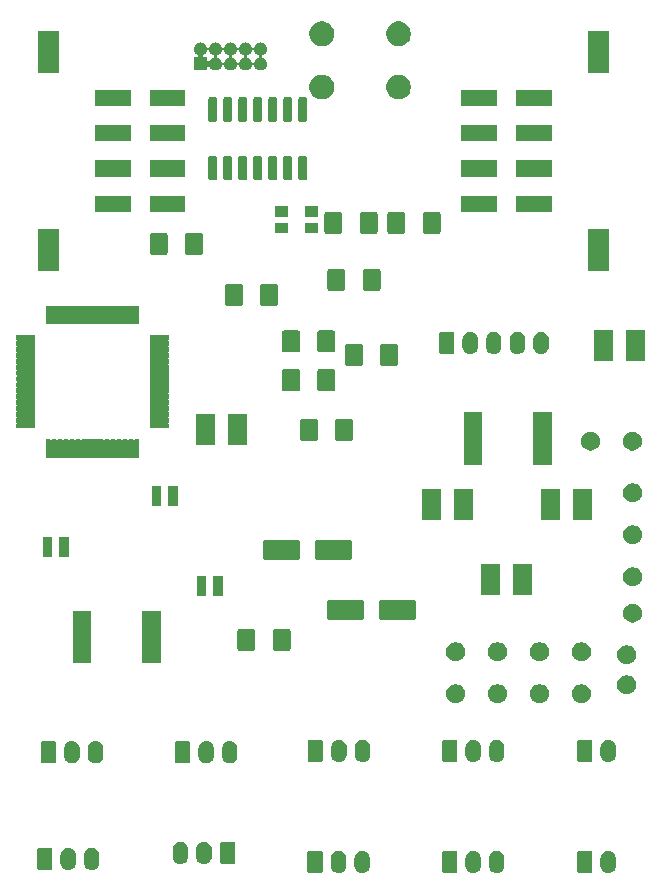
<source format=gbr>
G04 #@! TF.GenerationSoftware,KiCad,Pcbnew,5.1.5-52549c5~84~ubuntu18.04.1*
G04 #@! TF.CreationDate,2020-01-13T13:08:31-08:00*
G04 #@! TF.ProjectId,Extention Boards,45787465-6e74-4696-9f6e-20426f617264,rev?*
G04 #@! TF.SameCoordinates,Original*
G04 #@! TF.FileFunction,Soldermask,Top*
G04 #@! TF.FilePolarity,Negative*
%FSLAX46Y46*%
G04 Gerber Fmt 4.6, Leading zero omitted, Abs format (unit mm)*
G04 Created by KiCad (PCBNEW 5.1.5-52549c5~84~ubuntu18.04.1) date 2020-01-13 13:08:31*
%MOMM*%
%LPD*%
G04 APERTURE LIST*
%ADD10C,0.100000*%
G04 APERTURE END LIST*
D10*
G36*
X92297617Y-172286420D02*
G01*
X92377242Y-172310574D01*
X92420335Y-172323646D01*
X92533424Y-172384094D01*
X92632554Y-172465447D01*
X92713906Y-172564575D01*
X92774354Y-172677664D01*
X92784040Y-172709596D01*
X92811580Y-172800382D01*
X92811580Y-172800384D01*
X92820763Y-172893615D01*
X92821000Y-172896027D01*
X92821000Y-173559973D01*
X92811580Y-173655618D01*
X92787028Y-173736554D01*
X92774354Y-173778336D01*
X92713906Y-173891425D01*
X92632554Y-173990554D01*
X92533425Y-174071906D01*
X92420336Y-174132354D01*
X92388404Y-174142040D01*
X92297618Y-174169580D01*
X92170000Y-174182149D01*
X92042383Y-174169580D01*
X91951597Y-174142040D01*
X91919665Y-174132354D01*
X91806576Y-174071906D01*
X91707447Y-173990554D01*
X91626096Y-173891427D01*
X91565645Y-173778333D01*
X91543906Y-173706669D01*
X91528420Y-173655618D01*
X91519000Y-173559973D01*
X91519000Y-172896028D01*
X91519238Y-172893616D01*
X91528420Y-172800385D01*
X91528420Y-172800383D01*
X91565645Y-172677669D01*
X91565646Y-172677665D01*
X91626094Y-172564576D01*
X91707447Y-172465446D01*
X91806575Y-172384094D01*
X91919664Y-172323646D01*
X91962757Y-172310574D01*
X92042382Y-172286420D01*
X92170000Y-172273851D01*
X92297617Y-172286420D01*
G37*
G36*
X82899617Y-172286420D02*
G01*
X82979242Y-172310574D01*
X83022335Y-172323646D01*
X83135424Y-172384094D01*
X83234554Y-172465447D01*
X83315906Y-172564575D01*
X83376354Y-172677664D01*
X83386040Y-172709596D01*
X83413580Y-172800382D01*
X83413580Y-172800384D01*
X83422763Y-172893615D01*
X83423000Y-172896027D01*
X83423000Y-173559973D01*
X83413580Y-173655618D01*
X83389028Y-173736554D01*
X83376354Y-173778336D01*
X83315906Y-173891425D01*
X83234554Y-173990554D01*
X83135425Y-174071906D01*
X83022336Y-174132354D01*
X82990404Y-174142040D01*
X82899618Y-174169580D01*
X82772000Y-174182149D01*
X82644383Y-174169580D01*
X82553597Y-174142040D01*
X82521665Y-174132354D01*
X82408576Y-174071906D01*
X82309447Y-173990554D01*
X82228096Y-173891427D01*
X82167645Y-173778333D01*
X82145906Y-173706669D01*
X82130420Y-173655618D01*
X82121000Y-173559973D01*
X82121000Y-172896028D01*
X82121238Y-172893616D01*
X82130420Y-172800385D01*
X82130420Y-172800383D01*
X82167645Y-172677669D01*
X82167646Y-172677665D01*
X82228094Y-172564576D01*
X82309447Y-172465446D01*
X82408575Y-172384094D01*
X82521664Y-172323646D01*
X82564757Y-172310574D01*
X82644382Y-172286420D01*
X82772000Y-172273851D01*
X82899617Y-172286420D01*
G37*
G36*
X80899617Y-172286420D02*
G01*
X80979242Y-172310574D01*
X81022335Y-172323646D01*
X81135424Y-172384094D01*
X81234554Y-172465447D01*
X81315906Y-172564575D01*
X81376354Y-172677664D01*
X81386040Y-172709596D01*
X81413580Y-172800382D01*
X81413580Y-172800384D01*
X81422763Y-172893615D01*
X81423000Y-172896027D01*
X81423000Y-173559973D01*
X81413580Y-173655618D01*
X81389028Y-173736554D01*
X81376354Y-173778336D01*
X81315906Y-173891425D01*
X81234554Y-173990554D01*
X81135425Y-174071906D01*
X81022336Y-174132354D01*
X80990404Y-174142040D01*
X80899618Y-174169580D01*
X80772000Y-174182149D01*
X80644383Y-174169580D01*
X80553597Y-174142040D01*
X80521665Y-174132354D01*
X80408576Y-174071906D01*
X80309447Y-173990554D01*
X80228096Y-173891427D01*
X80167645Y-173778333D01*
X80145906Y-173706669D01*
X80130420Y-173655618D01*
X80121000Y-173559973D01*
X80121000Y-172896028D01*
X80121238Y-172893616D01*
X80130420Y-172800385D01*
X80130420Y-172800383D01*
X80167645Y-172677669D01*
X80167646Y-172677665D01*
X80228094Y-172564576D01*
X80309447Y-172465446D01*
X80408575Y-172384094D01*
X80521664Y-172323646D01*
X80564757Y-172310574D01*
X80644382Y-172286420D01*
X80772000Y-172273851D01*
X80899617Y-172286420D01*
G37*
G36*
X94297617Y-172286420D02*
G01*
X94377242Y-172310574D01*
X94420335Y-172323646D01*
X94533424Y-172384094D01*
X94632554Y-172465447D01*
X94713906Y-172564575D01*
X94774354Y-172677664D01*
X94784040Y-172709596D01*
X94811580Y-172800382D01*
X94811580Y-172800384D01*
X94820763Y-172893615D01*
X94821000Y-172896027D01*
X94821000Y-173559973D01*
X94811580Y-173655618D01*
X94787028Y-173736554D01*
X94774354Y-173778336D01*
X94713906Y-173891425D01*
X94632554Y-173990554D01*
X94533425Y-174071906D01*
X94420336Y-174132354D01*
X94388404Y-174142040D01*
X94297618Y-174169580D01*
X94170000Y-174182149D01*
X94042383Y-174169580D01*
X93951597Y-174142040D01*
X93919665Y-174132354D01*
X93806576Y-174071906D01*
X93707447Y-173990554D01*
X93626096Y-173891427D01*
X93565645Y-173778333D01*
X93543906Y-173706669D01*
X93528420Y-173655618D01*
X93519000Y-173559973D01*
X93519000Y-172896028D01*
X93519238Y-172893616D01*
X93528420Y-172800385D01*
X93528420Y-172800383D01*
X93565645Y-172677669D01*
X93565646Y-172677665D01*
X93626094Y-172564576D01*
X93707447Y-172465446D01*
X93806575Y-172384094D01*
X93919664Y-172323646D01*
X93962757Y-172310574D01*
X94042382Y-172286420D01*
X94170000Y-172273851D01*
X94297617Y-172286420D01*
G37*
G36*
X103727617Y-172286420D02*
G01*
X103807242Y-172310574D01*
X103850335Y-172323646D01*
X103963424Y-172384094D01*
X104062554Y-172465447D01*
X104143906Y-172564575D01*
X104204354Y-172677664D01*
X104214040Y-172709596D01*
X104241580Y-172800382D01*
X104241580Y-172800384D01*
X104250763Y-172893615D01*
X104251000Y-172896027D01*
X104251000Y-173559973D01*
X104241580Y-173655618D01*
X104217028Y-173736554D01*
X104204354Y-173778336D01*
X104143906Y-173891425D01*
X104062554Y-173990554D01*
X103963425Y-174071906D01*
X103850336Y-174132354D01*
X103818404Y-174142040D01*
X103727618Y-174169580D01*
X103600000Y-174182149D01*
X103472383Y-174169580D01*
X103381597Y-174142040D01*
X103349665Y-174132354D01*
X103236576Y-174071906D01*
X103137447Y-173990554D01*
X103056096Y-173891427D01*
X102995645Y-173778333D01*
X102973906Y-173706669D01*
X102958420Y-173655618D01*
X102949000Y-173559973D01*
X102949000Y-172896028D01*
X102949238Y-172893616D01*
X102958420Y-172800385D01*
X102958420Y-172800383D01*
X102995645Y-172677669D01*
X102995646Y-172677665D01*
X103056094Y-172564576D01*
X103137447Y-172465446D01*
X103236575Y-172384094D01*
X103349664Y-172323646D01*
X103392757Y-172310574D01*
X103472382Y-172286420D01*
X103600000Y-172273851D01*
X103727617Y-172286420D01*
G37*
G36*
X79263242Y-172281404D02*
G01*
X79300337Y-172292657D01*
X79334515Y-172310925D01*
X79364481Y-172335519D01*
X79389075Y-172365485D01*
X79407343Y-172399663D01*
X79418596Y-172436758D01*
X79423000Y-172481474D01*
X79423000Y-173974526D01*
X79418596Y-174019242D01*
X79407343Y-174056337D01*
X79389075Y-174090515D01*
X79364481Y-174120481D01*
X79334515Y-174145075D01*
X79300337Y-174163343D01*
X79263242Y-174174596D01*
X79218526Y-174179000D01*
X78325474Y-174179000D01*
X78280758Y-174174596D01*
X78243663Y-174163343D01*
X78209485Y-174145075D01*
X78179519Y-174120481D01*
X78154925Y-174090515D01*
X78136657Y-174056337D01*
X78125404Y-174019242D01*
X78121000Y-173974526D01*
X78121000Y-172481474D01*
X78125404Y-172436758D01*
X78136657Y-172399663D01*
X78154925Y-172365485D01*
X78179519Y-172335519D01*
X78209485Y-172310925D01*
X78243663Y-172292657D01*
X78280758Y-172281404D01*
X78325474Y-172277000D01*
X79218526Y-172277000D01*
X79263242Y-172281404D01*
G37*
G36*
X90661242Y-172281404D02*
G01*
X90698337Y-172292657D01*
X90732515Y-172310925D01*
X90762481Y-172335519D01*
X90787075Y-172365485D01*
X90805343Y-172399663D01*
X90816596Y-172436758D01*
X90821000Y-172481474D01*
X90821000Y-173974526D01*
X90816596Y-174019242D01*
X90805343Y-174056337D01*
X90787075Y-174090515D01*
X90762481Y-174120481D01*
X90732515Y-174145075D01*
X90698337Y-174163343D01*
X90661242Y-174174596D01*
X90616526Y-174179000D01*
X89723474Y-174179000D01*
X89678758Y-174174596D01*
X89641663Y-174163343D01*
X89607485Y-174145075D01*
X89577519Y-174120481D01*
X89552925Y-174090515D01*
X89534657Y-174056337D01*
X89523404Y-174019242D01*
X89519000Y-173974526D01*
X89519000Y-172481474D01*
X89523404Y-172436758D01*
X89534657Y-172399663D01*
X89552925Y-172365485D01*
X89577519Y-172335519D01*
X89607485Y-172310925D01*
X89641663Y-172292657D01*
X89678758Y-172281404D01*
X89723474Y-172277000D01*
X90616526Y-172277000D01*
X90661242Y-172281404D01*
G37*
G36*
X102091242Y-172281404D02*
G01*
X102128337Y-172292657D01*
X102162515Y-172310925D01*
X102192481Y-172335519D01*
X102217075Y-172365485D01*
X102235343Y-172399663D01*
X102246596Y-172436758D01*
X102251000Y-172481474D01*
X102251000Y-173974526D01*
X102246596Y-174019242D01*
X102235343Y-174056337D01*
X102217075Y-174090515D01*
X102192481Y-174120481D01*
X102162515Y-174145075D01*
X102128337Y-174163343D01*
X102091242Y-174174596D01*
X102046526Y-174179000D01*
X101153474Y-174179000D01*
X101108758Y-174174596D01*
X101071663Y-174163343D01*
X101037485Y-174145075D01*
X101007519Y-174120481D01*
X100982925Y-174090515D01*
X100964657Y-174056337D01*
X100953404Y-174019242D01*
X100949000Y-173974526D01*
X100949000Y-172481474D01*
X100953404Y-172436758D01*
X100964657Y-172399663D01*
X100982925Y-172365485D01*
X101007519Y-172335519D01*
X101037485Y-172310925D01*
X101071663Y-172292657D01*
X101108758Y-172281404D01*
X101153474Y-172277000D01*
X102046526Y-172277000D01*
X102091242Y-172281404D01*
G37*
G36*
X60007617Y-172032420D02*
G01*
X60088399Y-172056925D01*
X60130335Y-172069646D01*
X60243424Y-172130094D01*
X60342554Y-172211447D01*
X60423906Y-172310575D01*
X60484354Y-172423664D01*
X60488326Y-172436758D01*
X60521580Y-172546382D01*
X60531000Y-172642027D01*
X60531000Y-173305973D01*
X60521580Y-173401618D01*
X60494040Y-173492404D01*
X60484354Y-173524336D01*
X60423906Y-173637425D01*
X60342554Y-173736554D01*
X60243425Y-173817906D01*
X60130336Y-173878354D01*
X60098404Y-173888040D01*
X60007618Y-173915580D01*
X59880000Y-173928149D01*
X59752383Y-173915580D01*
X59661597Y-173888040D01*
X59629665Y-173878354D01*
X59516576Y-173817906D01*
X59417447Y-173736554D01*
X59336096Y-173637427D01*
X59275645Y-173524333D01*
X59263237Y-173483427D01*
X59238420Y-173401618D01*
X59229000Y-173305973D01*
X59229000Y-172642028D01*
X59238420Y-172546383D01*
X59275645Y-172423669D01*
X59275646Y-172423665D01*
X59336094Y-172310576D01*
X59417447Y-172211446D01*
X59516575Y-172130094D01*
X59629664Y-172069646D01*
X59671600Y-172056925D01*
X59752382Y-172032420D01*
X59880000Y-172019851D01*
X60007617Y-172032420D01*
G37*
G36*
X58007617Y-172032420D02*
G01*
X58088399Y-172056925D01*
X58130335Y-172069646D01*
X58243424Y-172130094D01*
X58342554Y-172211447D01*
X58423906Y-172310575D01*
X58484354Y-172423664D01*
X58488326Y-172436758D01*
X58521580Y-172546382D01*
X58531000Y-172642027D01*
X58531000Y-173305973D01*
X58521580Y-173401618D01*
X58494040Y-173492404D01*
X58484354Y-173524336D01*
X58423906Y-173637425D01*
X58342554Y-173736554D01*
X58243425Y-173817906D01*
X58130336Y-173878354D01*
X58098404Y-173888040D01*
X58007618Y-173915580D01*
X57880000Y-173928149D01*
X57752383Y-173915580D01*
X57661597Y-173888040D01*
X57629665Y-173878354D01*
X57516576Y-173817906D01*
X57417447Y-173736554D01*
X57336096Y-173637427D01*
X57275645Y-173524333D01*
X57263237Y-173483427D01*
X57238420Y-173401618D01*
X57229000Y-173305973D01*
X57229000Y-172642028D01*
X57238420Y-172546383D01*
X57275645Y-172423669D01*
X57275646Y-172423665D01*
X57336094Y-172310576D01*
X57417447Y-172211446D01*
X57516575Y-172130094D01*
X57629664Y-172069646D01*
X57671600Y-172056925D01*
X57752382Y-172032420D01*
X57880000Y-172019851D01*
X58007617Y-172032420D01*
G37*
G36*
X56371242Y-172027404D02*
G01*
X56408337Y-172038657D01*
X56442515Y-172056925D01*
X56472481Y-172081519D01*
X56497075Y-172111485D01*
X56515343Y-172145663D01*
X56526596Y-172182758D01*
X56531000Y-172227474D01*
X56531000Y-173720526D01*
X56526596Y-173765242D01*
X56515343Y-173802337D01*
X56497075Y-173836515D01*
X56472481Y-173866481D01*
X56442515Y-173891075D01*
X56408337Y-173909343D01*
X56371242Y-173920596D01*
X56326526Y-173925000D01*
X55433474Y-173925000D01*
X55388758Y-173920596D01*
X55351663Y-173909343D01*
X55317485Y-173891075D01*
X55287519Y-173866481D01*
X55262925Y-173836515D01*
X55244657Y-173802337D01*
X55233404Y-173765242D01*
X55229000Y-173720526D01*
X55229000Y-172227474D01*
X55233404Y-172182758D01*
X55244657Y-172145663D01*
X55262925Y-172111485D01*
X55287519Y-172081519D01*
X55317485Y-172056925D01*
X55351663Y-172038657D01*
X55388758Y-172027404D01*
X55433474Y-172023000D01*
X56326526Y-172023000D01*
X56371242Y-172027404D01*
G37*
G36*
X69501618Y-171524420D02*
G01*
X69582400Y-171548925D01*
X69624336Y-171561646D01*
X69737425Y-171622094D01*
X69836554Y-171703446D01*
X69917906Y-171802575D01*
X69978354Y-171915664D01*
X69978355Y-171915668D01*
X70015580Y-172038382D01*
X70021860Y-172102145D01*
X70025000Y-172134026D01*
X70025000Y-172797974D01*
X70021860Y-172829855D01*
X70015580Y-172893618D01*
X69988040Y-172984404D01*
X69978354Y-173016336D01*
X69917906Y-173129425D01*
X69836554Y-173228553D01*
X69737424Y-173309906D01*
X69624335Y-173370354D01*
X69592403Y-173380040D01*
X69501617Y-173407580D01*
X69374000Y-173420149D01*
X69246382Y-173407580D01*
X69155596Y-173380040D01*
X69123664Y-173370354D01*
X69010575Y-173309906D01*
X68911447Y-173228554D01*
X68830094Y-173129424D01*
X68769646Y-173016335D01*
X68759960Y-172984403D01*
X68732420Y-172893617D01*
X68723238Y-172800385D01*
X68723000Y-172797973D01*
X68723000Y-172134026D01*
X68726140Y-172102145D01*
X68732420Y-172038382D01*
X68769645Y-171915668D01*
X68769645Y-171915667D01*
X68830096Y-171802573D01*
X68911447Y-171703446D01*
X69010576Y-171622094D01*
X69123665Y-171561646D01*
X69165601Y-171548925D01*
X69246383Y-171524420D01*
X69374000Y-171511851D01*
X69501618Y-171524420D01*
G37*
G36*
X67501618Y-171524420D02*
G01*
X67582400Y-171548925D01*
X67624336Y-171561646D01*
X67737425Y-171622094D01*
X67836554Y-171703446D01*
X67917906Y-171802575D01*
X67978354Y-171915664D01*
X67978355Y-171915668D01*
X68015580Y-172038382D01*
X68021860Y-172102145D01*
X68025000Y-172134026D01*
X68025000Y-172797974D01*
X68021860Y-172829855D01*
X68015580Y-172893618D01*
X67988040Y-172984404D01*
X67978354Y-173016336D01*
X67917906Y-173129425D01*
X67836554Y-173228553D01*
X67737424Y-173309906D01*
X67624335Y-173370354D01*
X67592403Y-173380040D01*
X67501617Y-173407580D01*
X67374000Y-173420149D01*
X67246382Y-173407580D01*
X67155596Y-173380040D01*
X67123664Y-173370354D01*
X67010575Y-173309906D01*
X66911447Y-173228554D01*
X66830094Y-173129424D01*
X66769646Y-173016335D01*
X66759960Y-172984403D01*
X66732420Y-172893617D01*
X66723238Y-172800385D01*
X66723000Y-172797973D01*
X66723000Y-172134026D01*
X66726140Y-172102145D01*
X66732420Y-172038382D01*
X66769645Y-171915668D01*
X66769645Y-171915667D01*
X66830096Y-171802573D01*
X66911447Y-171703446D01*
X67010576Y-171622094D01*
X67123665Y-171561646D01*
X67165601Y-171548925D01*
X67246383Y-171524420D01*
X67374000Y-171511851D01*
X67501618Y-171524420D01*
G37*
G36*
X71865242Y-171519404D02*
G01*
X71902337Y-171530657D01*
X71936515Y-171548925D01*
X71966481Y-171573519D01*
X71991075Y-171603485D01*
X72009343Y-171637663D01*
X72020596Y-171674758D01*
X72025000Y-171719474D01*
X72025000Y-173212526D01*
X72020596Y-173257242D01*
X72009343Y-173294337D01*
X71991075Y-173328515D01*
X71966481Y-173358481D01*
X71936515Y-173383075D01*
X71902337Y-173401343D01*
X71865242Y-173412596D01*
X71820526Y-173417000D01*
X70927474Y-173417000D01*
X70882758Y-173412596D01*
X70845663Y-173401343D01*
X70811485Y-173383075D01*
X70781519Y-173358481D01*
X70756925Y-173328515D01*
X70738657Y-173294337D01*
X70727404Y-173257242D01*
X70723000Y-173212526D01*
X70723000Y-171719474D01*
X70727404Y-171674758D01*
X70738657Y-171637663D01*
X70756925Y-171603485D01*
X70781519Y-171573519D01*
X70811485Y-171548925D01*
X70845663Y-171530657D01*
X70882758Y-171519404D01*
X70927474Y-171515000D01*
X71820526Y-171515000D01*
X71865242Y-171519404D01*
G37*
G36*
X60325617Y-163005421D02*
G01*
X60406399Y-163029926D01*
X60448335Y-163042647D01*
X60561424Y-163103095D01*
X60660554Y-163184448D01*
X60741906Y-163283576D01*
X60802354Y-163396665D01*
X60804089Y-163402384D01*
X60839580Y-163519383D01*
X60849000Y-163615028D01*
X60849000Y-164278974D01*
X60839580Y-164374619D01*
X60812040Y-164465405D01*
X60802354Y-164497337D01*
X60741906Y-164610426D01*
X60660554Y-164709555D01*
X60561425Y-164790907D01*
X60448336Y-164851355D01*
X60416404Y-164861041D01*
X60325618Y-164888581D01*
X60198000Y-164901150D01*
X60070383Y-164888581D01*
X59979597Y-164861041D01*
X59947665Y-164851355D01*
X59834576Y-164790907D01*
X59735447Y-164709555D01*
X59654096Y-164610428D01*
X59593645Y-164497334D01*
X59581237Y-164456428D01*
X59556420Y-164374619D01*
X59547000Y-164278974D01*
X59547000Y-163615029D01*
X59556420Y-163519384D01*
X59591911Y-163402385D01*
X59593646Y-163396666D01*
X59654094Y-163283577D01*
X59735447Y-163184447D01*
X59834575Y-163103095D01*
X59947664Y-163042647D01*
X59989600Y-163029926D01*
X60070382Y-163005421D01*
X60198000Y-162992852D01*
X60325617Y-163005421D01*
G37*
G36*
X58325617Y-163005421D02*
G01*
X58406399Y-163029926D01*
X58448335Y-163042647D01*
X58561424Y-163103095D01*
X58660554Y-163184448D01*
X58741906Y-163283576D01*
X58802354Y-163396665D01*
X58804089Y-163402384D01*
X58839580Y-163519383D01*
X58849000Y-163615028D01*
X58849000Y-164278974D01*
X58839580Y-164374619D01*
X58812040Y-164465405D01*
X58802354Y-164497337D01*
X58741906Y-164610426D01*
X58660554Y-164709555D01*
X58561425Y-164790907D01*
X58448336Y-164851355D01*
X58416404Y-164861041D01*
X58325618Y-164888581D01*
X58198000Y-164901150D01*
X58070383Y-164888581D01*
X57979597Y-164861041D01*
X57947665Y-164851355D01*
X57834576Y-164790907D01*
X57735447Y-164709555D01*
X57654096Y-164610428D01*
X57593645Y-164497334D01*
X57581237Y-164456428D01*
X57556420Y-164374619D01*
X57547000Y-164278974D01*
X57547000Y-163615029D01*
X57556420Y-163519384D01*
X57591911Y-163402385D01*
X57593646Y-163396666D01*
X57654094Y-163283577D01*
X57735447Y-163184447D01*
X57834575Y-163103095D01*
X57947664Y-163042647D01*
X57989600Y-163029926D01*
X58070382Y-163005421D01*
X58198000Y-162992852D01*
X58325617Y-163005421D01*
G37*
G36*
X71691617Y-163005421D02*
G01*
X71772399Y-163029926D01*
X71814335Y-163042647D01*
X71927424Y-163103095D01*
X72026554Y-163184448D01*
X72107906Y-163283576D01*
X72168354Y-163396665D01*
X72170089Y-163402384D01*
X72205580Y-163519383D01*
X72215000Y-163615028D01*
X72215000Y-164278974D01*
X72205580Y-164374619D01*
X72178040Y-164465405D01*
X72168354Y-164497337D01*
X72107906Y-164610426D01*
X72026554Y-164709555D01*
X71927425Y-164790907D01*
X71814336Y-164851355D01*
X71782404Y-164861041D01*
X71691618Y-164888581D01*
X71564000Y-164901150D01*
X71436383Y-164888581D01*
X71345597Y-164861041D01*
X71313665Y-164851355D01*
X71200576Y-164790907D01*
X71101447Y-164709555D01*
X71020096Y-164610428D01*
X70959645Y-164497334D01*
X70947237Y-164456428D01*
X70922420Y-164374619D01*
X70913000Y-164278974D01*
X70913000Y-163615029D01*
X70922420Y-163519384D01*
X70957911Y-163402385D01*
X70959646Y-163396666D01*
X71020094Y-163283577D01*
X71101447Y-163184447D01*
X71200575Y-163103095D01*
X71313664Y-163042647D01*
X71355600Y-163029926D01*
X71436382Y-163005421D01*
X71564000Y-162992852D01*
X71691617Y-163005421D01*
G37*
G36*
X69691617Y-163005421D02*
G01*
X69772399Y-163029926D01*
X69814335Y-163042647D01*
X69927424Y-163103095D01*
X70026554Y-163184448D01*
X70107906Y-163283576D01*
X70168354Y-163396665D01*
X70170089Y-163402384D01*
X70205580Y-163519383D01*
X70215000Y-163615028D01*
X70215000Y-164278974D01*
X70205580Y-164374619D01*
X70178040Y-164465405D01*
X70168354Y-164497337D01*
X70107906Y-164610426D01*
X70026554Y-164709555D01*
X69927425Y-164790907D01*
X69814336Y-164851355D01*
X69782404Y-164861041D01*
X69691618Y-164888581D01*
X69564000Y-164901150D01*
X69436383Y-164888581D01*
X69345597Y-164861041D01*
X69313665Y-164851355D01*
X69200576Y-164790907D01*
X69101447Y-164709555D01*
X69020096Y-164610428D01*
X68959645Y-164497334D01*
X68947237Y-164456428D01*
X68922420Y-164374619D01*
X68913000Y-164278974D01*
X68913000Y-163615029D01*
X68922420Y-163519384D01*
X68957911Y-163402385D01*
X68959646Y-163396666D01*
X69020094Y-163283577D01*
X69101447Y-163184447D01*
X69200575Y-163103095D01*
X69313664Y-163042647D01*
X69355600Y-163029926D01*
X69436382Y-163005421D01*
X69564000Y-162992852D01*
X69691617Y-163005421D01*
G37*
G36*
X68055242Y-163000405D02*
G01*
X68092337Y-163011658D01*
X68126515Y-163029926D01*
X68156481Y-163054520D01*
X68181075Y-163084486D01*
X68199343Y-163118664D01*
X68210596Y-163155759D01*
X68215000Y-163200475D01*
X68215000Y-164693527D01*
X68210596Y-164738243D01*
X68199343Y-164775338D01*
X68181075Y-164809516D01*
X68156481Y-164839482D01*
X68126515Y-164864076D01*
X68092337Y-164882344D01*
X68055242Y-164893597D01*
X68010526Y-164898001D01*
X67117474Y-164898001D01*
X67072758Y-164893597D01*
X67035663Y-164882344D01*
X67001485Y-164864076D01*
X66971519Y-164839482D01*
X66946925Y-164809516D01*
X66928657Y-164775338D01*
X66917404Y-164738243D01*
X66913000Y-164693527D01*
X66913000Y-163200475D01*
X66917404Y-163155759D01*
X66928657Y-163118664D01*
X66946925Y-163084486D01*
X66971519Y-163054520D01*
X67001485Y-163029926D01*
X67035663Y-163011658D01*
X67072758Y-163000405D01*
X67117474Y-162996001D01*
X68010526Y-162996001D01*
X68055242Y-163000405D01*
G37*
G36*
X56689242Y-163000405D02*
G01*
X56726337Y-163011658D01*
X56760515Y-163029926D01*
X56790481Y-163054520D01*
X56815075Y-163084486D01*
X56833343Y-163118664D01*
X56844596Y-163155759D01*
X56849000Y-163200475D01*
X56849000Y-164693527D01*
X56844596Y-164738243D01*
X56833343Y-164775338D01*
X56815075Y-164809516D01*
X56790481Y-164839482D01*
X56760515Y-164864076D01*
X56726337Y-164882344D01*
X56689242Y-164893597D01*
X56644526Y-164898001D01*
X55751474Y-164898001D01*
X55706758Y-164893597D01*
X55669663Y-164882344D01*
X55635485Y-164864076D01*
X55605519Y-164839482D01*
X55580925Y-164809516D01*
X55562657Y-164775338D01*
X55551404Y-164738243D01*
X55547000Y-164693527D01*
X55547000Y-163200475D01*
X55551404Y-163155759D01*
X55562657Y-163118664D01*
X55580925Y-163084486D01*
X55605519Y-163054520D01*
X55635485Y-163029926D01*
X55669663Y-163011658D01*
X55706758Y-163000405D01*
X55751474Y-162996001D01*
X56644526Y-162996001D01*
X56689242Y-163000405D01*
G37*
G36*
X80931617Y-162888420D02*
G01*
X81012399Y-162912925D01*
X81054335Y-162925646D01*
X81167424Y-162986094D01*
X81266554Y-163067447D01*
X81347906Y-163166575D01*
X81408354Y-163279664D01*
X81409541Y-163283577D01*
X81445580Y-163402382D01*
X81455000Y-163498027D01*
X81455000Y-164161973D01*
X81445580Y-164257618D01*
X81439101Y-164278975D01*
X81408354Y-164380336D01*
X81347906Y-164493425D01*
X81266554Y-164592554D01*
X81167425Y-164673906D01*
X81054336Y-164734354D01*
X81041515Y-164738243D01*
X80931618Y-164771580D01*
X80804000Y-164784149D01*
X80676383Y-164771580D01*
X80566486Y-164738243D01*
X80553665Y-164734354D01*
X80440576Y-164673906D01*
X80341447Y-164592554D01*
X80260096Y-164493427D01*
X80199645Y-164380333D01*
X80168899Y-164278975D01*
X80162420Y-164257618D01*
X80153000Y-164161973D01*
X80153000Y-163498028D01*
X80162420Y-163402383D01*
X80189960Y-163311597D01*
X80199646Y-163279665D01*
X80260094Y-163166576D01*
X80341447Y-163067446D01*
X80440575Y-162986094D01*
X80553664Y-162925646D01*
X80595600Y-162912925D01*
X80676382Y-162888420D01*
X80804000Y-162875851D01*
X80931617Y-162888420D01*
G37*
G36*
X82931617Y-162888420D02*
G01*
X83012399Y-162912925D01*
X83054335Y-162925646D01*
X83167424Y-162986094D01*
X83266554Y-163067447D01*
X83347906Y-163166575D01*
X83408354Y-163279664D01*
X83409541Y-163283577D01*
X83445580Y-163402382D01*
X83455000Y-163498027D01*
X83455000Y-164161973D01*
X83445580Y-164257618D01*
X83439101Y-164278975D01*
X83408354Y-164380336D01*
X83347906Y-164493425D01*
X83266554Y-164592554D01*
X83167425Y-164673906D01*
X83054336Y-164734354D01*
X83041515Y-164738243D01*
X82931618Y-164771580D01*
X82804000Y-164784149D01*
X82676383Y-164771580D01*
X82566486Y-164738243D01*
X82553665Y-164734354D01*
X82440576Y-164673906D01*
X82341447Y-164592554D01*
X82260096Y-164493427D01*
X82199645Y-164380333D01*
X82168899Y-164278975D01*
X82162420Y-164257618D01*
X82153000Y-164161973D01*
X82153000Y-163498028D01*
X82162420Y-163402383D01*
X82189960Y-163311597D01*
X82199646Y-163279665D01*
X82260094Y-163166576D01*
X82341447Y-163067446D01*
X82440575Y-162986094D01*
X82553664Y-162925646D01*
X82595600Y-162912925D01*
X82676382Y-162888420D01*
X82804000Y-162875851D01*
X82931617Y-162888420D01*
G37*
G36*
X92297617Y-162888420D02*
G01*
X92378399Y-162912925D01*
X92420335Y-162925646D01*
X92533424Y-162986094D01*
X92632554Y-163067447D01*
X92713906Y-163166575D01*
X92774354Y-163279664D01*
X92775541Y-163283577D01*
X92811580Y-163402382D01*
X92821000Y-163498027D01*
X92821000Y-164161973D01*
X92811580Y-164257618D01*
X92805101Y-164278975D01*
X92774354Y-164380336D01*
X92713906Y-164493425D01*
X92632554Y-164592554D01*
X92533425Y-164673906D01*
X92420336Y-164734354D01*
X92407515Y-164738243D01*
X92297618Y-164771580D01*
X92170000Y-164784149D01*
X92042383Y-164771580D01*
X91932486Y-164738243D01*
X91919665Y-164734354D01*
X91806576Y-164673906D01*
X91707447Y-164592554D01*
X91626096Y-164493427D01*
X91565645Y-164380333D01*
X91534899Y-164278975D01*
X91528420Y-164257618D01*
X91519000Y-164161973D01*
X91519000Y-163498028D01*
X91528420Y-163402383D01*
X91555960Y-163311597D01*
X91565646Y-163279665D01*
X91626094Y-163166576D01*
X91707447Y-163067446D01*
X91806575Y-162986094D01*
X91919664Y-162925646D01*
X91961600Y-162912925D01*
X92042382Y-162888420D01*
X92170000Y-162875851D01*
X92297617Y-162888420D01*
G37*
G36*
X94297617Y-162888420D02*
G01*
X94378399Y-162912925D01*
X94420335Y-162925646D01*
X94533424Y-162986094D01*
X94632554Y-163067447D01*
X94713906Y-163166575D01*
X94774354Y-163279664D01*
X94775541Y-163283577D01*
X94811580Y-163402382D01*
X94821000Y-163498027D01*
X94821000Y-164161973D01*
X94811580Y-164257618D01*
X94805101Y-164278975D01*
X94774354Y-164380336D01*
X94713906Y-164493425D01*
X94632554Y-164592554D01*
X94533425Y-164673906D01*
X94420336Y-164734354D01*
X94407515Y-164738243D01*
X94297618Y-164771580D01*
X94170000Y-164784149D01*
X94042383Y-164771580D01*
X93932486Y-164738243D01*
X93919665Y-164734354D01*
X93806576Y-164673906D01*
X93707447Y-164592554D01*
X93626096Y-164493427D01*
X93565645Y-164380333D01*
X93534899Y-164278975D01*
X93528420Y-164257618D01*
X93519000Y-164161973D01*
X93519000Y-163498028D01*
X93528420Y-163402383D01*
X93555960Y-163311597D01*
X93565646Y-163279665D01*
X93626094Y-163166576D01*
X93707447Y-163067446D01*
X93806575Y-162986094D01*
X93919664Y-162925646D01*
X93961600Y-162912925D01*
X94042382Y-162888420D01*
X94170000Y-162875851D01*
X94297617Y-162888420D01*
G37*
G36*
X103727617Y-162888420D02*
G01*
X103808399Y-162912925D01*
X103850335Y-162925646D01*
X103963424Y-162986094D01*
X104062554Y-163067447D01*
X104143906Y-163166575D01*
X104204354Y-163279664D01*
X104205541Y-163283577D01*
X104241580Y-163402382D01*
X104251000Y-163498027D01*
X104251000Y-164161973D01*
X104241580Y-164257618D01*
X104235101Y-164278975D01*
X104204354Y-164380336D01*
X104143906Y-164493425D01*
X104062554Y-164592554D01*
X103963425Y-164673906D01*
X103850336Y-164734354D01*
X103837515Y-164738243D01*
X103727618Y-164771580D01*
X103600000Y-164784149D01*
X103472383Y-164771580D01*
X103362486Y-164738243D01*
X103349665Y-164734354D01*
X103236576Y-164673906D01*
X103137447Y-164592554D01*
X103056096Y-164493427D01*
X102995645Y-164380333D01*
X102964899Y-164278975D01*
X102958420Y-164257618D01*
X102949000Y-164161973D01*
X102949000Y-163498028D01*
X102958420Y-163402383D01*
X102985960Y-163311597D01*
X102995646Y-163279665D01*
X103056094Y-163166576D01*
X103137447Y-163067446D01*
X103236575Y-162986094D01*
X103349664Y-162925646D01*
X103391600Y-162912925D01*
X103472382Y-162888420D01*
X103600000Y-162875851D01*
X103727617Y-162888420D01*
G37*
G36*
X102091242Y-162883404D02*
G01*
X102128337Y-162894657D01*
X102162515Y-162912925D01*
X102192481Y-162937519D01*
X102217075Y-162967485D01*
X102235343Y-163001663D01*
X102246596Y-163038758D01*
X102251000Y-163083474D01*
X102251000Y-164576526D01*
X102246596Y-164621242D01*
X102235343Y-164658337D01*
X102217075Y-164692515D01*
X102192481Y-164722481D01*
X102162515Y-164747075D01*
X102128337Y-164765343D01*
X102091242Y-164776596D01*
X102046526Y-164781000D01*
X101153474Y-164781000D01*
X101108758Y-164776596D01*
X101071663Y-164765343D01*
X101037485Y-164747075D01*
X101007519Y-164722481D01*
X100982925Y-164692515D01*
X100964657Y-164658337D01*
X100953404Y-164621242D01*
X100949000Y-164576526D01*
X100949000Y-163083474D01*
X100953404Y-163038758D01*
X100964657Y-163001663D01*
X100982925Y-162967485D01*
X101007519Y-162937519D01*
X101037485Y-162912925D01*
X101071663Y-162894657D01*
X101108758Y-162883404D01*
X101153474Y-162879000D01*
X102046526Y-162879000D01*
X102091242Y-162883404D01*
G37*
G36*
X90661242Y-162883404D02*
G01*
X90698337Y-162894657D01*
X90732515Y-162912925D01*
X90762481Y-162937519D01*
X90787075Y-162967485D01*
X90805343Y-163001663D01*
X90816596Y-163038758D01*
X90821000Y-163083474D01*
X90821000Y-164576526D01*
X90816596Y-164621242D01*
X90805343Y-164658337D01*
X90787075Y-164692515D01*
X90762481Y-164722481D01*
X90732515Y-164747075D01*
X90698337Y-164765343D01*
X90661242Y-164776596D01*
X90616526Y-164781000D01*
X89723474Y-164781000D01*
X89678758Y-164776596D01*
X89641663Y-164765343D01*
X89607485Y-164747075D01*
X89577519Y-164722481D01*
X89552925Y-164692515D01*
X89534657Y-164658337D01*
X89523404Y-164621242D01*
X89519000Y-164576526D01*
X89519000Y-163083474D01*
X89523404Y-163038758D01*
X89534657Y-163001663D01*
X89552925Y-162967485D01*
X89577519Y-162937519D01*
X89607485Y-162912925D01*
X89641663Y-162894657D01*
X89678758Y-162883404D01*
X89723474Y-162879000D01*
X90616526Y-162879000D01*
X90661242Y-162883404D01*
G37*
G36*
X79295242Y-162883404D02*
G01*
X79332337Y-162894657D01*
X79366515Y-162912925D01*
X79396481Y-162937519D01*
X79421075Y-162967485D01*
X79439343Y-163001663D01*
X79450596Y-163038758D01*
X79455000Y-163083474D01*
X79455000Y-164576526D01*
X79450596Y-164621242D01*
X79439343Y-164658337D01*
X79421075Y-164692515D01*
X79396481Y-164722481D01*
X79366515Y-164747075D01*
X79332337Y-164765343D01*
X79295242Y-164776596D01*
X79250526Y-164781000D01*
X78357474Y-164781000D01*
X78312758Y-164776596D01*
X78275663Y-164765343D01*
X78241485Y-164747075D01*
X78211519Y-164722481D01*
X78186925Y-164692515D01*
X78168657Y-164658337D01*
X78157404Y-164621242D01*
X78153000Y-164576526D01*
X78153000Y-163083474D01*
X78157404Y-163038758D01*
X78168657Y-163001663D01*
X78186925Y-162967485D01*
X78211519Y-162937519D01*
X78241485Y-162912925D01*
X78275663Y-162894657D01*
X78312758Y-162883404D01*
X78357474Y-162879000D01*
X79250526Y-162879000D01*
X79295242Y-162883404D01*
G37*
G36*
X98017642Y-158227781D02*
G01*
X98163414Y-158288162D01*
X98163416Y-158288163D01*
X98294608Y-158375822D01*
X98406178Y-158487392D01*
X98493837Y-158618584D01*
X98493838Y-158618586D01*
X98554219Y-158764358D01*
X98585000Y-158919107D01*
X98585000Y-159076893D01*
X98554219Y-159231642D01*
X98493838Y-159377414D01*
X98493837Y-159377416D01*
X98406178Y-159508608D01*
X98294608Y-159620178D01*
X98163416Y-159707837D01*
X98163415Y-159707838D01*
X98163414Y-159707838D01*
X98017642Y-159768219D01*
X97862893Y-159799000D01*
X97705107Y-159799000D01*
X97550358Y-159768219D01*
X97404586Y-159707838D01*
X97404585Y-159707838D01*
X97404584Y-159707837D01*
X97273392Y-159620178D01*
X97161822Y-159508608D01*
X97074163Y-159377416D01*
X97074162Y-159377414D01*
X97013781Y-159231642D01*
X96983000Y-159076893D01*
X96983000Y-158919107D01*
X97013781Y-158764358D01*
X97074162Y-158618586D01*
X97074163Y-158618584D01*
X97161822Y-158487392D01*
X97273392Y-158375822D01*
X97404584Y-158288163D01*
X97404586Y-158288162D01*
X97550358Y-158227781D01*
X97705107Y-158197000D01*
X97862893Y-158197000D01*
X98017642Y-158227781D01*
G37*
G36*
X90913642Y-158227781D02*
G01*
X91059414Y-158288162D01*
X91059416Y-158288163D01*
X91190608Y-158375822D01*
X91302178Y-158487392D01*
X91389837Y-158618584D01*
X91389838Y-158618586D01*
X91450219Y-158764358D01*
X91481000Y-158919107D01*
X91481000Y-159076893D01*
X91450219Y-159231642D01*
X91389838Y-159377414D01*
X91389837Y-159377416D01*
X91302178Y-159508608D01*
X91190608Y-159620178D01*
X91059416Y-159707837D01*
X91059415Y-159707838D01*
X91059414Y-159707838D01*
X90913642Y-159768219D01*
X90758893Y-159799000D01*
X90601107Y-159799000D01*
X90446358Y-159768219D01*
X90300586Y-159707838D01*
X90300585Y-159707838D01*
X90300584Y-159707837D01*
X90169392Y-159620178D01*
X90057822Y-159508608D01*
X89970163Y-159377416D01*
X89970162Y-159377414D01*
X89909781Y-159231642D01*
X89879000Y-159076893D01*
X89879000Y-158919107D01*
X89909781Y-158764358D01*
X89970162Y-158618586D01*
X89970163Y-158618584D01*
X90057822Y-158487392D01*
X90169392Y-158375822D01*
X90300584Y-158288163D01*
X90300586Y-158288162D01*
X90446358Y-158227781D01*
X90601107Y-158197000D01*
X90758893Y-158197000D01*
X90913642Y-158227781D01*
G37*
G36*
X94463642Y-158227781D02*
G01*
X94609414Y-158288162D01*
X94609416Y-158288163D01*
X94740608Y-158375822D01*
X94852178Y-158487392D01*
X94939837Y-158618584D01*
X94939838Y-158618586D01*
X95000219Y-158764358D01*
X95031000Y-158919107D01*
X95031000Y-159076893D01*
X95000219Y-159231642D01*
X94939838Y-159377414D01*
X94939837Y-159377416D01*
X94852178Y-159508608D01*
X94740608Y-159620178D01*
X94609416Y-159707837D01*
X94609415Y-159707838D01*
X94609414Y-159707838D01*
X94463642Y-159768219D01*
X94308893Y-159799000D01*
X94151107Y-159799000D01*
X93996358Y-159768219D01*
X93850586Y-159707838D01*
X93850585Y-159707838D01*
X93850584Y-159707837D01*
X93719392Y-159620178D01*
X93607822Y-159508608D01*
X93520163Y-159377416D01*
X93520162Y-159377414D01*
X93459781Y-159231642D01*
X93429000Y-159076893D01*
X93429000Y-158919107D01*
X93459781Y-158764358D01*
X93520162Y-158618586D01*
X93520163Y-158618584D01*
X93607822Y-158487392D01*
X93719392Y-158375822D01*
X93850584Y-158288163D01*
X93850586Y-158288162D01*
X93996358Y-158227781D01*
X94151107Y-158197000D01*
X94308893Y-158197000D01*
X94463642Y-158227781D01*
G37*
G36*
X101567642Y-158227781D02*
G01*
X101713414Y-158288162D01*
X101713416Y-158288163D01*
X101844608Y-158375822D01*
X101956178Y-158487392D01*
X102043837Y-158618584D01*
X102043838Y-158618586D01*
X102104219Y-158764358D01*
X102135000Y-158919107D01*
X102135000Y-159076893D01*
X102104219Y-159231642D01*
X102043838Y-159377414D01*
X102043837Y-159377416D01*
X101956178Y-159508608D01*
X101844608Y-159620178D01*
X101713416Y-159707837D01*
X101713415Y-159707838D01*
X101713414Y-159707838D01*
X101567642Y-159768219D01*
X101412893Y-159799000D01*
X101255107Y-159799000D01*
X101100358Y-159768219D01*
X100954586Y-159707838D01*
X100954585Y-159707838D01*
X100954584Y-159707837D01*
X100823392Y-159620178D01*
X100711822Y-159508608D01*
X100624163Y-159377416D01*
X100624162Y-159377414D01*
X100563781Y-159231642D01*
X100533000Y-159076893D01*
X100533000Y-158919107D01*
X100563781Y-158764358D01*
X100624162Y-158618586D01*
X100624163Y-158618584D01*
X100711822Y-158487392D01*
X100823392Y-158375822D01*
X100954584Y-158288163D01*
X100954586Y-158288162D01*
X101100358Y-158227781D01*
X101255107Y-158197000D01*
X101412893Y-158197000D01*
X101567642Y-158227781D01*
G37*
G36*
X105389642Y-157471781D02*
G01*
X105535414Y-157532162D01*
X105535416Y-157532163D01*
X105666608Y-157619822D01*
X105778178Y-157731392D01*
X105865837Y-157862584D01*
X105865838Y-157862586D01*
X105926219Y-158008358D01*
X105957000Y-158163107D01*
X105957000Y-158320893D01*
X105926219Y-158475642D01*
X105867010Y-158618584D01*
X105865837Y-158621416D01*
X105778178Y-158752608D01*
X105666608Y-158864178D01*
X105535416Y-158951837D01*
X105535415Y-158951838D01*
X105535414Y-158951838D01*
X105389642Y-159012219D01*
X105234893Y-159043000D01*
X105077107Y-159043000D01*
X104922358Y-159012219D01*
X104776586Y-158951838D01*
X104776585Y-158951838D01*
X104776584Y-158951837D01*
X104645392Y-158864178D01*
X104533822Y-158752608D01*
X104446163Y-158621416D01*
X104444990Y-158618584D01*
X104385781Y-158475642D01*
X104355000Y-158320893D01*
X104355000Y-158163107D01*
X104385781Y-158008358D01*
X104446162Y-157862586D01*
X104446163Y-157862584D01*
X104533822Y-157731392D01*
X104645392Y-157619822D01*
X104776584Y-157532163D01*
X104776586Y-157532162D01*
X104922358Y-157471781D01*
X105077107Y-157441000D01*
X105234893Y-157441000D01*
X105389642Y-157471781D01*
G37*
G36*
X105389642Y-154931781D02*
G01*
X105535414Y-154992162D01*
X105535416Y-154992163D01*
X105666608Y-155079822D01*
X105778178Y-155191392D01*
X105859334Y-155312852D01*
X105865838Y-155322586D01*
X105926219Y-155468358D01*
X105957000Y-155623107D01*
X105957000Y-155780893D01*
X105926219Y-155935642D01*
X105916706Y-155958608D01*
X105865837Y-156081416D01*
X105778178Y-156212608D01*
X105666608Y-156324178D01*
X105535416Y-156411837D01*
X105535415Y-156411838D01*
X105535414Y-156411838D01*
X105389642Y-156472219D01*
X105234893Y-156503000D01*
X105077107Y-156503000D01*
X104922358Y-156472219D01*
X104776586Y-156411838D01*
X104776585Y-156411838D01*
X104776584Y-156411837D01*
X104645392Y-156324178D01*
X104533822Y-156212608D01*
X104446163Y-156081416D01*
X104395294Y-155958608D01*
X104385781Y-155935642D01*
X104355000Y-155780893D01*
X104355000Y-155623107D01*
X104385781Y-155468358D01*
X104446162Y-155322586D01*
X104452666Y-155312852D01*
X104533822Y-155191392D01*
X104645392Y-155079822D01*
X104776584Y-154992163D01*
X104776586Y-154992162D01*
X104922358Y-154931781D01*
X105077107Y-154901000D01*
X105234893Y-154901000D01*
X105389642Y-154931781D01*
G37*
G36*
X65702000Y-156404000D02*
G01*
X64150000Y-156404000D01*
X64150000Y-151952000D01*
X65702000Y-151952000D01*
X65702000Y-156404000D01*
G37*
G36*
X59802000Y-156404000D02*
G01*
X58250000Y-156404000D01*
X58250000Y-151952000D01*
X59802000Y-151952000D01*
X59802000Y-156404000D01*
G37*
G36*
X101567642Y-154677781D02*
G01*
X101713414Y-154738162D01*
X101713416Y-154738163D01*
X101844608Y-154825822D01*
X101956178Y-154937392D01*
X102043837Y-155068584D01*
X102043838Y-155068586D01*
X102104219Y-155214358D01*
X102135000Y-155369107D01*
X102135000Y-155526893D01*
X102104219Y-155681642D01*
X102043838Y-155827414D01*
X102043837Y-155827416D01*
X101956178Y-155958608D01*
X101844608Y-156070178D01*
X101713416Y-156157837D01*
X101713415Y-156157838D01*
X101713414Y-156157838D01*
X101567642Y-156218219D01*
X101412893Y-156249000D01*
X101255107Y-156249000D01*
X101100358Y-156218219D01*
X100954586Y-156157838D01*
X100954585Y-156157838D01*
X100954584Y-156157837D01*
X100823392Y-156070178D01*
X100711822Y-155958608D01*
X100624163Y-155827416D01*
X100624162Y-155827414D01*
X100563781Y-155681642D01*
X100533000Y-155526893D01*
X100533000Y-155369107D01*
X100563781Y-155214358D01*
X100624162Y-155068586D01*
X100624163Y-155068584D01*
X100711822Y-154937392D01*
X100823392Y-154825822D01*
X100954584Y-154738163D01*
X100954586Y-154738162D01*
X101100358Y-154677781D01*
X101255107Y-154647000D01*
X101412893Y-154647000D01*
X101567642Y-154677781D01*
G37*
G36*
X98017642Y-154677781D02*
G01*
X98163414Y-154738162D01*
X98163416Y-154738163D01*
X98294608Y-154825822D01*
X98406178Y-154937392D01*
X98493837Y-155068584D01*
X98493838Y-155068586D01*
X98554219Y-155214358D01*
X98585000Y-155369107D01*
X98585000Y-155526893D01*
X98554219Y-155681642D01*
X98493838Y-155827414D01*
X98493837Y-155827416D01*
X98406178Y-155958608D01*
X98294608Y-156070178D01*
X98163416Y-156157837D01*
X98163415Y-156157838D01*
X98163414Y-156157838D01*
X98017642Y-156218219D01*
X97862893Y-156249000D01*
X97705107Y-156249000D01*
X97550358Y-156218219D01*
X97404586Y-156157838D01*
X97404585Y-156157838D01*
X97404584Y-156157837D01*
X97273392Y-156070178D01*
X97161822Y-155958608D01*
X97074163Y-155827416D01*
X97074162Y-155827414D01*
X97013781Y-155681642D01*
X96983000Y-155526893D01*
X96983000Y-155369107D01*
X97013781Y-155214358D01*
X97074162Y-155068586D01*
X97074163Y-155068584D01*
X97161822Y-154937392D01*
X97273392Y-154825822D01*
X97404584Y-154738163D01*
X97404586Y-154738162D01*
X97550358Y-154677781D01*
X97705107Y-154647000D01*
X97862893Y-154647000D01*
X98017642Y-154677781D01*
G37*
G36*
X94463642Y-154677781D02*
G01*
X94609414Y-154738162D01*
X94609416Y-154738163D01*
X94740608Y-154825822D01*
X94852178Y-154937392D01*
X94939837Y-155068584D01*
X94939838Y-155068586D01*
X95000219Y-155214358D01*
X95031000Y-155369107D01*
X95031000Y-155526893D01*
X95000219Y-155681642D01*
X94939838Y-155827414D01*
X94939837Y-155827416D01*
X94852178Y-155958608D01*
X94740608Y-156070178D01*
X94609416Y-156157837D01*
X94609415Y-156157838D01*
X94609414Y-156157838D01*
X94463642Y-156218219D01*
X94308893Y-156249000D01*
X94151107Y-156249000D01*
X93996358Y-156218219D01*
X93850586Y-156157838D01*
X93850585Y-156157838D01*
X93850584Y-156157837D01*
X93719392Y-156070178D01*
X93607822Y-155958608D01*
X93520163Y-155827416D01*
X93520162Y-155827414D01*
X93459781Y-155681642D01*
X93429000Y-155526893D01*
X93429000Y-155369107D01*
X93459781Y-155214358D01*
X93520162Y-155068586D01*
X93520163Y-155068584D01*
X93607822Y-154937392D01*
X93719392Y-154825822D01*
X93850584Y-154738163D01*
X93850586Y-154738162D01*
X93996358Y-154677781D01*
X94151107Y-154647000D01*
X94308893Y-154647000D01*
X94463642Y-154677781D01*
G37*
G36*
X90913642Y-154677781D02*
G01*
X91059414Y-154738162D01*
X91059416Y-154738163D01*
X91190608Y-154825822D01*
X91302178Y-154937392D01*
X91389837Y-155068584D01*
X91389838Y-155068586D01*
X91450219Y-155214358D01*
X91481000Y-155369107D01*
X91481000Y-155526893D01*
X91450219Y-155681642D01*
X91389838Y-155827414D01*
X91389837Y-155827416D01*
X91302178Y-155958608D01*
X91190608Y-156070178D01*
X91059416Y-156157837D01*
X91059415Y-156157838D01*
X91059414Y-156157838D01*
X90913642Y-156218219D01*
X90758893Y-156249000D01*
X90601107Y-156249000D01*
X90446358Y-156218219D01*
X90300586Y-156157838D01*
X90300585Y-156157838D01*
X90300584Y-156157837D01*
X90169392Y-156070178D01*
X90057822Y-155958608D01*
X89970163Y-155827416D01*
X89970162Y-155827414D01*
X89909781Y-155681642D01*
X89879000Y-155526893D01*
X89879000Y-155369107D01*
X89909781Y-155214358D01*
X89970162Y-155068586D01*
X89970163Y-155068584D01*
X90057822Y-154937392D01*
X90169392Y-154825822D01*
X90300584Y-154738163D01*
X90300586Y-154738162D01*
X90446358Y-154677781D01*
X90601107Y-154647000D01*
X90758893Y-154647000D01*
X90913642Y-154677781D01*
G37*
G36*
X76559062Y-153510181D02*
G01*
X76593981Y-153520774D01*
X76626163Y-153537976D01*
X76654373Y-153561127D01*
X76677524Y-153589337D01*
X76694726Y-153621519D01*
X76705319Y-153656438D01*
X76709500Y-153698895D01*
X76709500Y-155165105D01*
X76705319Y-155207562D01*
X76694726Y-155242481D01*
X76677524Y-155274663D01*
X76654373Y-155302873D01*
X76626163Y-155326024D01*
X76593981Y-155343226D01*
X76559062Y-155353819D01*
X76516605Y-155358000D01*
X75375395Y-155358000D01*
X75332938Y-155353819D01*
X75298019Y-155343226D01*
X75265837Y-155326024D01*
X75237627Y-155302873D01*
X75214476Y-155274663D01*
X75197274Y-155242481D01*
X75186681Y-155207562D01*
X75182500Y-155165105D01*
X75182500Y-153698895D01*
X75186681Y-153656438D01*
X75197274Y-153621519D01*
X75214476Y-153589337D01*
X75237627Y-153561127D01*
X75265837Y-153537976D01*
X75298019Y-153520774D01*
X75332938Y-153510181D01*
X75375395Y-153506000D01*
X76516605Y-153506000D01*
X76559062Y-153510181D01*
G37*
G36*
X73584062Y-153510181D02*
G01*
X73618981Y-153520774D01*
X73651163Y-153537976D01*
X73679373Y-153561127D01*
X73702524Y-153589337D01*
X73719726Y-153621519D01*
X73730319Y-153656438D01*
X73734500Y-153698895D01*
X73734500Y-155165105D01*
X73730319Y-155207562D01*
X73719726Y-155242481D01*
X73702524Y-155274663D01*
X73679373Y-155302873D01*
X73651163Y-155326024D01*
X73618981Y-155343226D01*
X73584062Y-155353819D01*
X73541605Y-155358000D01*
X72400395Y-155358000D01*
X72357938Y-155353819D01*
X72323019Y-155343226D01*
X72290837Y-155326024D01*
X72262627Y-155302873D01*
X72239476Y-155274663D01*
X72222274Y-155242481D01*
X72211681Y-155207562D01*
X72207500Y-155165105D01*
X72207500Y-153698895D01*
X72211681Y-153656438D01*
X72222274Y-153621519D01*
X72239476Y-153589337D01*
X72262627Y-153561127D01*
X72290837Y-153537976D01*
X72323019Y-153520774D01*
X72357938Y-153510181D01*
X72400395Y-153506000D01*
X73541605Y-153506000D01*
X73584062Y-153510181D01*
G37*
G36*
X105897642Y-151395781D02*
G01*
X106043414Y-151456162D01*
X106043416Y-151456163D01*
X106174608Y-151543822D01*
X106286178Y-151655392D01*
X106373837Y-151786584D01*
X106373838Y-151786586D01*
X106434219Y-151932358D01*
X106465000Y-152087107D01*
X106465000Y-152244893D01*
X106434219Y-152399642D01*
X106373838Y-152545414D01*
X106373837Y-152545416D01*
X106286178Y-152676608D01*
X106174608Y-152788178D01*
X106043416Y-152875837D01*
X106043415Y-152875838D01*
X106043414Y-152875838D01*
X105897642Y-152936219D01*
X105742893Y-152967000D01*
X105585107Y-152967000D01*
X105430358Y-152936219D01*
X105284586Y-152875838D01*
X105284585Y-152875838D01*
X105284584Y-152875837D01*
X105153392Y-152788178D01*
X105041822Y-152676608D01*
X104954163Y-152545416D01*
X104954162Y-152545414D01*
X104893781Y-152399642D01*
X104863000Y-152244893D01*
X104863000Y-152087107D01*
X104893781Y-151932358D01*
X104954162Y-151786586D01*
X104954163Y-151786584D01*
X105041822Y-151655392D01*
X105153392Y-151543822D01*
X105284584Y-151456163D01*
X105284586Y-151456162D01*
X105430358Y-151395781D01*
X105585107Y-151365000D01*
X105742893Y-151365000D01*
X105897642Y-151395781D01*
G37*
G36*
X87171997Y-151045051D02*
G01*
X87205652Y-151055261D01*
X87236665Y-151071838D01*
X87263851Y-151094149D01*
X87286162Y-151121335D01*
X87302739Y-151152348D01*
X87312949Y-151186003D01*
X87317000Y-151227138D01*
X87317000Y-152556862D01*
X87312949Y-152597997D01*
X87302739Y-152631652D01*
X87286162Y-152662665D01*
X87263851Y-152689851D01*
X87236665Y-152712162D01*
X87205652Y-152728739D01*
X87171997Y-152738949D01*
X87130862Y-152743000D01*
X84401138Y-152743000D01*
X84360003Y-152738949D01*
X84326348Y-152728739D01*
X84295335Y-152712162D01*
X84268149Y-152689851D01*
X84245838Y-152662665D01*
X84229261Y-152631652D01*
X84219051Y-152597997D01*
X84215000Y-152556862D01*
X84215000Y-151227138D01*
X84219051Y-151186003D01*
X84229261Y-151152348D01*
X84245838Y-151121335D01*
X84268149Y-151094149D01*
X84295335Y-151071838D01*
X84326348Y-151055261D01*
X84360003Y-151045051D01*
X84401138Y-151041000D01*
X87130862Y-151041000D01*
X87171997Y-151045051D01*
G37*
G36*
X82771997Y-151045051D02*
G01*
X82805652Y-151055261D01*
X82836665Y-151071838D01*
X82863851Y-151094149D01*
X82886162Y-151121335D01*
X82902739Y-151152348D01*
X82912949Y-151186003D01*
X82917000Y-151227138D01*
X82917000Y-152556862D01*
X82912949Y-152597997D01*
X82902739Y-152631652D01*
X82886162Y-152662665D01*
X82863851Y-152689851D01*
X82836665Y-152712162D01*
X82805652Y-152728739D01*
X82771997Y-152738949D01*
X82730862Y-152743000D01*
X80001138Y-152743000D01*
X79960003Y-152738949D01*
X79926348Y-152728739D01*
X79895335Y-152712162D01*
X79868149Y-152689851D01*
X79845838Y-152662665D01*
X79829261Y-152631652D01*
X79819051Y-152597997D01*
X79815000Y-152556862D01*
X79815000Y-151227138D01*
X79819051Y-151186003D01*
X79829261Y-151152348D01*
X79845838Y-151121335D01*
X79868149Y-151094149D01*
X79895335Y-151071838D01*
X79926348Y-151055261D01*
X79960003Y-151045051D01*
X80001138Y-151041000D01*
X82730862Y-151041000D01*
X82771997Y-151045051D01*
G37*
G36*
X70951000Y-150701000D02*
G01*
X70149000Y-150701000D01*
X70149000Y-149019000D01*
X70951000Y-149019000D01*
X70951000Y-150701000D01*
G37*
G36*
X69551000Y-150701000D02*
G01*
X68749000Y-150701000D01*
X68749000Y-149019000D01*
X69551000Y-149019000D01*
X69551000Y-150701000D01*
G37*
G36*
X97177000Y-150678000D02*
G01*
X95515000Y-150678000D01*
X95515000Y-148026000D01*
X97177000Y-148026000D01*
X97177000Y-150678000D01*
G37*
G36*
X94477000Y-150678000D02*
G01*
X92815000Y-150678000D01*
X92815000Y-148026000D01*
X94477000Y-148026000D01*
X94477000Y-150678000D01*
G37*
G36*
X105897642Y-148327781D02*
G01*
X106043414Y-148388162D01*
X106043416Y-148388163D01*
X106174608Y-148475822D01*
X106286178Y-148587392D01*
X106373837Y-148718584D01*
X106373838Y-148718586D01*
X106434219Y-148864358D01*
X106465000Y-149019107D01*
X106465000Y-149176893D01*
X106434219Y-149331642D01*
X106373838Y-149477414D01*
X106373837Y-149477416D01*
X106286178Y-149608608D01*
X106174608Y-149720178D01*
X106043416Y-149807837D01*
X106043415Y-149807838D01*
X106043414Y-149807838D01*
X105897642Y-149868219D01*
X105742893Y-149899000D01*
X105585107Y-149899000D01*
X105430358Y-149868219D01*
X105284586Y-149807838D01*
X105284585Y-149807838D01*
X105284584Y-149807837D01*
X105153392Y-149720178D01*
X105041822Y-149608608D01*
X104954163Y-149477416D01*
X104954162Y-149477414D01*
X104893781Y-149331642D01*
X104863000Y-149176893D01*
X104863000Y-149019107D01*
X104893781Y-148864358D01*
X104954162Y-148718586D01*
X104954163Y-148718584D01*
X105041822Y-148587392D01*
X105153392Y-148475822D01*
X105284584Y-148388163D01*
X105284586Y-148388162D01*
X105430358Y-148327781D01*
X105585107Y-148297000D01*
X105742893Y-148297000D01*
X105897642Y-148327781D01*
G37*
G36*
X81751997Y-145965051D02*
G01*
X81785652Y-145975261D01*
X81816665Y-145991838D01*
X81843851Y-146014149D01*
X81866162Y-146041335D01*
X81882739Y-146072348D01*
X81892949Y-146106003D01*
X81897000Y-146147138D01*
X81897000Y-147476862D01*
X81892949Y-147517997D01*
X81882739Y-147551652D01*
X81866162Y-147582665D01*
X81843851Y-147609851D01*
X81816665Y-147632162D01*
X81785652Y-147648739D01*
X81751997Y-147658949D01*
X81710862Y-147663000D01*
X78981138Y-147663000D01*
X78940003Y-147658949D01*
X78906348Y-147648739D01*
X78875335Y-147632162D01*
X78848149Y-147609851D01*
X78825838Y-147582665D01*
X78809261Y-147551652D01*
X78799051Y-147517997D01*
X78795000Y-147476862D01*
X78795000Y-146147138D01*
X78799051Y-146106003D01*
X78809261Y-146072348D01*
X78825838Y-146041335D01*
X78848149Y-146014149D01*
X78875335Y-145991838D01*
X78906348Y-145975261D01*
X78940003Y-145965051D01*
X78981138Y-145961000D01*
X81710862Y-145961000D01*
X81751997Y-145965051D01*
G37*
G36*
X77351997Y-145965051D02*
G01*
X77385652Y-145975261D01*
X77416665Y-145991838D01*
X77443851Y-146014149D01*
X77466162Y-146041335D01*
X77482739Y-146072348D01*
X77492949Y-146106003D01*
X77497000Y-146147138D01*
X77497000Y-147476862D01*
X77492949Y-147517997D01*
X77482739Y-147551652D01*
X77466162Y-147582665D01*
X77443851Y-147609851D01*
X77416665Y-147632162D01*
X77385652Y-147648739D01*
X77351997Y-147658949D01*
X77310862Y-147663000D01*
X74581138Y-147663000D01*
X74540003Y-147658949D01*
X74506348Y-147648739D01*
X74475335Y-147632162D01*
X74448149Y-147609851D01*
X74425838Y-147582665D01*
X74409261Y-147551652D01*
X74399051Y-147517997D01*
X74395000Y-147476862D01*
X74395000Y-146147138D01*
X74399051Y-146106003D01*
X74409261Y-146072348D01*
X74425838Y-146041335D01*
X74448149Y-146014149D01*
X74475335Y-145991838D01*
X74506348Y-145975261D01*
X74540003Y-145965051D01*
X74581138Y-145961000D01*
X77310862Y-145961000D01*
X77351997Y-145965051D01*
G37*
G36*
X57935000Y-147437000D02*
G01*
X57133000Y-147437000D01*
X57133000Y-145755000D01*
X57935000Y-145755000D01*
X57935000Y-147437000D01*
G37*
G36*
X56535000Y-147437000D02*
G01*
X55733000Y-147437000D01*
X55733000Y-145755000D01*
X56535000Y-145755000D01*
X56535000Y-147437000D01*
G37*
G36*
X105897642Y-144765781D02*
G01*
X106043414Y-144826162D01*
X106043416Y-144826163D01*
X106174608Y-144913822D01*
X106286178Y-145025392D01*
X106373837Y-145156584D01*
X106373838Y-145156586D01*
X106434219Y-145302358D01*
X106465000Y-145457107D01*
X106465000Y-145614893D01*
X106434219Y-145769642D01*
X106373838Y-145915414D01*
X106373837Y-145915416D01*
X106286178Y-146046608D01*
X106174608Y-146158178D01*
X106043416Y-146245837D01*
X106043415Y-146245838D01*
X106043414Y-146245838D01*
X105897642Y-146306219D01*
X105742893Y-146337000D01*
X105585107Y-146337000D01*
X105430358Y-146306219D01*
X105284586Y-146245838D01*
X105284585Y-146245838D01*
X105284584Y-146245837D01*
X105153392Y-146158178D01*
X105041822Y-146046608D01*
X104954163Y-145915416D01*
X104954162Y-145915414D01*
X104893781Y-145769642D01*
X104863000Y-145614893D01*
X104863000Y-145457107D01*
X104893781Y-145302358D01*
X104954162Y-145156586D01*
X104954163Y-145156584D01*
X105041822Y-145025392D01*
X105153392Y-144913822D01*
X105284584Y-144826163D01*
X105284586Y-144826162D01*
X105430358Y-144765781D01*
X105585107Y-144735000D01*
X105742893Y-144735000D01*
X105897642Y-144765781D01*
G37*
G36*
X92177000Y-144328000D02*
G01*
X90515000Y-144328000D01*
X90515000Y-141676000D01*
X92177000Y-141676000D01*
X92177000Y-144328000D01*
G37*
G36*
X89477000Y-144328000D02*
G01*
X87815000Y-144328000D01*
X87815000Y-141676000D01*
X89477000Y-141676000D01*
X89477000Y-144328000D01*
G37*
G36*
X99557000Y-144328000D02*
G01*
X97895000Y-144328000D01*
X97895000Y-141676000D01*
X99557000Y-141676000D01*
X99557000Y-144328000D01*
G37*
G36*
X102257000Y-144328000D02*
G01*
X100595000Y-144328000D01*
X100595000Y-141676000D01*
X102257000Y-141676000D01*
X102257000Y-144328000D01*
G37*
G36*
X67141000Y-143081000D02*
G01*
X66339000Y-143081000D01*
X66339000Y-141399000D01*
X67141000Y-141399000D01*
X67141000Y-143081000D01*
G37*
G36*
X65741000Y-143081000D02*
G01*
X64939000Y-143081000D01*
X64939000Y-141399000D01*
X65741000Y-141399000D01*
X65741000Y-143081000D01*
G37*
G36*
X105897642Y-141215781D02*
G01*
X106043414Y-141276162D01*
X106043416Y-141276163D01*
X106174608Y-141363822D01*
X106286178Y-141475392D01*
X106373837Y-141606584D01*
X106373838Y-141606586D01*
X106434219Y-141752358D01*
X106465000Y-141907107D01*
X106465000Y-142064893D01*
X106434219Y-142219642D01*
X106384779Y-142339000D01*
X106373837Y-142365416D01*
X106286178Y-142496608D01*
X106174608Y-142608178D01*
X106043416Y-142695837D01*
X106043415Y-142695838D01*
X106043414Y-142695838D01*
X105897642Y-142756219D01*
X105742893Y-142787000D01*
X105585107Y-142787000D01*
X105430358Y-142756219D01*
X105284586Y-142695838D01*
X105284585Y-142695838D01*
X105284584Y-142695837D01*
X105153392Y-142608178D01*
X105041822Y-142496608D01*
X104954163Y-142365416D01*
X104943221Y-142339000D01*
X104893781Y-142219642D01*
X104863000Y-142064893D01*
X104863000Y-141907107D01*
X104893781Y-141752358D01*
X104954162Y-141606586D01*
X104954163Y-141606584D01*
X105041822Y-141475392D01*
X105153392Y-141363822D01*
X105284584Y-141276163D01*
X105284586Y-141276162D01*
X105430358Y-141215781D01*
X105585107Y-141185000D01*
X105742893Y-141185000D01*
X105897642Y-141215781D01*
G37*
G36*
X92920000Y-139610000D02*
G01*
X91368000Y-139610000D01*
X91368000Y-135158000D01*
X92920000Y-135158000D01*
X92920000Y-139610000D01*
G37*
G36*
X98820000Y-139610000D02*
G01*
X97268000Y-139610000D01*
X97268000Y-135158000D01*
X98820000Y-135158000D01*
X98820000Y-139610000D01*
G37*
G36*
X56364295Y-137463323D02*
G01*
X56371309Y-137465451D01*
X56385077Y-137472810D01*
X56407716Y-137482187D01*
X56431749Y-137486967D01*
X56456253Y-137486967D01*
X56480286Y-137482186D01*
X56502923Y-137472810D01*
X56516691Y-137465451D01*
X56523705Y-137463323D01*
X56537140Y-137462000D01*
X56850860Y-137462000D01*
X56864295Y-137463323D01*
X56871309Y-137465451D01*
X56885077Y-137472810D01*
X56907716Y-137482187D01*
X56931749Y-137486967D01*
X56956253Y-137486967D01*
X56980286Y-137482186D01*
X57002923Y-137472810D01*
X57016691Y-137465451D01*
X57023705Y-137463323D01*
X57037140Y-137462000D01*
X57350860Y-137462000D01*
X57364295Y-137463323D01*
X57371309Y-137465451D01*
X57385077Y-137472810D01*
X57407716Y-137482187D01*
X57431749Y-137486967D01*
X57456253Y-137486967D01*
X57480286Y-137482186D01*
X57502923Y-137472810D01*
X57516691Y-137465451D01*
X57523705Y-137463323D01*
X57537140Y-137462000D01*
X57850860Y-137462000D01*
X57864295Y-137463323D01*
X57871309Y-137465451D01*
X57885077Y-137472810D01*
X57907716Y-137482187D01*
X57931749Y-137486967D01*
X57956253Y-137486967D01*
X57980286Y-137482186D01*
X58002923Y-137472810D01*
X58016691Y-137465451D01*
X58023705Y-137463323D01*
X58037140Y-137462000D01*
X58350860Y-137462000D01*
X58364295Y-137463323D01*
X58371309Y-137465451D01*
X58385077Y-137472810D01*
X58407716Y-137482187D01*
X58431749Y-137486967D01*
X58456253Y-137486967D01*
X58480286Y-137482186D01*
X58502923Y-137472810D01*
X58516691Y-137465451D01*
X58523705Y-137463323D01*
X58537140Y-137462000D01*
X58850860Y-137462000D01*
X58864295Y-137463323D01*
X58871309Y-137465451D01*
X58885077Y-137472810D01*
X58907716Y-137482187D01*
X58931749Y-137486967D01*
X58956253Y-137486967D01*
X58980286Y-137482186D01*
X59002923Y-137472810D01*
X59016691Y-137465451D01*
X59023705Y-137463323D01*
X59037140Y-137462000D01*
X59350860Y-137462000D01*
X59364295Y-137463323D01*
X59371309Y-137465451D01*
X59385077Y-137472810D01*
X59407716Y-137482187D01*
X59431749Y-137486967D01*
X59456253Y-137486967D01*
X59480286Y-137482186D01*
X59502923Y-137472810D01*
X59516691Y-137465451D01*
X59523705Y-137463323D01*
X59537140Y-137462000D01*
X59850860Y-137462000D01*
X59864295Y-137463323D01*
X59871309Y-137465451D01*
X59885077Y-137472810D01*
X59907716Y-137482187D01*
X59931749Y-137486967D01*
X59956253Y-137486967D01*
X59980286Y-137482186D01*
X60002923Y-137472810D01*
X60016691Y-137465451D01*
X60023705Y-137463323D01*
X60037140Y-137462000D01*
X60350860Y-137462000D01*
X60364295Y-137463323D01*
X60371309Y-137465451D01*
X60385077Y-137472810D01*
X60407716Y-137482187D01*
X60431749Y-137486967D01*
X60456253Y-137486967D01*
X60480286Y-137482186D01*
X60502923Y-137472810D01*
X60516691Y-137465451D01*
X60523705Y-137463323D01*
X60537140Y-137462000D01*
X60850860Y-137462000D01*
X60864295Y-137463323D01*
X60871309Y-137465451D01*
X60885077Y-137472810D01*
X60907716Y-137482187D01*
X60931749Y-137486967D01*
X60956253Y-137486967D01*
X60980286Y-137482186D01*
X61002923Y-137472810D01*
X61016691Y-137465451D01*
X61023705Y-137463323D01*
X61037140Y-137462000D01*
X61350860Y-137462000D01*
X61364295Y-137463323D01*
X61371309Y-137465451D01*
X61385077Y-137472810D01*
X61407716Y-137482187D01*
X61431749Y-137486967D01*
X61456253Y-137486967D01*
X61480286Y-137482186D01*
X61502923Y-137472810D01*
X61516691Y-137465451D01*
X61523705Y-137463323D01*
X61537140Y-137462000D01*
X61850860Y-137462000D01*
X61864295Y-137463323D01*
X61871309Y-137465451D01*
X61885077Y-137472810D01*
X61907716Y-137482187D01*
X61931749Y-137486967D01*
X61956253Y-137486967D01*
X61980286Y-137482186D01*
X62002923Y-137472810D01*
X62016691Y-137465451D01*
X62023705Y-137463323D01*
X62037140Y-137462000D01*
X62350860Y-137462000D01*
X62364295Y-137463323D01*
X62371309Y-137465451D01*
X62385077Y-137472810D01*
X62407716Y-137482187D01*
X62431749Y-137486967D01*
X62456253Y-137486967D01*
X62480286Y-137482186D01*
X62502923Y-137472810D01*
X62516691Y-137465451D01*
X62523705Y-137463323D01*
X62537140Y-137462000D01*
X62850860Y-137462000D01*
X62864295Y-137463323D01*
X62871309Y-137465451D01*
X62885077Y-137472810D01*
X62907716Y-137482187D01*
X62931749Y-137486967D01*
X62956253Y-137486967D01*
X62980286Y-137482186D01*
X63002923Y-137472810D01*
X63016691Y-137465451D01*
X63023705Y-137463323D01*
X63037140Y-137462000D01*
X63350860Y-137462000D01*
X63364295Y-137463323D01*
X63371309Y-137465451D01*
X63385077Y-137472810D01*
X63407716Y-137482187D01*
X63431749Y-137486967D01*
X63456253Y-137486967D01*
X63480286Y-137482186D01*
X63502923Y-137472810D01*
X63516691Y-137465451D01*
X63523705Y-137463323D01*
X63537140Y-137462000D01*
X63850860Y-137462000D01*
X63864295Y-137463323D01*
X63871310Y-137465451D01*
X63877776Y-137468908D01*
X63883442Y-137473558D01*
X63888092Y-137479224D01*
X63891549Y-137485690D01*
X63893677Y-137492705D01*
X63895000Y-137506140D01*
X63895000Y-138994860D01*
X63893677Y-139008295D01*
X63891549Y-139015310D01*
X63888092Y-139021776D01*
X63883442Y-139027442D01*
X63877776Y-139032092D01*
X63871310Y-139035549D01*
X63864295Y-139037677D01*
X63850860Y-139039000D01*
X63537140Y-139039000D01*
X63523705Y-139037677D01*
X63516691Y-139035549D01*
X63502923Y-139028190D01*
X63480284Y-139018813D01*
X63456251Y-139014033D01*
X63431747Y-139014033D01*
X63407714Y-139018814D01*
X63385077Y-139028190D01*
X63371309Y-139035549D01*
X63364295Y-139037677D01*
X63350860Y-139039000D01*
X63037140Y-139039000D01*
X63023705Y-139037677D01*
X63016691Y-139035549D01*
X63002923Y-139028190D01*
X62980284Y-139018813D01*
X62956251Y-139014033D01*
X62931747Y-139014033D01*
X62907714Y-139018814D01*
X62885077Y-139028190D01*
X62871309Y-139035549D01*
X62864295Y-139037677D01*
X62850860Y-139039000D01*
X62537140Y-139039000D01*
X62523705Y-139037677D01*
X62516691Y-139035549D01*
X62502923Y-139028190D01*
X62480284Y-139018813D01*
X62456251Y-139014033D01*
X62431747Y-139014033D01*
X62407714Y-139018814D01*
X62385077Y-139028190D01*
X62371309Y-139035549D01*
X62364295Y-139037677D01*
X62350860Y-139039000D01*
X62037140Y-139039000D01*
X62023705Y-139037677D01*
X62016691Y-139035549D01*
X62002923Y-139028190D01*
X61980284Y-139018813D01*
X61956251Y-139014033D01*
X61931747Y-139014033D01*
X61907714Y-139018814D01*
X61885077Y-139028190D01*
X61871309Y-139035549D01*
X61864295Y-139037677D01*
X61850860Y-139039000D01*
X61537140Y-139039000D01*
X61523705Y-139037677D01*
X61516691Y-139035549D01*
X61502923Y-139028190D01*
X61480284Y-139018813D01*
X61456251Y-139014033D01*
X61431747Y-139014033D01*
X61407714Y-139018814D01*
X61385077Y-139028190D01*
X61371309Y-139035549D01*
X61364295Y-139037677D01*
X61350860Y-139039000D01*
X61037140Y-139039000D01*
X61023705Y-139037677D01*
X61016691Y-139035549D01*
X61002923Y-139028190D01*
X60980284Y-139018813D01*
X60956251Y-139014033D01*
X60931747Y-139014033D01*
X60907714Y-139018814D01*
X60885077Y-139028190D01*
X60871309Y-139035549D01*
X60864295Y-139037677D01*
X60850860Y-139039000D01*
X60537140Y-139039000D01*
X60523705Y-139037677D01*
X60516691Y-139035549D01*
X60502923Y-139028190D01*
X60480284Y-139018813D01*
X60456251Y-139014033D01*
X60431747Y-139014033D01*
X60407714Y-139018814D01*
X60385077Y-139028190D01*
X60371309Y-139035549D01*
X60364295Y-139037677D01*
X60350860Y-139039000D01*
X60037140Y-139039000D01*
X60023705Y-139037677D01*
X60016691Y-139035549D01*
X60002923Y-139028190D01*
X59980284Y-139018813D01*
X59956251Y-139014033D01*
X59931747Y-139014033D01*
X59907714Y-139018814D01*
X59885077Y-139028190D01*
X59871309Y-139035549D01*
X59864295Y-139037677D01*
X59850860Y-139039000D01*
X59537140Y-139039000D01*
X59523705Y-139037677D01*
X59516691Y-139035549D01*
X59502923Y-139028190D01*
X59480284Y-139018813D01*
X59456251Y-139014033D01*
X59431747Y-139014033D01*
X59407714Y-139018814D01*
X59385077Y-139028190D01*
X59371309Y-139035549D01*
X59364295Y-139037677D01*
X59350860Y-139039000D01*
X59037140Y-139039000D01*
X59023705Y-139037677D01*
X59016691Y-139035549D01*
X59002923Y-139028190D01*
X58980284Y-139018813D01*
X58956251Y-139014033D01*
X58931747Y-139014033D01*
X58907714Y-139018814D01*
X58885077Y-139028190D01*
X58871309Y-139035549D01*
X58864295Y-139037677D01*
X58850860Y-139039000D01*
X58537140Y-139039000D01*
X58523705Y-139037677D01*
X58516691Y-139035549D01*
X58502923Y-139028190D01*
X58480284Y-139018813D01*
X58456251Y-139014033D01*
X58431747Y-139014033D01*
X58407714Y-139018814D01*
X58385077Y-139028190D01*
X58371309Y-139035549D01*
X58364295Y-139037677D01*
X58350860Y-139039000D01*
X58037140Y-139039000D01*
X58023705Y-139037677D01*
X58016691Y-139035549D01*
X58002923Y-139028190D01*
X57980284Y-139018813D01*
X57956251Y-139014033D01*
X57931747Y-139014033D01*
X57907714Y-139018814D01*
X57885077Y-139028190D01*
X57871309Y-139035549D01*
X57864295Y-139037677D01*
X57850860Y-139039000D01*
X57537140Y-139039000D01*
X57523705Y-139037677D01*
X57516691Y-139035549D01*
X57502923Y-139028190D01*
X57480284Y-139018813D01*
X57456251Y-139014033D01*
X57431747Y-139014033D01*
X57407714Y-139018814D01*
X57385077Y-139028190D01*
X57371309Y-139035549D01*
X57364295Y-139037677D01*
X57350860Y-139039000D01*
X57037140Y-139039000D01*
X57023705Y-139037677D01*
X57016691Y-139035549D01*
X57002923Y-139028190D01*
X56980284Y-139018813D01*
X56956251Y-139014033D01*
X56931747Y-139014033D01*
X56907714Y-139018814D01*
X56885077Y-139028190D01*
X56871309Y-139035549D01*
X56864295Y-139037677D01*
X56850860Y-139039000D01*
X56537140Y-139039000D01*
X56523705Y-139037677D01*
X56516691Y-139035549D01*
X56502923Y-139028190D01*
X56480284Y-139018813D01*
X56456251Y-139014033D01*
X56431747Y-139014033D01*
X56407714Y-139018814D01*
X56385077Y-139028190D01*
X56371309Y-139035549D01*
X56364295Y-139037677D01*
X56350860Y-139039000D01*
X56037140Y-139039000D01*
X56023705Y-139037677D01*
X56016690Y-139035549D01*
X56010224Y-139032092D01*
X56004558Y-139027442D01*
X55999908Y-139021776D01*
X55996451Y-139015310D01*
X55994323Y-139008295D01*
X55993000Y-138994860D01*
X55993000Y-137506140D01*
X55994323Y-137492705D01*
X55996451Y-137485690D01*
X55999908Y-137479224D01*
X56004558Y-137473558D01*
X56010224Y-137468908D01*
X56016690Y-137465451D01*
X56023705Y-137463323D01*
X56037140Y-137462000D01*
X56350860Y-137462000D01*
X56364295Y-137463323D01*
G37*
G36*
X102337642Y-136837781D02*
G01*
X102483414Y-136898162D01*
X102483416Y-136898163D01*
X102614608Y-136985822D01*
X102726178Y-137097392D01*
X102812110Y-137226000D01*
X102813838Y-137228586D01*
X102874219Y-137374358D01*
X102905000Y-137529107D01*
X102905000Y-137686893D01*
X102874219Y-137841642D01*
X102817737Y-137978000D01*
X102813837Y-137987416D01*
X102726178Y-138118608D01*
X102614608Y-138230178D01*
X102483416Y-138317837D01*
X102483415Y-138317838D01*
X102483414Y-138317838D01*
X102337642Y-138378219D01*
X102182893Y-138409000D01*
X102025107Y-138409000D01*
X101870358Y-138378219D01*
X101724586Y-138317838D01*
X101724585Y-138317838D01*
X101724584Y-138317837D01*
X101593392Y-138230178D01*
X101481822Y-138118608D01*
X101394163Y-137987416D01*
X101390263Y-137978000D01*
X101333781Y-137841642D01*
X101303000Y-137686893D01*
X101303000Y-137529107D01*
X101333781Y-137374358D01*
X101394162Y-137228586D01*
X101395890Y-137226000D01*
X101481822Y-137097392D01*
X101593392Y-136985822D01*
X101724584Y-136898163D01*
X101724586Y-136898162D01*
X101870358Y-136837781D01*
X102025107Y-136807000D01*
X102182893Y-136807000D01*
X102337642Y-136837781D01*
G37*
G36*
X105887642Y-136837781D02*
G01*
X106033414Y-136898162D01*
X106033416Y-136898163D01*
X106164608Y-136985822D01*
X106276178Y-137097392D01*
X106362110Y-137226000D01*
X106363838Y-137228586D01*
X106424219Y-137374358D01*
X106455000Y-137529107D01*
X106455000Y-137686893D01*
X106424219Y-137841642D01*
X106367737Y-137978000D01*
X106363837Y-137987416D01*
X106276178Y-138118608D01*
X106164608Y-138230178D01*
X106033416Y-138317837D01*
X106033415Y-138317838D01*
X106033414Y-138317838D01*
X105887642Y-138378219D01*
X105732893Y-138409000D01*
X105575107Y-138409000D01*
X105420358Y-138378219D01*
X105274586Y-138317838D01*
X105274585Y-138317838D01*
X105274584Y-138317837D01*
X105143392Y-138230178D01*
X105031822Y-138118608D01*
X104944163Y-137987416D01*
X104940263Y-137978000D01*
X104883781Y-137841642D01*
X104853000Y-137686893D01*
X104853000Y-137529107D01*
X104883781Y-137374358D01*
X104944162Y-137228586D01*
X104945890Y-137226000D01*
X105031822Y-137097392D01*
X105143392Y-136985822D01*
X105274584Y-136898163D01*
X105274586Y-136898162D01*
X105420358Y-136837781D01*
X105575107Y-136807000D01*
X105732893Y-136807000D01*
X105887642Y-136837781D01*
G37*
G36*
X70347000Y-137978000D02*
G01*
X68685000Y-137978000D01*
X68685000Y-135326000D01*
X70347000Y-135326000D01*
X70347000Y-137978000D01*
G37*
G36*
X73047000Y-137978000D02*
G01*
X71385000Y-137978000D01*
X71385000Y-135326000D01*
X73047000Y-135326000D01*
X73047000Y-137978000D01*
G37*
G36*
X78881562Y-135730181D02*
G01*
X78916481Y-135740774D01*
X78948663Y-135757976D01*
X78976873Y-135781127D01*
X79000024Y-135809337D01*
X79017226Y-135841519D01*
X79027819Y-135876438D01*
X79032000Y-135918895D01*
X79032000Y-137385105D01*
X79027819Y-137427562D01*
X79017226Y-137462481D01*
X79000024Y-137494663D01*
X78976873Y-137522873D01*
X78948663Y-137546024D01*
X78916481Y-137563226D01*
X78881562Y-137573819D01*
X78839105Y-137578000D01*
X77697895Y-137578000D01*
X77655438Y-137573819D01*
X77620519Y-137563226D01*
X77588337Y-137546024D01*
X77560127Y-137522873D01*
X77536976Y-137494663D01*
X77519774Y-137462481D01*
X77509181Y-137427562D01*
X77505000Y-137385105D01*
X77505000Y-135918895D01*
X77509181Y-135876438D01*
X77519774Y-135841519D01*
X77536976Y-135809337D01*
X77560127Y-135781127D01*
X77588337Y-135757976D01*
X77620519Y-135740774D01*
X77655438Y-135730181D01*
X77697895Y-135726000D01*
X78839105Y-135726000D01*
X78881562Y-135730181D01*
G37*
G36*
X81856562Y-135730181D02*
G01*
X81891481Y-135740774D01*
X81923663Y-135757976D01*
X81951873Y-135781127D01*
X81975024Y-135809337D01*
X81992226Y-135841519D01*
X82002819Y-135876438D01*
X82007000Y-135918895D01*
X82007000Y-137385105D01*
X82002819Y-137427562D01*
X81992226Y-137462481D01*
X81975024Y-137494663D01*
X81951873Y-137522873D01*
X81923663Y-137546024D01*
X81891481Y-137563226D01*
X81856562Y-137573819D01*
X81814105Y-137578000D01*
X80672895Y-137578000D01*
X80630438Y-137573819D01*
X80595519Y-137563226D01*
X80563337Y-137546024D01*
X80535127Y-137522873D01*
X80511976Y-137494663D01*
X80494774Y-137462481D01*
X80484181Y-137427562D01*
X80480000Y-137385105D01*
X80480000Y-135918895D01*
X80484181Y-135876438D01*
X80494774Y-135841519D01*
X80511976Y-135809337D01*
X80535127Y-135781127D01*
X80563337Y-135757976D01*
X80595519Y-135740774D01*
X80630438Y-135730181D01*
X80672895Y-135726000D01*
X81814105Y-135726000D01*
X81856562Y-135730181D01*
G37*
G36*
X55039295Y-128638323D02*
G01*
X55046310Y-128640451D01*
X55052776Y-128643908D01*
X55058442Y-128648558D01*
X55063092Y-128654224D01*
X55066549Y-128660690D01*
X55068677Y-128667705D01*
X55070000Y-128681140D01*
X55070000Y-128994860D01*
X55068677Y-129008295D01*
X55066549Y-129015309D01*
X55059190Y-129029077D01*
X55049813Y-129051716D01*
X55045033Y-129075749D01*
X55045033Y-129100253D01*
X55049814Y-129124286D01*
X55059190Y-129146923D01*
X55066549Y-129160691D01*
X55068677Y-129167705D01*
X55070000Y-129181140D01*
X55070000Y-129494860D01*
X55068677Y-129508295D01*
X55066549Y-129515309D01*
X55059190Y-129529077D01*
X55049813Y-129551716D01*
X55045033Y-129575749D01*
X55045033Y-129600253D01*
X55049814Y-129624286D01*
X55059190Y-129646923D01*
X55066549Y-129660691D01*
X55068677Y-129667705D01*
X55070000Y-129681140D01*
X55070000Y-129994860D01*
X55068677Y-130008295D01*
X55066549Y-130015309D01*
X55059190Y-130029077D01*
X55049813Y-130051716D01*
X55045033Y-130075749D01*
X55045033Y-130100253D01*
X55049814Y-130124286D01*
X55059190Y-130146923D01*
X55066549Y-130160691D01*
X55068677Y-130167705D01*
X55070000Y-130181140D01*
X55070000Y-130494860D01*
X55068677Y-130508295D01*
X55066549Y-130515309D01*
X55059190Y-130529077D01*
X55049813Y-130551716D01*
X55045033Y-130575749D01*
X55045033Y-130600253D01*
X55049814Y-130624286D01*
X55059190Y-130646923D01*
X55066549Y-130660691D01*
X55068677Y-130667705D01*
X55070000Y-130681140D01*
X55070000Y-130994860D01*
X55068677Y-131008295D01*
X55066549Y-131015309D01*
X55059190Y-131029077D01*
X55049813Y-131051716D01*
X55045033Y-131075749D01*
X55045033Y-131100253D01*
X55049814Y-131124286D01*
X55059190Y-131146923D01*
X55066549Y-131160691D01*
X55068677Y-131167705D01*
X55070000Y-131181140D01*
X55070000Y-131494860D01*
X55068677Y-131508295D01*
X55066549Y-131515309D01*
X55059190Y-131529077D01*
X55049813Y-131551716D01*
X55045033Y-131575749D01*
X55045033Y-131600253D01*
X55049814Y-131624286D01*
X55059190Y-131646923D01*
X55066549Y-131660691D01*
X55068677Y-131667705D01*
X55070000Y-131681140D01*
X55070000Y-131994860D01*
X55068677Y-132008295D01*
X55066549Y-132015309D01*
X55059190Y-132029077D01*
X55049813Y-132051716D01*
X55045033Y-132075749D01*
X55045033Y-132100253D01*
X55049814Y-132124286D01*
X55059190Y-132146923D01*
X55066549Y-132160691D01*
X55068677Y-132167705D01*
X55070000Y-132181140D01*
X55070000Y-132494860D01*
X55068677Y-132508295D01*
X55066549Y-132515309D01*
X55059190Y-132529077D01*
X55049813Y-132551716D01*
X55045033Y-132575749D01*
X55045033Y-132600253D01*
X55049814Y-132624286D01*
X55059190Y-132646923D01*
X55066549Y-132660691D01*
X55068677Y-132667705D01*
X55070000Y-132681140D01*
X55070000Y-132994860D01*
X55068677Y-133008295D01*
X55066549Y-133015309D01*
X55059190Y-133029077D01*
X55049813Y-133051716D01*
X55045033Y-133075749D01*
X55045033Y-133100253D01*
X55049814Y-133124286D01*
X55059190Y-133146923D01*
X55066549Y-133160691D01*
X55068677Y-133167705D01*
X55070000Y-133181140D01*
X55070000Y-133494860D01*
X55068677Y-133508295D01*
X55066549Y-133515309D01*
X55059190Y-133529077D01*
X55049813Y-133551716D01*
X55045033Y-133575749D01*
X55045033Y-133600253D01*
X55049814Y-133624286D01*
X55059190Y-133646923D01*
X55066549Y-133660691D01*
X55068677Y-133667705D01*
X55070000Y-133681140D01*
X55070000Y-133994860D01*
X55068677Y-134008295D01*
X55066549Y-134015309D01*
X55059190Y-134029077D01*
X55049813Y-134051716D01*
X55045033Y-134075749D01*
X55045033Y-134100253D01*
X55049814Y-134124286D01*
X55059190Y-134146923D01*
X55066549Y-134160691D01*
X55068677Y-134167705D01*
X55070000Y-134181140D01*
X55070000Y-134494860D01*
X55068677Y-134508295D01*
X55066549Y-134515309D01*
X55059190Y-134529077D01*
X55049813Y-134551716D01*
X55045033Y-134575749D01*
X55045033Y-134600253D01*
X55049814Y-134624286D01*
X55059190Y-134646923D01*
X55066549Y-134660691D01*
X55068677Y-134667705D01*
X55070000Y-134681140D01*
X55070000Y-134994860D01*
X55068677Y-135008295D01*
X55066549Y-135015309D01*
X55059190Y-135029077D01*
X55049813Y-135051716D01*
X55045033Y-135075749D01*
X55045033Y-135100253D01*
X55049814Y-135124286D01*
X55059190Y-135146923D01*
X55066549Y-135160691D01*
X55068677Y-135167705D01*
X55070000Y-135181140D01*
X55070000Y-135494860D01*
X55068677Y-135508295D01*
X55066549Y-135515309D01*
X55059190Y-135529077D01*
X55049813Y-135551716D01*
X55045033Y-135575749D01*
X55045033Y-135600253D01*
X55049814Y-135624286D01*
X55059190Y-135646923D01*
X55066549Y-135660691D01*
X55068677Y-135667705D01*
X55070000Y-135681140D01*
X55070000Y-135994860D01*
X55068677Y-136008295D01*
X55066549Y-136015309D01*
X55059190Y-136029077D01*
X55049813Y-136051716D01*
X55045033Y-136075749D01*
X55045033Y-136100253D01*
X55049814Y-136124286D01*
X55059190Y-136146923D01*
X55066549Y-136160691D01*
X55068677Y-136167705D01*
X55070000Y-136181140D01*
X55070000Y-136494860D01*
X55068677Y-136508295D01*
X55066549Y-136515310D01*
X55063092Y-136521776D01*
X55058442Y-136527442D01*
X55052776Y-136532092D01*
X55046310Y-136535549D01*
X55039295Y-136537677D01*
X55025860Y-136539000D01*
X53537140Y-136539000D01*
X53523705Y-136537677D01*
X53516690Y-136535549D01*
X53510224Y-136532092D01*
X53504558Y-136527442D01*
X53499908Y-136521776D01*
X53496451Y-136515310D01*
X53494323Y-136508295D01*
X53493000Y-136494860D01*
X53493000Y-136181140D01*
X53494323Y-136167705D01*
X53496451Y-136160691D01*
X53503810Y-136146923D01*
X53513187Y-136124284D01*
X53517967Y-136100251D01*
X53517967Y-136075747D01*
X53513186Y-136051714D01*
X53503810Y-136029077D01*
X53496451Y-136015309D01*
X53494323Y-136008295D01*
X53493000Y-135994860D01*
X53493000Y-135681140D01*
X53494323Y-135667705D01*
X53496451Y-135660691D01*
X53503810Y-135646923D01*
X53513187Y-135624284D01*
X53517967Y-135600251D01*
X53517967Y-135575747D01*
X53513186Y-135551714D01*
X53503810Y-135529077D01*
X53496451Y-135515309D01*
X53494323Y-135508295D01*
X53493000Y-135494860D01*
X53493000Y-135181140D01*
X53494323Y-135167705D01*
X53496451Y-135160691D01*
X53503810Y-135146923D01*
X53513187Y-135124284D01*
X53517967Y-135100251D01*
X53517967Y-135075747D01*
X53513186Y-135051714D01*
X53503810Y-135029077D01*
X53496451Y-135015309D01*
X53494323Y-135008295D01*
X53493000Y-134994860D01*
X53493000Y-134681140D01*
X53494323Y-134667705D01*
X53496451Y-134660691D01*
X53503810Y-134646923D01*
X53513187Y-134624284D01*
X53517967Y-134600251D01*
X53517967Y-134575747D01*
X53513186Y-134551714D01*
X53503810Y-134529077D01*
X53496451Y-134515309D01*
X53494323Y-134508295D01*
X53493000Y-134494860D01*
X53493000Y-134181140D01*
X53494323Y-134167705D01*
X53496451Y-134160691D01*
X53503810Y-134146923D01*
X53513187Y-134124284D01*
X53517967Y-134100251D01*
X53517967Y-134075747D01*
X53513186Y-134051714D01*
X53503810Y-134029077D01*
X53496451Y-134015309D01*
X53494323Y-134008295D01*
X53493000Y-133994860D01*
X53493000Y-133681140D01*
X53494323Y-133667705D01*
X53496451Y-133660691D01*
X53503810Y-133646923D01*
X53513187Y-133624284D01*
X53517967Y-133600251D01*
X53517967Y-133575747D01*
X53513186Y-133551714D01*
X53503810Y-133529077D01*
X53496451Y-133515309D01*
X53494323Y-133508295D01*
X53493000Y-133494860D01*
X53493000Y-133181140D01*
X53494323Y-133167705D01*
X53496451Y-133160691D01*
X53503810Y-133146923D01*
X53513187Y-133124284D01*
X53517967Y-133100251D01*
X53517967Y-133075747D01*
X53513186Y-133051714D01*
X53503810Y-133029077D01*
X53496451Y-133015309D01*
X53494323Y-133008295D01*
X53493000Y-132994860D01*
X53493000Y-132681140D01*
X53494323Y-132667705D01*
X53496451Y-132660691D01*
X53503810Y-132646923D01*
X53513187Y-132624284D01*
X53517967Y-132600251D01*
X53517967Y-132575747D01*
X53513186Y-132551714D01*
X53503810Y-132529077D01*
X53496451Y-132515309D01*
X53494323Y-132508295D01*
X53493000Y-132494860D01*
X53493000Y-132181140D01*
X53494323Y-132167705D01*
X53496451Y-132160691D01*
X53503810Y-132146923D01*
X53513187Y-132124284D01*
X53517967Y-132100251D01*
X53517967Y-132075747D01*
X53513186Y-132051714D01*
X53503810Y-132029077D01*
X53496451Y-132015309D01*
X53494323Y-132008295D01*
X53493000Y-131994860D01*
X53493000Y-131681140D01*
X53494323Y-131667705D01*
X53496451Y-131660691D01*
X53503810Y-131646923D01*
X53513187Y-131624284D01*
X53517967Y-131600251D01*
X53517967Y-131575747D01*
X53513186Y-131551714D01*
X53503810Y-131529077D01*
X53496451Y-131515309D01*
X53494323Y-131508295D01*
X53493000Y-131494860D01*
X53493000Y-131181140D01*
X53494323Y-131167705D01*
X53496451Y-131160691D01*
X53503810Y-131146923D01*
X53513187Y-131124284D01*
X53517967Y-131100251D01*
X53517967Y-131075747D01*
X53513186Y-131051714D01*
X53503810Y-131029077D01*
X53496451Y-131015309D01*
X53494323Y-131008295D01*
X53493000Y-130994860D01*
X53493000Y-130681140D01*
X53494323Y-130667705D01*
X53496451Y-130660691D01*
X53503810Y-130646923D01*
X53513187Y-130624284D01*
X53517967Y-130600251D01*
X53517967Y-130575747D01*
X53513186Y-130551714D01*
X53503810Y-130529077D01*
X53496451Y-130515309D01*
X53494323Y-130508295D01*
X53493000Y-130494860D01*
X53493000Y-130181140D01*
X53494323Y-130167705D01*
X53496451Y-130160691D01*
X53503810Y-130146923D01*
X53513187Y-130124284D01*
X53517967Y-130100251D01*
X53517967Y-130075747D01*
X53513186Y-130051714D01*
X53503810Y-130029077D01*
X53496451Y-130015309D01*
X53494323Y-130008295D01*
X53493000Y-129994860D01*
X53493000Y-129681140D01*
X53494323Y-129667705D01*
X53496451Y-129660691D01*
X53503810Y-129646923D01*
X53513187Y-129624284D01*
X53517967Y-129600251D01*
X53517967Y-129575747D01*
X53513186Y-129551714D01*
X53503810Y-129529077D01*
X53496451Y-129515309D01*
X53494323Y-129508295D01*
X53493000Y-129494860D01*
X53493000Y-129181140D01*
X53494323Y-129167705D01*
X53496451Y-129160691D01*
X53503810Y-129146923D01*
X53513187Y-129124284D01*
X53517967Y-129100251D01*
X53517967Y-129075747D01*
X53513186Y-129051714D01*
X53503810Y-129029077D01*
X53496451Y-129015309D01*
X53494323Y-129008295D01*
X53493000Y-128994860D01*
X53493000Y-128681140D01*
X53494323Y-128667705D01*
X53496451Y-128660690D01*
X53499908Y-128654224D01*
X53504558Y-128648558D01*
X53510224Y-128643908D01*
X53516690Y-128640451D01*
X53523705Y-128638323D01*
X53537140Y-128637000D01*
X55025860Y-128637000D01*
X55039295Y-128638323D01*
G37*
G36*
X66364295Y-128638323D02*
G01*
X66371310Y-128640451D01*
X66377776Y-128643908D01*
X66383442Y-128648558D01*
X66388092Y-128654224D01*
X66391549Y-128660690D01*
X66393677Y-128667705D01*
X66395000Y-128681140D01*
X66395000Y-128994860D01*
X66393677Y-129008295D01*
X66391549Y-129015309D01*
X66384190Y-129029077D01*
X66374813Y-129051716D01*
X66370033Y-129075749D01*
X66370033Y-129100253D01*
X66374814Y-129124286D01*
X66384190Y-129146923D01*
X66391549Y-129160691D01*
X66393677Y-129167705D01*
X66395000Y-129181140D01*
X66395000Y-129494860D01*
X66393677Y-129508295D01*
X66391549Y-129515309D01*
X66384190Y-129529077D01*
X66374813Y-129551716D01*
X66370033Y-129575749D01*
X66370033Y-129600253D01*
X66374814Y-129624286D01*
X66384190Y-129646923D01*
X66391549Y-129660691D01*
X66393677Y-129667705D01*
X66395000Y-129681140D01*
X66395000Y-129994860D01*
X66393677Y-130008295D01*
X66391549Y-130015309D01*
X66384190Y-130029077D01*
X66374813Y-130051716D01*
X66370033Y-130075749D01*
X66370033Y-130100253D01*
X66374814Y-130124286D01*
X66384190Y-130146923D01*
X66391549Y-130160691D01*
X66393677Y-130167705D01*
X66395000Y-130181140D01*
X66395000Y-130494860D01*
X66393677Y-130508295D01*
X66391549Y-130515309D01*
X66384190Y-130529077D01*
X66374813Y-130551716D01*
X66370033Y-130575749D01*
X66370033Y-130600253D01*
X66374814Y-130624286D01*
X66384190Y-130646923D01*
X66391549Y-130660691D01*
X66393677Y-130667705D01*
X66395000Y-130681140D01*
X66395000Y-130994860D01*
X66393677Y-131008295D01*
X66391549Y-131015309D01*
X66384190Y-131029077D01*
X66374813Y-131051716D01*
X66370033Y-131075749D01*
X66370033Y-131100253D01*
X66374814Y-131124286D01*
X66384190Y-131146923D01*
X66391549Y-131160691D01*
X66393677Y-131167705D01*
X66395000Y-131181140D01*
X66395000Y-131494860D01*
X66393677Y-131508295D01*
X66391549Y-131515309D01*
X66384190Y-131529077D01*
X66374813Y-131551716D01*
X66370033Y-131575749D01*
X66370033Y-131600253D01*
X66374814Y-131624286D01*
X66384190Y-131646923D01*
X66391549Y-131660691D01*
X66393677Y-131667705D01*
X66395000Y-131681140D01*
X66395000Y-131994860D01*
X66393677Y-132008295D01*
X66391549Y-132015309D01*
X66384190Y-132029077D01*
X66374813Y-132051716D01*
X66370033Y-132075749D01*
X66370033Y-132100253D01*
X66374814Y-132124286D01*
X66384190Y-132146923D01*
X66391549Y-132160691D01*
X66393677Y-132167705D01*
X66395000Y-132181140D01*
X66395000Y-132494860D01*
X66393677Y-132508295D01*
X66391549Y-132515309D01*
X66384190Y-132529077D01*
X66374813Y-132551716D01*
X66370033Y-132575749D01*
X66370033Y-132600253D01*
X66374814Y-132624286D01*
X66384190Y-132646923D01*
X66391549Y-132660691D01*
X66393677Y-132667705D01*
X66395000Y-132681140D01*
X66395000Y-132994860D01*
X66393677Y-133008295D01*
X66391549Y-133015309D01*
X66384190Y-133029077D01*
X66374813Y-133051716D01*
X66370033Y-133075749D01*
X66370033Y-133100253D01*
X66374814Y-133124286D01*
X66384190Y-133146923D01*
X66391549Y-133160691D01*
X66393677Y-133167705D01*
X66395000Y-133181140D01*
X66395000Y-133494860D01*
X66393677Y-133508295D01*
X66391549Y-133515309D01*
X66384190Y-133529077D01*
X66374813Y-133551716D01*
X66370033Y-133575749D01*
X66370033Y-133600253D01*
X66374814Y-133624286D01*
X66384190Y-133646923D01*
X66391549Y-133660691D01*
X66393677Y-133667705D01*
X66395000Y-133681140D01*
X66395000Y-133994860D01*
X66393677Y-134008295D01*
X66391549Y-134015309D01*
X66384190Y-134029077D01*
X66374813Y-134051716D01*
X66370033Y-134075749D01*
X66370033Y-134100253D01*
X66374814Y-134124286D01*
X66384190Y-134146923D01*
X66391549Y-134160691D01*
X66393677Y-134167705D01*
X66395000Y-134181140D01*
X66395000Y-134494860D01*
X66393677Y-134508295D01*
X66391549Y-134515309D01*
X66384190Y-134529077D01*
X66374813Y-134551716D01*
X66370033Y-134575749D01*
X66370033Y-134600253D01*
X66374814Y-134624286D01*
X66384190Y-134646923D01*
X66391549Y-134660691D01*
X66393677Y-134667705D01*
X66395000Y-134681140D01*
X66395000Y-134994860D01*
X66393677Y-135008295D01*
X66391549Y-135015309D01*
X66384190Y-135029077D01*
X66374813Y-135051716D01*
X66370033Y-135075749D01*
X66370033Y-135100253D01*
X66374814Y-135124286D01*
X66384190Y-135146923D01*
X66391549Y-135160691D01*
X66393677Y-135167705D01*
X66395000Y-135181140D01*
X66395000Y-135494860D01*
X66393677Y-135508295D01*
X66391549Y-135515309D01*
X66384190Y-135529077D01*
X66374813Y-135551716D01*
X66370033Y-135575749D01*
X66370033Y-135600253D01*
X66374814Y-135624286D01*
X66384190Y-135646923D01*
X66391549Y-135660691D01*
X66393677Y-135667705D01*
X66395000Y-135681140D01*
X66395000Y-135994860D01*
X66393677Y-136008295D01*
X66391549Y-136015309D01*
X66384190Y-136029077D01*
X66374813Y-136051716D01*
X66370033Y-136075749D01*
X66370033Y-136100253D01*
X66374814Y-136124286D01*
X66384190Y-136146923D01*
X66391549Y-136160691D01*
X66393677Y-136167705D01*
X66395000Y-136181140D01*
X66395000Y-136494860D01*
X66393677Y-136508295D01*
X66391549Y-136515310D01*
X66388092Y-136521776D01*
X66383442Y-136527442D01*
X66377776Y-136532092D01*
X66371310Y-136535549D01*
X66364295Y-136537677D01*
X66350860Y-136539000D01*
X64862140Y-136539000D01*
X64848705Y-136537677D01*
X64841690Y-136535549D01*
X64835224Y-136532092D01*
X64829558Y-136527442D01*
X64824908Y-136521776D01*
X64821451Y-136515310D01*
X64819323Y-136508295D01*
X64818000Y-136494860D01*
X64818000Y-136181140D01*
X64819323Y-136167705D01*
X64821451Y-136160691D01*
X64828810Y-136146923D01*
X64838187Y-136124284D01*
X64842967Y-136100251D01*
X64842967Y-136075747D01*
X64838186Y-136051714D01*
X64828810Y-136029077D01*
X64821451Y-136015309D01*
X64819323Y-136008295D01*
X64818000Y-135994860D01*
X64818000Y-135681140D01*
X64819323Y-135667705D01*
X64821451Y-135660691D01*
X64828810Y-135646923D01*
X64838187Y-135624284D01*
X64842967Y-135600251D01*
X64842967Y-135575747D01*
X64838186Y-135551714D01*
X64828810Y-135529077D01*
X64821451Y-135515309D01*
X64819323Y-135508295D01*
X64818000Y-135494860D01*
X64818000Y-135181140D01*
X64819323Y-135167705D01*
X64821451Y-135160691D01*
X64828810Y-135146923D01*
X64838187Y-135124284D01*
X64842967Y-135100251D01*
X64842967Y-135075747D01*
X64838186Y-135051714D01*
X64828810Y-135029077D01*
X64821451Y-135015309D01*
X64819323Y-135008295D01*
X64818000Y-134994860D01*
X64818000Y-134681140D01*
X64819323Y-134667705D01*
X64821451Y-134660691D01*
X64828810Y-134646923D01*
X64838187Y-134624284D01*
X64842967Y-134600251D01*
X64842967Y-134575747D01*
X64838186Y-134551714D01*
X64828810Y-134529077D01*
X64821451Y-134515309D01*
X64819323Y-134508295D01*
X64818000Y-134494860D01*
X64818000Y-134181140D01*
X64819323Y-134167705D01*
X64821451Y-134160691D01*
X64828810Y-134146923D01*
X64838187Y-134124284D01*
X64842967Y-134100251D01*
X64842967Y-134075747D01*
X64838186Y-134051714D01*
X64828810Y-134029077D01*
X64821451Y-134015309D01*
X64819323Y-134008295D01*
X64818000Y-133994860D01*
X64818000Y-133681140D01*
X64819323Y-133667705D01*
X64821451Y-133660691D01*
X64828810Y-133646923D01*
X64838187Y-133624284D01*
X64842967Y-133600251D01*
X64842967Y-133575747D01*
X64838186Y-133551714D01*
X64828810Y-133529077D01*
X64821451Y-133515309D01*
X64819323Y-133508295D01*
X64818000Y-133494860D01*
X64818000Y-133181140D01*
X64819323Y-133167705D01*
X64821451Y-133160691D01*
X64828810Y-133146923D01*
X64838187Y-133124284D01*
X64842967Y-133100251D01*
X64842967Y-133075747D01*
X64838186Y-133051714D01*
X64828810Y-133029077D01*
X64821451Y-133015309D01*
X64819323Y-133008295D01*
X64818000Y-132994860D01*
X64818000Y-132681140D01*
X64819323Y-132667705D01*
X64821451Y-132660691D01*
X64828810Y-132646923D01*
X64838187Y-132624284D01*
X64842967Y-132600251D01*
X64842967Y-132575747D01*
X64838186Y-132551714D01*
X64828810Y-132529077D01*
X64821451Y-132515309D01*
X64819323Y-132508295D01*
X64818000Y-132494860D01*
X64818000Y-132181140D01*
X64819323Y-132167705D01*
X64821451Y-132160691D01*
X64828810Y-132146923D01*
X64838187Y-132124284D01*
X64842967Y-132100251D01*
X64842967Y-132075747D01*
X64838186Y-132051714D01*
X64828810Y-132029077D01*
X64821451Y-132015309D01*
X64819323Y-132008295D01*
X64818000Y-131994860D01*
X64818000Y-131681140D01*
X64819323Y-131667705D01*
X64821451Y-131660691D01*
X64828810Y-131646923D01*
X64838187Y-131624284D01*
X64842967Y-131600251D01*
X64842967Y-131575747D01*
X64838186Y-131551714D01*
X64828810Y-131529077D01*
X64821451Y-131515309D01*
X64819323Y-131508295D01*
X64818000Y-131494860D01*
X64818000Y-131181140D01*
X64819323Y-131167705D01*
X64821451Y-131160691D01*
X64828810Y-131146923D01*
X64838187Y-131124284D01*
X64842967Y-131100251D01*
X64842967Y-131075747D01*
X64838186Y-131051714D01*
X64828810Y-131029077D01*
X64821451Y-131015309D01*
X64819323Y-131008295D01*
X64818000Y-130994860D01*
X64818000Y-130681140D01*
X64819323Y-130667705D01*
X64821451Y-130660691D01*
X64828810Y-130646923D01*
X64838187Y-130624284D01*
X64842967Y-130600251D01*
X64842967Y-130575747D01*
X64838186Y-130551714D01*
X64828810Y-130529077D01*
X64821451Y-130515309D01*
X64819323Y-130508295D01*
X64818000Y-130494860D01*
X64818000Y-130181140D01*
X64819323Y-130167705D01*
X64821451Y-130160691D01*
X64828810Y-130146923D01*
X64838187Y-130124284D01*
X64842967Y-130100251D01*
X64842967Y-130075747D01*
X64838186Y-130051714D01*
X64828810Y-130029077D01*
X64821451Y-130015309D01*
X64819323Y-130008295D01*
X64818000Y-129994860D01*
X64818000Y-129681140D01*
X64819323Y-129667705D01*
X64821451Y-129660691D01*
X64828810Y-129646923D01*
X64838187Y-129624284D01*
X64842967Y-129600251D01*
X64842967Y-129575747D01*
X64838186Y-129551714D01*
X64828810Y-129529077D01*
X64821451Y-129515309D01*
X64819323Y-129508295D01*
X64818000Y-129494860D01*
X64818000Y-129181140D01*
X64819323Y-129167705D01*
X64821451Y-129160691D01*
X64828810Y-129146923D01*
X64838187Y-129124284D01*
X64842967Y-129100251D01*
X64842967Y-129075747D01*
X64838186Y-129051714D01*
X64828810Y-129029077D01*
X64821451Y-129015309D01*
X64819323Y-129008295D01*
X64818000Y-128994860D01*
X64818000Y-128681140D01*
X64819323Y-128667705D01*
X64821451Y-128660690D01*
X64824908Y-128654224D01*
X64829558Y-128648558D01*
X64835224Y-128643908D01*
X64841690Y-128640451D01*
X64848705Y-128638323D01*
X64862140Y-128637000D01*
X66350860Y-128637000D01*
X66364295Y-128638323D01*
G37*
G36*
X80335563Y-131531182D02*
G01*
X80370482Y-131541775D01*
X80402664Y-131558977D01*
X80430874Y-131582128D01*
X80454025Y-131610338D01*
X80471227Y-131642520D01*
X80481820Y-131677439D01*
X80486001Y-131719896D01*
X80486001Y-133186106D01*
X80481820Y-133228563D01*
X80471227Y-133263482D01*
X80454025Y-133295664D01*
X80430874Y-133323874D01*
X80402664Y-133347025D01*
X80370482Y-133364227D01*
X80335563Y-133374820D01*
X80293106Y-133379001D01*
X79151896Y-133379001D01*
X79109439Y-133374820D01*
X79074520Y-133364227D01*
X79042338Y-133347025D01*
X79014128Y-133323874D01*
X78990977Y-133295664D01*
X78973775Y-133263482D01*
X78963182Y-133228563D01*
X78959001Y-133186106D01*
X78959001Y-131719896D01*
X78963182Y-131677439D01*
X78973775Y-131642520D01*
X78990977Y-131610338D01*
X79014128Y-131582128D01*
X79042338Y-131558977D01*
X79074520Y-131541775D01*
X79109439Y-131531182D01*
X79151896Y-131527001D01*
X80293106Y-131527001D01*
X80335563Y-131531182D01*
G37*
G36*
X77360563Y-131531182D02*
G01*
X77395482Y-131541775D01*
X77427664Y-131558977D01*
X77455874Y-131582128D01*
X77479025Y-131610338D01*
X77496227Y-131642520D01*
X77506820Y-131677439D01*
X77511001Y-131719896D01*
X77511001Y-133186106D01*
X77506820Y-133228563D01*
X77496227Y-133263482D01*
X77479025Y-133295664D01*
X77455874Y-133323874D01*
X77427664Y-133347025D01*
X77395482Y-133364227D01*
X77360563Y-133374820D01*
X77318106Y-133379001D01*
X76176896Y-133379001D01*
X76134439Y-133374820D01*
X76099520Y-133364227D01*
X76067338Y-133347025D01*
X76039128Y-133323874D01*
X76015977Y-133295664D01*
X75998775Y-133263482D01*
X75988182Y-133228563D01*
X75984001Y-133186106D01*
X75984001Y-131719896D01*
X75988182Y-131677439D01*
X75998775Y-131642520D01*
X76015977Y-131610338D01*
X76039128Y-131582128D01*
X76067338Y-131558977D01*
X76099520Y-131541775D01*
X76134439Y-131531182D01*
X76176896Y-131527001D01*
X77318106Y-131527001D01*
X77360563Y-131531182D01*
G37*
G36*
X82691562Y-129380181D02*
G01*
X82726481Y-129390774D01*
X82758663Y-129407976D01*
X82786873Y-129431127D01*
X82810024Y-129459337D01*
X82827226Y-129491519D01*
X82837819Y-129526438D01*
X82842000Y-129568895D01*
X82842000Y-131035105D01*
X82837819Y-131077562D01*
X82827226Y-131112481D01*
X82810024Y-131144663D01*
X82786873Y-131172873D01*
X82758663Y-131196024D01*
X82726481Y-131213226D01*
X82691562Y-131223819D01*
X82649105Y-131228000D01*
X81507895Y-131228000D01*
X81465438Y-131223819D01*
X81430519Y-131213226D01*
X81398337Y-131196024D01*
X81370127Y-131172873D01*
X81346976Y-131144663D01*
X81329774Y-131112481D01*
X81319181Y-131077562D01*
X81315000Y-131035105D01*
X81315000Y-129568895D01*
X81319181Y-129526438D01*
X81329774Y-129491519D01*
X81346976Y-129459337D01*
X81370127Y-129431127D01*
X81398337Y-129407976D01*
X81430519Y-129390774D01*
X81465438Y-129380181D01*
X81507895Y-129376000D01*
X82649105Y-129376000D01*
X82691562Y-129380181D01*
G37*
G36*
X85666562Y-129380181D02*
G01*
X85701481Y-129390774D01*
X85733663Y-129407976D01*
X85761873Y-129431127D01*
X85785024Y-129459337D01*
X85802226Y-129491519D01*
X85812819Y-129526438D01*
X85817000Y-129568895D01*
X85817000Y-131035105D01*
X85812819Y-131077562D01*
X85802226Y-131112481D01*
X85785024Y-131144663D01*
X85761873Y-131172873D01*
X85733663Y-131196024D01*
X85701481Y-131213226D01*
X85666562Y-131223819D01*
X85624105Y-131228000D01*
X84482895Y-131228000D01*
X84440438Y-131223819D01*
X84405519Y-131213226D01*
X84373337Y-131196024D01*
X84345127Y-131172873D01*
X84321976Y-131144663D01*
X84304774Y-131112481D01*
X84294181Y-131077562D01*
X84290000Y-131035105D01*
X84290000Y-129568895D01*
X84294181Y-129526438D01*
X84304774Y-129491519D01*
X84321976Y-129459337D01*
X84345127Y-129431127D01*
X84373337Y-129407976D01*
X84405519Y-129390774D01*
X84440438Y-129380181D01*
X84482895Y-129376000D01*
X85624105Y-129376000D01*
X85666562Y-129380181D01*
G37*
G36*
X104049000Y-130866000D02*
G01*
X102387000Y-130866000D01*
X102387000Y-128214000D01*
X104049000Y-128214000D01*
X104049000Y-130866000D01*
G37*
G36*
X106749000Y-130866000D02*
G01*
X105087000Y-130866000D01*
X105087000Y-128214000D01*
X106749000Y-128214000D01*
X106749000Y-130866000D01*
G37*
G36*
X94043617Y-128344420D02*
G01*
X94124399Y-128368925D01*
X94166335Y-128381646D01*
X94279424Y-128442094D01*
X94378554Y-128523447D01*
X94459906Y-128622575D01*
X94520354Y-128735664D01*
X94520911Y-128737500D01*
X94557580Y-128858382D01*
X94557580Y-128858384D01*
X94567000Y-128954026D01*
X94567000Y-129617974D01*
X94566378Y-129624286D01*
X94557580Y-129713618D01*
X94556283Y-129717893D01*
X94520354Y-129836336D01*
X94459906Y-129949425D01*
X94378554Y-130048554D01*
X94279425Y-130129906D01*
X94166336Y-130190354D01*
X94134404Y-130200040D01*
X94043618Y-130227580D01*
X93916000Y-130240149D01*
X93788383Y-130227580D01*
X93697597Y-130200040D01*
X93665665Y-130190354D01*
X93552576Y-130129906D01*
X93453447Y-130048554D01*
X93372096Y-129949427D01*
X93311645Y-129836333D01*
X93275717Y-129717893D01*
X93274420Y-129713618D01*
X93265622Y-129624286D01*
X93265000Y-129617974D01*
X93265000Y-128954027D01*
X93274420Y-128858385D01*
X93274420Y-128858383D01*
X93301960Y-128767597D01*
X93311646Y-128735665D01*
X93372094Y-128622576D01*
X93453447Y-128523446D01*
X93552575Y-128442094D01*
X93665664Y-128381646D01*
X93707600Y-128368925D01*
X93788382Y-128344420D01*
X93916000Y-128331851D01*
X94043617Y-128344420D01*
G37*
G36*
X92043617Y-128344420D02*
G01*
X92124399Y-128368925D01*
X92166335Y-128381646D01*
X92279424Y-128442094D01*
X92378554Y-128523447D01*
X92459906Y-128622575D01*
X92520354Y-128735664D01*
X92520911Y-128737500D01*
X92557580Y-128858382D01*
X92557580Y-128858384D01*
X92567000Y-128954026D01*
X92567000Y-129617974D01*
X92566378Y-129624286D01*
X92557580Y-129713618D01*
X92556283Y-129717893D01*
X92520354Y-129836336D01*
X92459906Y-129949425D01*
X92378554Y-130048554D01*
X92279425Y-130129906D01*
X92166336Y-130190354D01*
X92134404Y-130200040D01*
X92043618Y-130227580D01*
X91916000Y-130240149D01*
X91788383Y-130227580D01*
X91697597Y-130200040D01*
X91665665Y-130190354D01*
X91552576Y-130129906D01*
X91453447Y-130048554D01*
X91372096Y-129949427D01*
X91311645Y-129836333D01*
X91275717Y-129717893D01*
X91274420Y-129713618D01*
X91265622Y-129624286D01*
X91265000Y-129617974D01*
X91265000Y-128954027D01*
X91274420Y-128858385D01*
X91274420Y-128858383D01*
X91301960Y-128767597D01*
X91311646Y-128735665D01*
X91372094Y-128622576D01*
X91453447Y-128523446D01*
X91552575Y-128442094D01*
X91665664Y-128381646D01*
X91707600Y-128368925D01*
X91788382Y-128344420D01*
X91916000Y-128331851D01*
X92043617Y-128344420D01*
G37*
G36*
X96043617Y-128344420D02*
G01*
X96124399Y-128368925D01*
X96166335Y-128381646D01*
X96279424Y-128442094D01*
X96378554Y-128523447D01*
X96459906Y-128622575D01*
X96520354Y-128735664D01*
X96520911Y-128737500D01*
X96557580Y-128858382D01*
X96557580Y-128858384D01*
X96567000Y-128954026D01*
X96567000Y-129617974D01*
X96566378Y-129624286D01*
X96557580Y-129713618D01*
X96556283Y-129717893D01*
X96520354Y-129836336D01*
X96459906Y-129949425D01*
X96378554Y-130048554D01*
X96279425Y-130129906D01*
X96166336Y-130190354D01*
X96134404Y-130200040D01*
X96043618Y-130227580D01*
X95916000Y-130240149D01*
X95788383Y-130227580D01*
X95697597Y-130200040D01*
X95665665Y-130190354D01*
X95552576Y-130129906D01*
X95453447Y-130048554D01*
X95372096Y-129949427D01*
X95311645Y-129836333D01*
X95275717Y-129717893D01*
X95274420Y-129713618D01*
X95265622Y-129624286D01*
X95265000Y-129617974D01*
X95265000Y-128954027D01*
X95274420Y-128858385D01*
X95274420Y-128858383D01*
X95301960Y-128767597D01*
X95311646Y-128735665D01*
X95372094Y-128622576D01*
X95453447Y-128523446D01*
X95552575Y-128442094D01*
X95665664Y-128381646D01*
X95707600Y-128368925D01*
X95788382Y-128344420D01*
X95916000Y-128331851D01*
X96043617Y-128344420D01*
G37*
G36*
X98043617Y-128344420D02*
G01*
X98124399Y-128368925D01*
X98166335Y-128381646D01*
X98279424Y-128442094D01*
X98378554Y-128523447D01*
X98459906Y-128622575D01*
X98520354Y-128735664D01*
X98520911Y-128737500D01*
X98557580Y-128858382D01*
X98557580Y-128858384D01*
X98567000Y-128954026D01*
X98567000Y-129617974D01*
X98566378Y-129624286D01*
X98557580Y-129713618D01*
X98556283Y-129717893D01*
X98520354Y-129836336D01*
X98459906Y-129949425D01*
X98378554Y-130048554D01*
X98279425Y-130129906D01*
X98166336Y-130190354D01*
X98134404Y-130200040D01*
X98043618Y-130227580D01*
X97916000Y-130240149D01*
X97788383Y-130227580D01*
X97697597Y-130200040D01*
X97665665Y-130190354D01*
X97552576Y-130129906D01*
X97453447Y-130048554D01*
X97372096Y-129949427D01*
X97311645Y-129836333D01*
X97275717Y-129717893D01*
X97274420Y-129713618D01*
X97265622Y-129624286D01*
X97265000Y-129617974D01*
X97265000Y-128954027D01*
X97274420Y-128858385D01*
X97274420Y-128858383D01*
X97301960Y-128767597D01*
X97311646Y-128735665D01*
X97372094Y-128622576D01*
X97453447Y-128523446D01*
X97552575Y-128442094D01*
X97665664Y-128381646D01*
X97707600Y-128368925D01*
X97788382Y-128344420D01*
X97916000Y-128331851D01*
X98043617Y-128344420D01*
G37*
G36*
X90407242Y-128339404D02*
G01*
X90444337Y-128350657D01*
X90478515Y-128368925D01*
X90508481Y-128393519D01*
X90533075Y-128423485D01*
X90551343Y-128457663D01*
X90562596Y-128494758D01*
X90567000Y-128539471D01*
X90567000Y-130032526D01*
X90562596Y-130077242D01*
X90551343Y-130114337D01*
X90533075Y-130148515D01*
X90508481Y-130178481D01*
X90478515Y-130203075D01*
X90444337Y-130221343D01*
X90407242Y-130232596D01*
X90362526Y-130237000D01*
X89469474Y-130237000D01*
X89424758Y-130232596D01*
X89387663Y-130221343D01*
X89353485Y-130203075D01*
X89323519Y-130178481D01*
X89298925Y-130148515D01*
X89280657Y-130114337D01*
X89269404Y-130077242D01*
X89265000Y-130032526D01*
X89265000Y-128539471D01*
X89269404Y-128494758D01*
X89280657Y-128457663D01*
X89298925Y-128423485D01*
X89323519Y-128393519D01*
X89353485Y-128368925D01*
X89387663Y-128350657D01*
X89424758Y-128339404D01*
X89469474Y-128335000D01*
X90362526Y-128335000D01*
X90407242Y-128339404D01*
G37*
G36*
X77360563Y-128241182D02*
G01*
X77395482Y-128251775D01*
X77427664Y-128268977D01*
X77455874Y-128292128D01*
X77479025Y-128320338D01*
X77496227Y-128352520D01*
X77506820Y-128387439D01*
X77511001Y-128429896D01*
X77511001Y-129896106D01*
X77506820Y-129938563D01*
X77496227Y-129973482D01*
X77479025Y-130005664D01*
X77455874Y-130033874D01*
X77427664Y-130057025D01*
X77395482Y-130074227D01*
X77360563Y-130084820D01*
X77318106Y-130089001D01*
X76176896Y-130089001D01*
X76134439Y-130084820D01*
X76099520Y-130074227D01*
X76067338Y-130057025D01*
X76039128Y-130033874D01*
X76015977Y-130005664D01*
X75998775Y-129973482D01*
X75988182Y-129938563D01*
X75984001Y-129896106D01*
X75984001Y-128429896D01*
X75988182Y-128387439D01*
X75998775Y-128352520D01*
X76015977Y-128320338D01*
X76039128Y-128292128D01*
X76067338Y-128268977D01*
X76099520Y-128251775D01*
X76134439Y-128241182D01*
X76176896Y-128237001D01*
X77318106Y-128237001D01*
X77360563Y-128241182D01*
G37*
G36*
X80335563Y-128241182D02*
G01*
X80370482Y-128251775D01*
X80402664Y-128268977D01*
X80430874Y-128292128D01*
X80454025Y-128320338D01*
X80471227Y-128352520D01*
X80481820Y-128387439D01*
X80486001Y-128429896D01*
X80486001Y-129896106D01*
X80481820Y-129938563D01*
X80471227Y-129973482D01*
X80454025Y-130005664D01*
X80430874Y-130033874D01*
X80402664Y-130057025D01*
X80370482Y-130074227D01*
X80335563Y-130084820D01*
X80293106Y-130089001D01*
X79151896Y-130089001D01*
X79109439Y-130084820D01*
X79074520Y-130074227D01*
X79042338Y-130057025D01*
X79014128Y-130033874D01*
X78990977Y-130005664D01*
X78973775Y-129973482D01*
X78963182Y-129938563D01*
X78959001Y-129896106D01*
X78959001Y-128429896D01*
X78963182Y-128387439D01*
X78973775Y-128352520D01*
X78990977Y-128320338D01*
X79014128Y-128292128D01*
X79042338Y-128268977D01*
X79074520Y-128251775D01*
X79109439Y-128241182D01*
X79151896Y-128237001D01*
X80293106Y-128237001D01*
X80335563Y-128241182D01*
G37*
G36*
X56364295Y-126138323D02*
G01*
X56371309Y-126140451D01*
X56385077Y-126147810D01*
X56407716Y-126157187D01*
X56431749Y-126161967D01*
X56456253Y-126161967D01*
X56480286Y-126157186D01*
X56502923Y-126147810D01*
X56516691Y-126140451D01*
X56523705Y-126138323D01*
X56537140Y-126137000D01*
X56850860Y-126137000D01*
X56864295Y-126138323D01*
X56871309Y-126140451D01*
X56885077Y-126147810D01*
X56907716Y-126157187D01*
X56931749Y-126161967D01*
X56956253Y-126161967D01*
X56980286Y-126157186D01*
X57002923Y-126147810D01*
X57016691Y-126140451D01*
X57023705Y-126138323D01*
X57037140Y-126137000D01*
X57350860Y-126137000D01*
X57364295Y-126138323D01*
X57371309Y-126140451D01*
X57385077Y-126147810D01*
X57407716Y-126157187D01*
X57431749Y-126161967D01*
X57456253Y-126161967D01*
X57480286Y-126157186D01*
X57502923Y-126147810D01*
X57516691Y-126140451D01*
X57523705Y-126138323D01*
X57537140Y-126137000D01*
X57850860Y-126137000D01*
X57864295Y-126138323D01*
X57871309Y-126140451D01*
X57885077Y-126147810D01*
X57907716Y-126157187D01*
X57931749Y-126161967D01*
X57956253Y-126161967D01*
X57980286Y-126157186D01*
X58002923Y-126147810D01*
X58016691Y-126140451D01*
X58023705Y-126138323D01*
X58037140Y-126137000D01*
X58350860Y-126137000D01*
X58364295Y-126138323D01*
X58371309Y-126140451D01*
X58385077Y-126147810D01*
X58407716Y-126157187D01*
X58431749Y-126161967D01*
X58456253Y-126161967D01*
X58480286Y-126157186D01*
X58502923Y-126147810D01*
X58516691Y-126140451D01*
X58523705Y-126138323D01*
X58537140Y-126137000D01*
X58850860Y-126137000D01*
X58864295Y-126138323D01*
X58871309Y-126140451D01*
X58885077Y-126147810D01*
X58907716Y-126157187D01*
X58931749Y-126161967D01*
X58956253Y-126161967D01*
X58980286Y-126157186D01*
X59002923Y-126147810D01*
X59016691Y-126140451D01*
X59023705Y-126138323D01*
X59037140Y-126137000D01*
X59350860Y-126137000D01*
X59364295Y-126138323D01*
X59371309Y-126140451D01*
X59385077Y-126147810D01*
X59407716Y-126157187D01*
X59431749Y-126161967D01*
X59456253Y-126161967D01*
X59480286Y-126157186D01*
X59502923Y-126147810D01*
X59516691Y-126140451D01*
X59523705Y-126138323D01*
X59537140Y-126137000D01*
X59850860Y-126137000D01*
X59864295Y-126138323D01*
X59871309Y-126140451D01*
X59885077Y-126147810D01*
X59907716Y-126157187D01*
X59931749Y-126161967D01*
X59956253Y-126161967D01*
X59980286Y-126157186D01*
X60002923Y-126147810D01*
X60016691Y-126140451D01*
X60023705Y-126138323D01*
X60037140Y-126137000D01*
X60350860Y-126137000D01*
X60364295Y-126138323D01*
X60371309Y-126140451D01*
X60385077Y-126147810D01*
X60407716Y-126157187D01*
X60431749Y-126161967D01*
X60456253Y-126161967D01*
X60480286Y-126157186D01*
X60502923Y-126147810D01*
X60516691Y-126140451D01*
X60523705Y-126138323D01*
X60537140Y-126137000D01*
X60850860Y-126137000D01*
X60864295Y-126138323D01*
X60871309Y-126140451D01*
X60885077Y-126147810D01*
X60907716Y-126157187D01*
X60931749Y-126161967D01*
X60956253Y-126161967D01*
X60980286Y-126157186D01*
X61002923Y-126147810D01*
X61016691Y-126140451D01*
X61023705Y-126138323D01*
X61037140Y-126137000D01*
X61350860Y-126137000D01*
X61364295Y-126138323D01*
X61371309Y-126140451D01*
X61385077Y-126147810D01*
X61407716Y-126157187D01*
X61431749Y-126161967D01*
X61456253Y-126161967D01*
X61480286Y-126157186D01*
X61502923Y-126147810D01*
X61516691Y-126140451D01*
X61523705Y-126138323D01*
X61537140Y-126137000D01*
X61850860Y-126137000D01*
X61864295Y-126138323D01*
X61871309Y-126140451D01*
X61885077Y-126147810D01*
X61907716Y-126157187D01*
X61931749Y-126161967D01*
X61956253Y-126161967D01*
X61980286Y-126157186D01*
X62002923Y-126147810D01*
X62016691Y-126140451D01*
X62023705Y-126138323D01*
X62037140Y-126137000D01*
X62350860Y-126137000D01*
X62364295Y-126138323D01*
X62371309Y-126140451D01*
X62385077Y-126147810D01*
X62407716Y-126157187D01*
X62431749Y-126161967D01*
X62456253Y-126161967D01*
X62480286Y-126157186D01*
X62502923Y-126147810D01*
X62516691Y-126140451D01*
X62523705Y-126138323D01*
X62537140Y-126137000D01*
X62850860Y-126137000D01*
X62864295Y-126138323D01*
X62871309Y-126140451D01*
X62885077Y-126147810D01*
X62907716Y-126157187D01*
X62931749Y-126161967D01*
X62956253Y-126161967D01*
X62980286Y-126157186D01*
X63002923Y-126147810D01*
X63016691Y-126140451D01*
X63023705Y-126138323D01*
X63037140Y-126137000D01*
X63350860Y-126137000D01*
X63364295Y-126138323D01*
X63371309Y-126140451D01*
X63385077Y-126147810D01*
X63407716Y-126157187D01*
X63431749Y-126161967D01*
X63456253Y-126161967D01*
X63480286Y-126157186D01*
X63502923Y-126147810D01*
X63516691Y-126140451D01*
X63523705Y-126138323D01*
X63537140Y-126137000D01*
X63850860Y-126137000D01*
X63864295Y-126138323D01*
X63871310Y-126140451D01*
X63877776Y-126143908D01*
X63883442Y-126148558D01*
X63888092Y-126154224D01*
X63891549Y-126160690D01*
X63893677Y-126167705D01*
X63895000Y-126181140D01*
X63895000Y-127669860D01*
X63893677Y-127683295D01*
X63891549Y-127690310D01*
X63888092Y-127696776D01*
X63883442Y-127702442D01*
X63877776Y-127707092D01*
X63871310Y-127710549D01*
X63864295Y-127712677D01*
X63850860Y-127714000D01*
X63537140Y-127714000D01*
X63523705Y-127712677D01*
X63516691Y-127710549D01*
X63502923Y-127703190D01*
X63480284Y-127693813D01*
X63456251Y-127689033D01*
X63431747Y-127689033D01*
X63407714Y-127693814D01*
X63385077Y-127703190D01*
X63371309Y-127710549D01*
X63364295Y-127712677D01*
X63350860Y-127714000D01*
X63037140Y-127714000D01*
X63023705Y-127712677D01*
X63016691Y-127710549D01*
X63002923Y-127703190D01*
X62980284Y-127693813D01*
X62956251Y-127689033D01*
X62931747Y-127689033D01*
X62907714Y-127693814D01*
X62885077Y-127703190D01*
X62871309Y-127710549D01*
X62864295Y-127712677D01*
X62850860Y-127714000D01*
X62537140Y-127714000D01*
X62523705Y-127712677D01*
X62516691Y-127710549D01*
X62502923Y-127703190D01*
X62480284Y-127693813D01*
X62456251Y-127689033D01*
X62431747Y-127689033D01*
X62407714Y-127693814D01*
X62385077Y-127703190D01*
X62371309Y-127710549D01*
X62364295Y-127712677D01*
X62350860Y-127714000D01*
X62037140Y-127714000D01*
X62023705Y-127712677D01*
X62016691Y-127710549D01*
X62002923Y-127703190D01*
X61980284Y-127693813D01*
X61956251Y-127689033D01*
X61931747Y-127689033D01*
X61907714Y-127693814D01*
X61885077Y-127703190D01*
X61871309Y-127710549D01*
X61864295Y-127712677D01*
X61850860Y-127714000D01*
X61537140Y-127714000D01*
X61523705Y-127712677D01*
X61516691Y-127710549D01*
X61502923Y-127703190D01*
X61480284Y-127693813D01*
X61456251Y-127689033D01*
X61431747Y-127689033D01*
X61407714Y-127693814D01*
X61385077Y-127703190D01*
X61371309Y-127710549D01*
X61364295Y-127712677D01*
X61350860Y-127714000D01*
X61037140Y-127714000D01*
X61023705Y-127712677D01*
X61016691Y-127710549D01*
X61002923Y-127703190D01*
X60980284Y-127693813D01*
X60956251Y-127689033D01*
X60931747Y-127689033D01*
X60907714Y-127693814D01*
X60885077Y-127703190D01*
X60871309Y-127710549D01*
X60864295Y-127712677D01*
X60850860Y-127714000D01*
X60537140Y-127714000D01*
X60523705Y-127712677D01*
X60516691Y-127710549D01*
X60502923Y-127703190D01*
X60480284Y-127693813D01*
X60456251Y-127689033D01*
X60431747Y-127689033D01*
X60407714Y-127693814D01*
X60385077Y-127703190D01*
X60371309Y-127710549D01*
X60364295Y-127712677D01*
X60350860Y-127714000D01*
X60037140Y-127714000D01*
X60023705Y-127712677D01*
X60016691Y-127710549D01*
X60002923Y-127703190D01*
X59980284Y-127693813D01*
X59956251Y-127689033D01*
X59931747Y-127689033D01*
X59907714Y-127693814D01*
X59885077Y-127703190D01*
X59871309Y-127710549D01*
X59864295Y-127712677D01*
X59850860Y-127714000D01*
X59537140Y-127714000D01*
X59523705Y-127712677D01*
X59516691Y-127710549D01*
X59502923Y-127703190D01*
X59480284Y-127693813D01*
X59456251Y-127689033D01*
X59431747Y-127689033D01*
X59407714Y-127693814D01*
X59385077Y-127703190D01*
X59371309Y-127710549D01*
X59364295Y-127712677D01*
X59350860Y-127714000D01*
X59037140Y-127714000D01*
X59023705Y-127712677D01*
X59016691Y-127710549D01*
X59002923Y-127703190D01*
X58980284Y-127693813D01*
X58956251Y-127689033D01*
X58931747Y-127689033D01*
X58907714Y-127693814D01*
X58885077Y-127703190D01*
X58871309Y-127710549D01*
X58864295Y-127712677D01*
X58850860Y-127714000D01*
X58537140Y-127714000D01*
X58523705Y-127712677D01*
X58516691Y-127710549D01*
X58502923Y-127703190D01*
X58480284Y-127693813D01*
X58456251Y-127689033D01*
X58431747Y-127689033D01*
X58407714Y-127693814D01*
X58385077Y-127703190D01*
X58371309Y-127710549D01*
X58364295Y-127712677D01*
X58350860Y-127714000D01*
X58037140Y-127714000D01*
X58023705Y-127712677D01*
X58016691Y-127710549D01*
X58002923Y-127703190D01*
X57980284Y-127693813D01*
X57956251Y-127689033D01*
X57931747Y-127689033D01*
X57907714Y-127693814D01*
X57885077Y-127703190D01*
X57871309Y-127710549D01*
X57864295Y-127712677D01*
X57850860Y-127714000D01*
X57537140Y-127714000D01*
X57523705Y-127712677D01*
X57516691Y-127710549D01*
X57502923Y-127703190D01*
X57480284Y-127693813D01*
X57456251Y-127689033D01*
X57431747Y-127689033D01*
X57407714Y-127693814D01*
X57385077Y-127703190D01*
X57371309Y-127710549D01*
X57364295Y-127712677D01*
X57350860Y-127714000D01*
X57037140Y-127714000D01*
X57023705Y-127712677D01*
X57016691Y-127710549D01*
X57002923Y-127703190D01*
X56980284Y-127693813D01*
X56956251Y-127689033D01*
X56931747Y-127689033D01*
X56907714Y-127693814D01*
X56885077Y-127703190D01*
X56871309Y-127710549D01*
X56864295Y-127712677D01*
X56850860Y-127714000D01*
X56537140Y-127714000D01*
X56523705Y-127712677D01*
X56516691Y-127710549D01*
X56502923Y-127703190D01*
X56480284Y-127693813D01*
X56456251Y-127689033D01*
X56431747Y-127689033D01*
X56407714Y-127693814D01*
X56385077Y-127703190D01*
X56371309Y-127710549D01*
X56364295Y-127712677D01*
X56350860Y-127714000D01*
X56037140Y-127714000D01*
X56023705Y-127712677D01*
X56016690Y-127710549D01*
X56010224Y-127707092D01*
X56004558Y-127702442D01*
X55999908Y-127696776D01*
X55996451Y-127690310D01*
X55994323Y-127683295D01*
X55993000Y-127669860D01*
X55993000Y-126181140D01*
X55994323Y-126167705D01*
X55996451Y-126160690D01*
X55999908Y-126154224D01*
X56004558Y-126148558D01*
X56010224Y-126143908D01*
X56016690Y-126140451D01*
X56023705Y-126138323D01*
X56037140Y-126137000D01*
X56350860Y-126137000D01*
X56364295Y-126138323D01*
G37*
G36*
X72531562Y-124300181D02*
G01*
X72566481Y-124310774D01*
X72598663Y-124327976D01*
X72626873Y-124351127D01*
X72650024Y-124379337D01*
X72667226Y-124411519D01*
X72677819Y-124446438D01*
X72682000Y-124488895D01*
X72682000Y-125955105D01*
X72677819Y-125997562D01*
X72667226Y-126032481D01*
X72650024Y-126064663D01*
X72626873Y-126092873D01*
X72598663Y-126116024D01*
X72566481Y-126133226D01*
X72531562Y-126143819D01*
X72489105Y-126148000D01*
X71347895Y-126148000D01*
X71305438Y-126143819D01*
X71270519Y-126133226D01*
X71238337Y-126116024D01*
X71210127Y-126092873D01*
X71186976Y-126064663D01*
X71169774Y-126032481D01*
X71159181Y-125997562D01*
X71155000Y-125955105D01*
X71155000Y-124488895D01*
X71159181Y-124446438D01*
X71169774Y-124411519D01*
X71186976Y-124379337D01*
X71210127Y-124351127D01*
X71238337Y-124327976D01*
X71270519Y-124310774D01*
X71305438Y-124300181D01*
X71347895Y-124296000D01*
X72489105Y-124296000D01*
X72531562Y-124300181D01*
G37*
G36*
X75506562Y-124300181D02*
G01*
X75541481Y-124310774D01*
X75573663Y-124327976D01*
X75601873Y-124351127D01*
X75625024Y-124379337D01*
X75642226Y-124411519D01*
X75652819Y-124446438D01*
X75657000Y-124488895D01*
X75657000Y-125955105D01*
X75652819Y-125997562D01*
X75642226Y-126032481D01*
X75625024Y-126064663D01*
X75601873Y-126092873D01*
X75573663Y-126116024D01*
X75541481Y-126133226D01*
X75506562Y-126143819D01*
X75464105Y-126148000D01*
X74322895Y-126148000D01*
X74280438Y-126143819D01*
X74245519Y-126133226D01*
X74213337Y-126116024D01*
X74185127Y-126092873D01*
X74161976Y-126064663D01*
X74144774Y-126032481D01*
X74134181Y-125997562D01*
X74130000Y-125955105D01*
X74130000Y-124488895D01*
X74134181Y-124446438D01*
X74144774Y-124411519D01*
X74161976Y-124379337D01*
X74185127Y-124351127D01*
X74213337Y-124327976D01*
X74245519Y-124310774D01*
X74280438Y-124300181D01*
X74322895Y-124296000D01*
X75464105Y-124296000D01*
X75506562Y-124300181D01*
G37*
G36*
X84179062Y-123030181D02*
G01*
X84213981Y-123040774D01*
X84246163Y-123057976D01*
X84274373Y-123081127D01*
X84297524Y-123109337D01*
X84314726Y-123141519D01*
X84325319Y-123176438D01*
X84329500Y-123218895D01*
X84329500Y-124685105D01*
X84325319Y-124727562D01*
X84314726Y-124762481D01*
X84297524Y-124794663D01*
X84274373Y-124822873D01*
X84246163Y-124846024D01*
X84213981Y-124863226D01*
X84179062Y-124873819D01*
X84136605Y-124878000D01*
X82995395Y-124878000D01*
X82952938Y-124873819D01*
X82918019Y-124863226D01*
X82885837Y-124846024D01*
X82857627Y-124822873D01*
X82834476Y-124794663D01*
X82817274Y-124762481D01*
X82806681Y-124727562D01*
X82802500Y-124685105D01*
X82802500Y-123218895D01*
X82806681Y-123176438D01*
X82817274Y-123141519D01*
X82834476Y-123109337D01*
X82857627Y-123081127D01*
X82885837Y-123057976D01*
X82918019Y-123040774D01*
X82952938Y-123030181D01*
X82995395Y-123026000D01*
X84136605Y-123026000D01*
X84179062Y-123030181D01*
G37*
G36*
X81204062Y-123030181D02*
G01*
X81238981Y-123040774D01*
X81271163Y-123057976D01*
X81299373Y-123081127D01*
X81322524Y-123109337D01*
X81339726Y-123141519D01*
X81350319Y-123176438D01*
X81354500Y-123218895D01*
X81354500Y-124685105D01*
X81350319Y-124727562D01*
X81339726Y-124762481D01*
X81322524Y-124794663D01*
X81299373Y-124822873D01*
X81271163Y-124846024D01*
X81238981Y-124863226D01*
X81204062Y-124873819D01*
X81161605Y-124878000D01*
X80020395Y-124878000D01*
X79977938Y-124873819D01*
X79943019Y-124863226D01*
X79910837Y-124846024D01*
X79882627Y-124822873D01*
X79859476Y-124794663D01*
X79842274Y-124762481D01*
X79831681Y-124727562D01*
X79827500Y-124685105D01*
X79827500Y-123218895D01*
X79831681Y-123176438D01*
X79842274Y-123141519D01*
X79859476Y-123109337D01*
X79882627Y-123081127D01*
X79910837Y-123057976D01*
X79943019Y-123040774D01*
X79977938Y-123030181D01*
X80020395Y-123026000D01*
X81161605Y-123026000D01*
X81204062Y-123030181D01*
G37*
G36*
X103657000Y-123181000D02*
G01*
X101905000Y-123181000D01*
X101905000Y-119649000D01*
X103657000Y-119649000D01*
X103657000Y-123181000D01*
G37*
G36*
X57070000Y-123181000D02*
G01*
X55318000Y-123181000D01*
X55318000Y-119649000D01*
X57070000Y-119649000D01*
X57070000Y-123181000D01*
G37*
G36*
X69120062Y-119982181D02*
G01*
X69154981Y-119992774D01*
X69187163Y-120009976D01*
X69215373Y-120033127D01*
X69238524Y-120061337D01*
X69255726Y-120093519D01*
X69266319Y-120128438D01*
X69270500Y-120170895D01*
X69270500Y-121637105D01*
X69266319Y-121679562D01*
X69255726Y-121714481D01*
X69238524Y-121746663D01*
X69215373Y-121774873D01*
X69187163Y-121798024D01*
X69154981Y-121815226D01*
X69120062Y-121825819D01*
X69077605Y-121830000D01*
X67936395Y-121830000D01*
X67893938Y-121825819D01*
X67859019Y-121815226D01*
X67826837Y-121798024D01*
X67798627Y-121774873D01*
X67775476Y-121746663D01*
X67758274Y-121714481D01*
X67747681Y-121679562D01*
X67743500Y-121637105D01*
X67743500Y-120170895D01*
X67747681Y-120128438D01*
X67758274Y-120093519D01*
X67775476Y-120061337D01*
X67798627Y-120033127D01*
X67826837Y-120009976D01*
X67859019Y-119992774D01*
X67893938Y-119982181D01*
X67936395Y-119978000D01*
X69077605Y-119978000D01*
X69120062Y-119982181D01*
G37*
G36*
X66145062Y-119982181D02*
G01*
X66179981Y-119992774D01*
X66212163Y-120009976D01*
X66240373Y-120033127D01*
X66263524Y-120061337D01*
X66280726Y-120093519D01*
X66291319Y-120128438D01*
X66295500Y-120170895D01*
X66295500Y-121637105D01*
X66291319Y-121679562D01*
X66280726Y-121714481D01*
X66263524Y-121746663D01*
X66240373Y-121774873D01*
X66212163Y-121798024D01*
X66179981Y-121815226D01*
X66145062Y-121825819D01*
X66102605Y-121830000D01*
X64961395Y-121830000D01*
X64918938Y-121825819D01*
X64884019Y-121815226D01*
X64851837Y-121798024D01*
X64823627Y-121774873D01*
X64800476Y-121746663D01*
X64783274Y-121714481D01*
X64772681Y-121679562D01*
X64768500Y-121637105D01*
X64768500Y-120170895D01*
X64772681Y-120128438D01*
X64783274Y-120093519D01*
X64800476Y-120061337D01*
X64823627Y-120033127D01*
X64851837Y-120009976D01*
X64884019Y-119992774D01*
X64918938Y-119982181D01*
X64961395Y-119978000D01*
X66102605Y-119978000D01*
X66145062Y-119982181D01*
G37*
G36*
X80950062Y-118204181D02*
G01*
X80984981Y-118214774D01*
X81017163Y-118231976D01*
X81045373Y-118255127D01*
X81068524Y-118283337D01*
X81085726Y-118315519D01*
X81096319Y-118350438D01*
X81100500Y-118392895D01*
X81100500Y-119859105D01*
X81096319Y-119901562D01*
X81085726Y-119936481D01*
X81068524Y-119968663D01*
X81045373Y-119996873D01*
X81017163Y-120020024D01*
X80984981Y-120037226D01*
X80950062Y-120047819D01*
X80907605Y-120052000D01*
X79766395Y-120052000D01*
X79723938Y-120047819D01*
X79689019Y-120037226D01*
X79656837Y-120020024D01*
X79628627Y-119996873D01*
X79605476Y-119968663D01*
X79588274Y-119936481D01*
X79577681Y-119901562D01*
X79573500Y-119859105D01*
X79573500Y-118392895D01*
X79577681Y-118350438D01*
X79588274Y-118315519D01*
X79605476Y-118283337D01*
X79628627Y-118255127D01*
X79656837Y-118231976D01*
X79689019Y-118214774D01*
X79723938Y-118204181D01*
X79766395Y-118200000D01*
X80907605Y-118200000D01*
X80950062Y-118204181D01*
G37*
G36*
X89259062Y-118204181D02*
G01*
X89293981Y-118214774D01*
X89326163Y-118231976D01*
X89354373Y-118255127D01*
X89377524Y-118283337D01*
X89394726Y-118315519D01*
X89405319Y-118350438D01*
X89409500Y-118392895D01*
X89409500Y-119859105D01*
X89405319Y-119901562D01*
X89394726Y-119936481D01*
X89377524Y-119968663D01*
X89354373Y-119996873D01*
X89326163Y-120020024D01*
X89293981Y-120037226D01*
X89259062Y-120047819D01*
X89216605Y-120052000D01*
X88075395Y-120052000D01*
X88032938Y-120047819D01*
X87998019Y-120037226D01*
X87965837Y-120020024D01*
X87937627Y-119996873D01*
X87914476Y-119968663D01*
X87897274Y-119936481D01*
X87886681Y-119901562D01*
X87882500Y-119859105D01*
X87882500Y-118392895D01*
X87886681Y-118350438D01*
X87897274Y-118315519D01*
X87914476Y-118283337D01*
X87937627Y-118255127D01*
X87965837Y-118231976D01*
X87998019Y-118214774D01*
X88032938Y-118204181D01*
X88075395Y-118200000D01*
X89216605Y-118200000D01*
X89259062Y-118204181D01*
G37*
G36*
X86284062Y-118204181D02*
G01*
X86318981Y-118214774D01*
X86351163Y-118231976D01*
X86379373Y-118255127D01*
X86402524Y-118283337D01*
X86419726Y-118315519D01*
X86430319Y-118350438D01*
X86434500Y-118392895D01*
X86434500Y-119859105D01*
X86430319Y-119901562D01*
X86419726Y-119936481D01*
X86402524Y-119968663D01*
X86379373Y-119996873D01*
X86351163Y-120020024D01*
X86318981Y-120037226D01*
X86284062Y-120047819D01*
X86241605Y-120052000D01*
X85100395Y-120052000D01*
X85057938Y-120047819D01*
X85023019Y-120037226D01*
X84990837Y-120020024D01*
X84962627Y-119996873D01*
X84939476Y-119968663D01*
X84922274Y-119936481D01*
X84911681Y-119901562D01*
X84907500Y-119859105D01*
X84907500Y-118392895D01*
X84911681Y-118350438D01*
X84922274Y-118315519D01*
X84939476Y-118283337D01*
X84962627Y-118255127D01*
X84990837Y-118231976D01*
X85023019Y-118214774D01*
X85057938Y-118204181D01*
X85100395Y-118200000D01*
X86241605Y-118200000D01*
X86284062Y-118204181D01*
G37*
G36*
X83925062Y-118204181D02*
G01*
X83959981Y-118214774D01*
X83992163Y-118231976D01*
X84020373Y-118255127D01*
X84043524Y-118283337D01*
X84060726Y-118315519D01*
X84071319Y-118350438D01*
X84075500Y-118392895D01*
X84075500Y-119859105D01*
X84071319Y-119901562D01*
X84060726Y-119936481D01*
X84043524Y-119968663D01*
X84020373Y-119996873D01*
X83992163Y-120020024D01*
X83959981Y-120037226D01*
X83925062Y-120047819D01*
X83882605Y-120052000D01*
X82741395Y-120052000D01*
X82698938Y-120047819D01*
X82664019Y-120037226D01*
X82631837Y-120020024D01*
X82603627Y-119996873D01*
X82580476Y-119968663D01*
X82563274Y-119936481D01*
X82552681Y-119901562D01*
X82548500Y-119859105D01*
X82548500Y-118392895D01*
X82552681Y-118350438D01*
X82563274Y-118315519D01*
X82580476Y-118283337D01*
X82603627Y-118255127D01*
X82631837Y-118231976D01*
X82664019Y-118214774D01*
X82698938Y-118204181D01*
X82741395Y-118200000D01*
X83882605Y-118200000D01*
X83925062Y-118204181D01*
G37*
G36*
X76517000Y-120023000D02*
G01*
X75415000Y-120023000D01*
X75415000Y-119121000D01*
X76517000Y-119121000D01*
X76517000Y-120023000D01*
G37*
G36*
X79017000Y-120023000D02*
G01*
X77915000Y-120023000D01*
X77915000Y-119121000D01*
X79017000Y-119121000D01*
X79017000Y-120023000D01*
G37*
G36*
X76517000Y-118623000D02*
G01*
X75415000Y-118623000D01*
X75415000Y-117721000D01*
X76517000Y-117721000D01*
X76517000Y-118623000D01*
G37*
G36*
X79017000Y-118623000D02*
G01*
X77915000Y-118623000D01*
X77915000Y-117721000D01*
X79017000Y-117721000D01*
X79017000Y-118623000D01*
G37*
G36*
X63175000Y-118216000D02*
G01*
X60153000Y-118216000D01*
X60153000Y-116844000D01*
X63175000Y-116844000D01*
X63175000Y-118216000D01*
G37*
G36*
X67805000Y-118216000D02*
G01*
X64783000Y-118216000D01*
X64783000Y-116844000D01*
X67805000Y-116844000D01*
X67805000Y-118216000D01*
G37*
G36*
X94192000Y-118216000D02*
G01*
X91170000Y-118216000D01*
X91170000Y-116844000D01*
X94192000Y-116844000D01*
X94192000Y-118216000D01*
G37*
G36*
X98822000Y-118216000D02*
G01*
X95800000Y-118216000D01*
X95800000Y-116844000D01*
X98822000Y-116844000D01*
X98822000Y-118216000D01*
G37*
G36*
X72903928Y-113465764D02*
G01*
X72925009Y-113472160D01*
X72944445Y-113482548D01*
X72961476Y-113496524D01*
X72975452Y-113513555D01*
X72985840Y-113532991D01*
X72992236Y-113554072D01*
X72995000Y-113582140D01*
X72995000Y-115395860D01*
X72992236Y-115423928D01*
X72985840Y-115445009D01*
X72975452Y-115464445D01*
X72961476Y-115481476D01*
X72944445Y-115495452D01*
X72925009Y-115505840D01*
X72903928Y-115512236D01*
X72875860Y-115515000D01*
X72412140Y-115515000D01*
X72384072Y-115512236D01*
X72362991Y-115505840D01*
X72343555Y-115495452D01*
X72326524Y-115481476D01*
X72312548Y-115464445D01*
X72302160Y-115445009D01*
X72295764Y-115423928D01*
X72293000Y-115395860D01*
X72293000Y-113582140D01*
X72295764Y-113554072D01*
X72302160Y-113532991D01*
X72312548Y-113513555D01*
X72326524Y-113496524D01*
X72343555Y-113482548D01*
X72362991Y-113472160D01*
X72384072Y-113465764D01*
X72412140Y-113463000D01*
X72875860Y-113463000D01*
X72903928Y-113465764D01*
G37*
G36*
X71633928Y-113465764D02*
G01*
X71655009Y-113472160D01*
X71674445Y-113482548D01*
X71691476Y-113496524D01*
X71705452Y-113513555D01*
X71715840Y-113532991D01*
X71722236Y-113554072D01*
X71725000Y-113582140D01*
X71725000Y-115395860D01*
X71722236Y-115423928D01*
X71715840Y-115445009D01*
X71705452Y-115464445D01*
X71691476Y-115481476D01*
X71674445Y-115495452D01*
X71655009Y-115505840D01*
X71633928Y-115512236D01*
X71605860Y-115515000D01*
X71142140Y-115515000D01*
X71114072Y-115512236D01*
X71092991Y-115505840D01*
X71073555Y-115495452D01*
X71056524Y-115481476D01*
X71042548Y-115464445D01*
X71032160Y-115445009D01*
X71025764Y-115423928D01*
X71023000Y-115395860D01*
X71023000Y-113582140D01*
X71025764Y-113554072D01*
X71032160Y-113532991D01*
X71042548Y-113513555D01*
X71056524Y-113496524D01*
X71073555Y-113482548D01*
X71092991Y-113472160D01*
X71114072Y-113465764D01*
X71142140Y-113463000D01*
X71605860Y-113463000D01*
X71633928Y-113465764D01*
G37*
G36*
X70363928Y-113465764D02*
G01*
X70385009Y-113472160D01*
X70404445Y-113482548D01*
X70421476Y-113496524D01*
X70435452Y-113513555D01*
X70445840Y-113532991D01*
X70452236Y-113554072D01*
X70455000Y-113582140D01*
X70455000Y-115395860D01*
X70452236Y-115423928D01*
X70445840Y-115445009D01*
X70435452Y-115464445D01*
X70421476Y-115481476D01*
X70404445Y-115495452D01*
X70385009Y-115505840D01*
X70363928Y-115512236D01*
X70335860Y-115515000D01*
X69872140Y-115515000D01*
X69844072Y-115512236D01*
X69822991Y-115505840D01*
X69803555Y-115495452D01*
X69786524Y-115481476D01*
X69772548Y-115464445D01*
X69762160Y-115445009D01*
X69755764Y-115423928D01*
X69753000Y-115395860D01*
X69753000Y-113582140D01*
X69755764Y-113554072D01*
X69762160Y-113532991D01*
X69772548Y-113513555D01*
X69786524Y-113496524D01*
X69803555Y-113482548D01*
X69822991Y-113472160D01*
X69844072Y-113465764D01*
X69872140Y-113463000D01*
X70335860Y-113463000D01*
X70363928Y-113465764D01*
G37*
G36*
X77983928Y-113465764D02*
G01*
X78005009Y-113472160D01*
X78024445Y-113482548D01*
X78041476Y-113496524D01*
X78055452Y-113513555D01*
X78065840Y-113532991D01*
X78072236Y-113554072D01*
X78075000Y-113582140D01*
X78075000Y-115395860D01*
X78072236Y-115423928D01*
X78065840Y-115445009D01*
X78055452Y-115464445D01*
X78041476Y-115481476D01*
X78024445Y-115495452D01*
X78005009Y-115505840D01*
X77983928Y-115512236D01*
X77955860Y-115515000D01*
X77492140Y-115515000D01*
X77464072Y-115512236D01*
X77442991Y-115505840D01*
X77423555Y-115495452D01*
X77406524Y-115481476D01*
X77392548Y-115464445D01*
X77382160Y-115445009D01*
X77375764Y-115423928D01*
X77373000Y-115395860D01*
X77373000Y-113582140D01*
X77375764Y-113554072D01*
X77382160Y-113532991D01*
X77392548Y-113513555D01*
X77406524Y-113496524D01*
X77423555Y-113482548D01*
X77442991Y-113472160D01*
X77464072Y-113465764D01*
X77492140Y-113463000D01*
X77955860Y-113463000D01*
X77983928Y-113465764D01*
G37*
G36*
X76713928Y-113465764D02*
G01*
X76735009Y-113472160D01*
X76754445Y-113482548D01*
X76771476Y-113496524D01*
X76785452Y-113513555D01*
X76795840Y-113532991D01*
X76802236Y-113554072D01*
X76805000Y-113582140D01*
X76805000Y-115395860D01*
X76802236Y-115423928D01*
X76795840Y-115445009D01*
X76785452Y-115464445D01*
X76771476Y-115481476D01*
X76754445Y-115495452D01*
X76735009Y-115505840D01*
X76713928Y-115512236D01*
X76685860Y-115515000D01*
X76222140Y-115515000D01*
X76194072Y-115512236D01*
X76172991Y-115505840D01*
X76153555Y-115495452D01*
X76136524Y-115481476D01*
X76122548Y-115464445D01*
X76112160Y-115445009D01*
X76105764Y-115423928D01*
X76103000Y-115395860D01*
X76103000Y-113582140D01*
X76105764Y-113554072D01*
X76112160Y-113532991D01*
X76122548Y-113513555D01*
X76136524Y-113496524D01*
X76153555Y-113482548D01*
X76172991Y-113472160D01*
X76194072Y-113465764D01*
X76222140Y-113463000D01*
X76685860Y-113463000D01*
X76713928Y-113465764D01*
G37*
G36*
X75443928Y-113465764D02*
G01*
X75465009Y-113472160D01*
X75484445Y-113482548D01*
X75501476Y-113496524D01*
X75515452Y-113513555D01*
X75525840Y-113532991D01*
X75532236Y-113554072D01*
X75535000Y-113582140D01*
X75535000Y-115395860D01*
X75532236Y-115423928D01*
X75525840Y-115445009D01*
X75515452Y-115464445D01*
X75501476Y-115481476D01*
X75484445Y-115495452D01*
X75465009Y-115505840D01*
X75443928Y-115512236D01*
X75415860Y-115515000D01*
X74952140Y-115515000D01*
X74924072Y-115512236D01*
X74902991Y-115505840D01*
X74883555Y-115495452D01*
X74866524Y-115481476D01*
X74852548Y-115464445D01*
X74842160Y-115445009D01*
X74835764Y-115423928D01*
X74833000Y-115395860D01*
X74833000Y-113582140D01*
X74835764Y-113554072D01*
X74842160Y-113532991D01*
X74852548Y-113513555D01*
X74866524Y-113496524D01*
X74883555Y-113482548D01*
X74902991Y-113472160D01*
X74924072Y-113465764D01*
X74952140Y-113463000D01*
X75415860Y-113463000D01*
X75443928Y-113465764D01*
G37*
G36*
X74173928Y-113465764D02*
G01*
X74195009Y-113472160D01*
X74214445Y-113482548D01*
X74231476Y-113496524D01*
X74245452Y-113513555D01*
X74255840Y-113532991D01*
X74262236Y-113554072D01*
X74265000Y-113582140D01*
X74265000Y-115395860D01*
X74262236Y-115423928D01*
X74255840Y-115445009D01*
X74245452Y-115464445D01*
X74231476Y-115481476D01*
X74214445Y-115495452D01*
X74195009Y-115505840D01*
X74173928Y-115512236D01*
X74145860Y-115515000D01*
X73682140Y-115515000D01*
X73654072Y-115512236D01*
X73632991Y-115505840D01*
X73613555Y-115495452D01*
X73596524Y-115481476D01*
X73582548Y-115464445D01*
X73572160Y-115445009D01*
X73565764Y-115423928D01*
X73563000Y-115395860D01*
X73563000Y-113582140D01*
X73565764Y-113554072D01*
X73572160Y-113532991D01*
X73582548Y-113513555D01*
X73596524Y-113496524D01*
X73613555Y-113482548D01*
X73632991Y-113472160D01*
X73654072Y-113465764D01*
X73682140Y-113463000D01*
X74145860Y-113463000D01*
X74173928Y-113465764D01*
G37*
G36*
X63175000Y-115216000D02*
G01*
X60153000Y-115216000D01*
X60153000Y-113844000D01*
X63175000Y-113844000D01*
X63175000Y-115216000D01*
G37*
G36*
X67805000Y-115216000D02*
G01*
X64783000Y-115216000D01*
X64783000Y-113844000D01*
X67805000Y-113844000D01*
X67805000Y-115216000D01*
G37*
G36*
X94192000Y-115216000D02*
G01*
X91170000Y-115216000D01*
X91170000Y-113844000D01*
X94192000Y-113844000D01*
X94192000Y-115216000D01*
G37*
G36*
X98822000Y-115216000D02*
G01*
X95800000Y-115216000D01*
X95800000Y-113844000D01*
X98822000Y-113844000D01*
X98822000Y-115216000D01*
G37*
G36*
X94192000Y-112216000D02*
G01*
X91170000Y-112216000D01*
X91170000Y-110844000D01*
X94192000Y-110844000D01*
X94192000Y-112216000D01*
G37*
G36*
X63175000Y-112216000D02*
G01*
X60153000Y-112216000D01*
X60153000Y-110844000D01*
X63175000Y-110844000D01*
X63175000Y-112216000D01*
G37*
G36*
X98822000Y-112216000D02*
G01*
X95800000Y-112216000D01*
X95800000Y-110844000D01*
X98822000Y-110844000D01*
X98822000Y-112216000D01*
G37*
G36*
X67805000Y-112216000D02*
G01*
X64783000Y-112216000D01*
X64783000Y-110844000D01*
X67805000Y-110844000D01*
X67805000Y-112216000D01*
G37*
G36*
X70363928Y-108515764D02*
G01*
X70385009Y-108522160D01*
X70404445Y-108532548D01*
X70421476Y-108546524D01*
X70435452Y-108563555D01*
X70445840Y-108582991D01*
X70452236Y-108604072D01*
X70455000Y-108632140D01*
X70455000Y-110445860D01*
X70452236Y-110473928D01*
X70445840Y-110495009D01*
X70435452Y-110514445D01*
X70421476Y-110531476D01*
X70404445Y-110545452D01*
X70385009Y-110555840D01*
X70363928Y-110562236D01*
X70335860Y-110565000D01*
X69872140Y-110565000D01*
X69844072Y-110562236D01*
X69822991Y-110555840D01*
X69803555Y-110545452D01*
X69786524Y-110531476D01*
X69772548Y-110514445D01*
X69762160Y-110495009D01*
X69755764Y-110473928D01*
X69753000Y-110445860D01*
X69753000Y-108632140D01*
X69755764Y-108604072D01*
X69762160Y-108582991D01*
X69772548Y-108563555D01*
X69786524Y-108546524D01*
X69803555Y-108532548D01*
X69822991Y-108522160D01*
X69844072Y-108515764D01*
X69872140Y-108513000D01*
X70335860Y-108513000D01*
X70363928Y-108515764D01*
G37*
G36*
X75443928Y-108515764D02*
G01*
X75465009Y-108522160D01*
X75484445Y-108532548D01*
X75501476Y-108546524D01*
X75515452Y-108563555D01*
X75525840Y-108582991D01*
X75532236Y-108604072D01*
X75535000Y-108632140D01*
X75535000Y-110445860D01*
X75532236Y-110473928D01*
X75525840Y-110495009D01*
X75515452Y-110514445D01*
X75501476Y-110531476D01*
X75484445Y-110545452D01*
X75465009Y-110555840D01*
X75443928Y-110562236D01*
X75415860Y-110565000D01*
X74952140Y-110565000D01*
X74924072Y-110562236D01*
X74902991Y-110555840D01*
X74883555Y-110545452D01*
X74866524Y-110531476D01*
X74852548Y-110514445D01*
X74842160Y-110495009D01*
X74835764Y-110473928D01*
X74833000Y-110445860D01*
X74833000Y-108632140D01*
X74835764Y-108604072D01*
X74842160Y-108582991D01*
X74852548Y-108563555D01*
X74866524Y-108546524D01*
X74883555Y-108532548D01*
X74902991Y-108522160D01*
X74924072Y-108515764D01*
X74952140Y-108513000D01*
X75415860Y-108513000D01*
X75443928Y-108515764D01*
G37*
G36*
X74173928Y-108515764D02*
G01*
X74195009Y-108522160D01*
X74214445Y-108532548D01*
X74231476Y-108546524D01*
X74245452Y-108563555D01*
X74255840Y-108582991D01*
X74262236Y-108604072D01*
X74265000Y-108632140D01*
X74265000Y-110445860D01*
X74262236Y-110473928D01*
X74255840Y-110495009D01*
X74245452Y-110514445D01*
X74231476Y-110531476D01*
X74214445Y-110545452D01*
X74195009Y-110555840D01*
X74173928Y-110562236D01*
X74145860Y-110565000D01*
X73682140Y-110565000D01*
X73654072Y-110562236D01*
X73632991Y-110555840D01*
X73613555Y-110545452D01*
X73596524Y-110531476D01*
X73582548Y-110514445D01*
X73572160Y-110495009D01*
X73565764Y-110473928D01*
X73563000Y-110445860D01*
X73563000Y-108632140D01*
X73565764Y-108604072D01*
X73572160Y-108582991D01*
X73582548Y-108563555D01*
X73596524Y-108546524D01*
X73613555Y-108532548D01*
X73632991Y-108522160D01*
X73654072Y-108515764D01*
X73682140Y-108513000D01*
X74145860Y-108513000D01*
X74173928Y-108515764D01*
G37*
G36*
X71633928Y-108515764D02*
G01*
X71655009Y-108522160D01*
X71674445Y-108532548D01*
X71691476Y-108546524D01*
X71705452Y-108563555D01*
X71715840Y-108582991D01*
X71722236Y-108604072D01*
X71725000Y-108632140D01*
X71725000Y-110445860D01*
X71722236Y-110473928D01*
X71715840Y-110495009D01*
X71705452Y-110514445D01*
X71691476Y-110531476D01*
X71674445Y-110545452D01*
X71655009Y-110555840D01*
X71633928Y-110562236D01*
X71605860Y-110565000D01*
X71142140Y-110565000D01*
X71114072Y-110562236D01*
X71092991Y-110555840D01*
X71073555Y-110545452D01*
X71056524Y-110531476D01*
X71042548Y-110514445D01*
X71032160Y-110495009D01*
X71025764Y-110473928D01*
X71023000Y-110445860D01*
X71023000Y-108632140D01*
X71025764Y-108604072D01*
X71032160Y-108582991D01*
X71042548Y-108563555D01*
X71056524Y-108546524D01*
X71073555Y-108532548D01*
X71092991Y-108522160D01*
X71114072Y-108515764D01*
X71142140Y-108513000D01*
X71605860Y-108513000D01*
X71633928Y-108515764D01*
G37*
G36*
X77983928Y-108515764D02*
G01*
X78005009Y-108522160D01*
X78024445Y-108532548D01*
X78041476Y-108546524D01*
X78055452Y-108563555D01*
X78065840Y-108582991D01*
X78072236Y-108604072D01*
X78075000Y-108632140D01*
X78075000Y-110445860D01*
X78072236Y-110473928D01*
X78065840Y-110495009D01*
X78055452Y-110514445D01*
X78041476Y-110531476D01*
X78024445Y-110545452D01*
X78005009Y-110555840D01*
X77983928Y-110562236D01*
X77955860Y-110565000D01*
X77492140Y-110565000D01*
X77464072Y-110562236D01*
X77442991Y-110555840D01*
X77423555Y-110545452D01*
X77406524Y-110531476D01*
X77392548Y-110514445D01*
X77382160Y-110495009D01*
X77375764Y-110473928D01*
X77373000Y-110445860D01*
X77373000Y-108632140D01*
X77375764Y-108604072D01*
X77382160Y-108582991D01*
X77392548Y-108563555D01*
X77406524Y-108546524D01*
X77423555Y-108532548D01*
X77442991Y-108522160D01*
X77464072Y-108515764D01*
X77492140Y-108513000D01*
X77955860Y-108513000D01*
X77983928Y-108515764D01*
G37*
G36*
X76713928Y-108515764D02*
G01*
X76735009Y-108522160D01*
X76754445Y-108532548D01*
X76771476Y-108546524D01*
X76785452Y-108563555D01*
X76795840Y-108582991D01*
X76802236Y-108604072D01*
X76805000Y-108632140D01*
X76805000Y-110445860D01*
X76802236Y-110473928D01*
X76795840Y-110495009D01*
X76785452Y-110514445D01*
X76771476Y-110531476D01*
X76754445Y-110545452D01*
X76735009Y-110555840D01*
X76713928Y-110562236D01*
X76685860Y-110565000D01*
X76222140Y-110565000D01*
X76194072Y-110562236D01*
X76172991Y-110555840D01*
X76153555Y-110545452D01*
X76136524Y-110531476D01*
X76122548Y-110514445D01*
X76112160Y-110495009D01*
X76105764Y-110473928D01*
X76103000Y-110445860D01*
X76103000Y-108632140D01*
X76105764Y-108604072D01*
X76112160Y-108582991D01*
X76122548Y-108563555D01*
X76136524Y-108546524D01*
X76153555Y-108532548D01*
X76172991Y-108522160D01*
X76194072Y-108515764D01*
X76222140Y-108513000D01*
X76685860Y-108513000D01*
X76713928Y-108515764D01*
G37*
G36*
X72903928Y-108515764D02*
G01*
X72925009Y-108522160D01*
X72944445Y-108532548D01*
X72961476Y-108546524D01*
X72975452Y-108563555D01*
X72985840Y-108582991D01*
X72992236Y-108604072D01*
X72995000Y-108632140D01*
X72995000Y-110445860D01*
X72992236Y-110473928D01*
X72985840Y-110495009D01*
X72975452Y-110514445D01*
X72961476Y-110531476D01*
X72944445Y-110545452D01*
X72925009Y-110555840D01*
X72903928Y-110562236D01*
X72875860Y-110565000D01*
X72412140Y-110565000D01*
X72384072Y-110562236D01*
X72362991Y-110555840D01*
X72343555Y-110545452D01*
X72326524Y-110531476D01*
X72312548Y-110514445D01*
X72302160Y-110495009D01*
X72295764Y-110473928D01*
X72293000Y-110445860D01*
X72293000Y-108632140D01*
X72295764Y-108604072D01*
X72302160Y-108582991D01*
X72312548Y-108563555D01*
X72326524Y-108546524D01*
X72343555Y-108532548D01*
X72362991Y-108522160D01*
X72384072Y-108515764D01*
X72412140Y-108513000D01*
X72875860Y-108513000D01*
X72903928Y-108515764D01*
G37*
G36*
X63175000Y-109216000D02*
G01*
X60153000Y-109216000D01*
X60153000Y-107844000D01*
X63175000Y-107844000D01*
X63175000Y-109216000D01*
G37*
G36*
X67805000Y-109216000D02*
G01*
X64783000Y-109216000D01*
X64783000Y-107844000D01*
X67805000Y-107844000D01*
X67805000Y-109216000D01*
G37*
G36*
X98822000Y-109216000D02*
G01*
X95800000Y-109216000D01*
X95800000Y-107844000D01*
X98822000Y-107844000D01*
X98822000Y-109216000D01*
G37*
G36*
X94192000Y-109216000D02*
G01*
X91170000Y-109216000D01*
X91170000Y-107844000D01*
X94192000Y-107844000D01*
X94192000Y-109216000D01*
G37*
G36*
X86158564Y-106613389D02*
G01*
X86349833Y-106692615D01*
X86349835Y-106692616D01*
X86521973Y-106807635D01*
X86668365Y-106954027D01*
X86783385Y-107126167D01*
X86862611Y-107317436D01*
X86903000Y-107520484D01*
X86903000Y-107727516D01*
X86862611Y-107930564D01*
X86783385Y-108121833D01*
X86783384Y-108121835D01*
X86668365Y-108293973D01*
X86521973Y-108440365D01*
X86349835Y-108555384D01*
X86349834Y-108555385D01*
X86349833Y-108555385D01*
X86158564Y-108634611D01*
X85955516Y-108675000D01*
X85748484Y-108675000D01*
X85545436Y-108634611D01*
X85354167Y-108555385D01*
X85354166Y-108555385D01*
X85354165Y-108555384D01*
X85182027Y-108440365D01*
X85035635Y-108293973D01*
X84920616Y-108121835D01*
X84920615Y-108121833D01*
X84841389Y-107930564D01*
X84801000Y-107727516D01*
X84801000Y-107520484D01*
X84841389Y-107317436D01*
X84920615Y-107126167D01*
X85035635Y-106954027D01*
X85182027Y-106807635D01*
X85354165Y-106692616D01*
X85354167Y-106692615D01*
X85545436Y-106613389D01*
X85748484Y-106573000D01*
X85955516Y-106573000D01*
X86158564Y-106613389D01*
G37*
G36*
X79658564Y-106613389D02*
G01*
X79849833Y-106692615D01*
X79849835Y-106692616D01*
X80021973Y-106807635D01*
X80168365Y-106954027D01*
X80283385Y-107126167D01*
X80362611Y-107317436D01*
X80403000Y-107520484D01*
X80403000Y-107727516D01*
X80362611Y-107930564D01*
X80283385Y-108121833D01*
X80283384Y-108121835D01*
X80168365Y-108293973D01*
X80021973Y-108440365D01*
X79849835Y-108555384D01*
X79849834Y-108555385D01*
X79849833Y-108555385D01*
X79658564Y-108634611D01*
X79455516Y-108675000D01*
X79248484Y-108675000D01*
X79045436Y-108634611D01*
X78854167Y-108555385D01*
X78854166Y-108555385D01*
X78854165Y-108555384D01*
X78682027Y-108440365D01*
X78535635Y-108293973D01*
X78420616Y-108121835D01*
X78420615Y-108121833D01*
X78341389Y-107930564D01*
X78301000Y-107727516D01*
X78301000Y-107520484D01*
X78341389Y-107317436D01*
X78420615Y-107126167D01*
X78535635Y-106954027D01*
X78682027Y-106807635D01*
X78854165Y-106692616D01*
X78854167Y-106692615D01*
X79045436Y-106613389D01*
X79248484Y-106573000D01*
X79455516Y-106573000D01*
X79658564Y-106613389D01*
G37*
G36*
X57070000Y-106411000D02*
G01*
X55318000Y-106411000D01*
X55318000Y-102879000D01*
X57070000Y-102879000D01*
X57070000Y-106411000D01*
G37*
G36*
X103657000Y-106411000D02*
G01*
X101905000Y-106411000D01*
X101905000Y-102879000D01*
X103657000Y-102879000D01*
X103657000Y-106411000D01*
G37*
G36*
X69248721Y-103864174D02*
G01*
X69348995Y-103905709D01*
X69348996Y-103905710D01*
X69439242Y-103966010D01*
X69515990Y-104042758D01*
X69515991Y-104042760D01*
X69576291Y-104133005D01*
X69607516Y-104208389D01*
X69619067Y-104230000D01*
X69634612Y-104248941D01*
X69653554Y-104264487D01*
X69675165Y-104276038D01*
X69698614Y-104283151D01*
X69723000Y-104285553D01*
X69747386Y-104283151D01*
X69770835Y-104276038D01*
X69792446Y-104264487D01*
X69811387Y-104248942D01*
X69826933Y-104230000D01*
X69838484Y-104208389D01*
X69869709Y-104133005D01*
X69930009Y-104042760D01*
X69930010Y-104042758D01*
X70006758Y-103966010D01*
X70097004Y-103905710D01*
X70097005Y-103905709D01*
X70197279Y-103864174D01*
X70303730Y-103843000D01*
X70412270Y-103843000D01*
X70518721Y-103864174D01*
X70618995Y-103905709D01*
X70618996Y-103905710D01*
X70709242Y-103966010D01*
X70785990Y-104042758D01*
X70785991Y-104042760D01*
X70846291Y-104133005D01*
X70877516Y-104208389D01*
X70889067Y-104230000D01*
X70904612Y-104248941D01*
X70923554Y-104264487D01*
X70945165Y-104276038D01*
X70968614Y-104283151D01*
X70993000Y-104285553D01*
X71017386Y-104283151D01*
X71040835Y-104276038D01*
X71062446Y-104264487D01*
X71081387Y-104248942D01*
X71096933Y-104230000D01*
X71108484Y-104208389D01*
X71139709Y-104133005D01*
X71200009Y-104042760D01*
X71200010Y-104042758D01*
X71276758Y-103966010D01*
X71367004Y-103905710D01*
X71367005Y-103905709D01*
X71467279Y-103864174D01*
X71573730Y-103843000D01*
X71682270Y-103843000D01*
X71788721Y-103864174D01*
X71888995Y-103905709D01*
X71888996Y-103905710D01*
X71979242Y-103966010D01*
X72055990Y-104042758D01*
X72055991Y-104042760D01*
X72116291Y-104133005D01*
X72147516Y-104208389D01*
X72159067Y-104230000D01*
X72174612Y-104248941D01*
X72193554Y-104264487D01*
X72215165Y-104276038D01*
X72238614Y-104283151D01*
X72263000Y-104285553D01*
X72287386Y-104283151D01*
X72310835Y-104276038D01*
X72332446Y-104264487D01*
X72351387Y-104248942D01*
X72366933Y-104230000D01*
X72378484Y-104208389D01*
X72409709Y-104133005D01*
X72470009Y-104042760D01*
X72470010Y-104042758D01*
X72546758Y-103966010D01*
X72637004Y-103905710D01*
X72637005Y-103905709D01*
X72737279Y-103864174D01*
X72843730Y-103843000D01*
X72952270Y-103843000D01*
X73058721Y-103864174D01*
X73158995Y-103905709D01*
X73158996Y-103905710D01*
X73249242Y-103966010D01*
X73325990Y-104042758D01*
X73325991Y-104042760D01*
X73386291Y-104133005D01*
X73417516Y-104208389D01*
X73429067Y-104230000D01*
X73444612Y-104248941D01*
X73463554Y-104264487D01*
X73485165Y-104276038D01*
X73508614Y-104283151D01*
X73533000Y-104285553D01*
X73557386Y-104283151D01*
X73580835Y-104276038D01*
X73602446Y-104264487D01*
X73621387Y-104248942D01*
X73636933Y-104230000D01*
X73648484Y-104208389D01*
X73679709Y-104133005D01*
X73740009Y-104042760D01*
X73740010Y-104042758D01*
X73816758Y-103966010D01*
X73907004Y-103905710D01*
X73907005Y-103905709D01*
X74007279Y-103864174D01*
X74113730Y-103843000D01*
X74222270Y-103843000D01*
X74328721Y-103864174D01*
X74428995Y-103905709D01*
X74428996Y-103905710D01*
X74519242Y-103966010D01*
X74595990Y-104042758D01*
X74595991Y-104042760D01*
X74656291Y-104133005D01*
X74697826Y-104233279D01*
X74719000Y-104339730D01*
X74719000Y-104448270D01*
X74697826Y-104554721D01*
X74656291Y-104654995D01*
X74656290Y-104654996D01*
X74595990Y-104745242D01*
X74519242Y-104821990D01*
X74473812Y-104852345D01*
X74428995Y-104882291D01*
X74353611Y-104913516D01*
X74332000Y-104925067D01*
X74313059Y-104940612D01*
X74297513Y-104959554D01*
X74285962Y-104981165D01*
X74278849Y-105004614D01*
X74276447Y-105029000D01*
X74278849Y-105053386D01*
X74285962Y-105076835D01*
X74297513Y-105098446D01*
X74313058Y-105117387D01*
X74332000Y-105132933D01*
X74353611Y-105144484D01*
X74428995Y-105175709D01*
X74428996Y-105175710D01*
X74519242Y-105236010D01*
X74595990Y-105312758D01*
X74595991Y-105312760D01*
X74656291Y-105403005D01*
X74697826Y-105503279D01*
X74719000Y-105609730D01*
X74719000Y-105718270D01*
X74697826Y-105824721D01*
X74656291Y-105924995D01*
X74656290Y-105924996D01*
X74595990Y-106015242D01*
X74519242Y-106091990D01*
X74473812Y-106122345D01*
X74428995Y-106152291D01*
X74328721Y-106193826D01*
X74222270Y-106215000D01*
X74113730Y-106215000D01*
X74007279Y-106193826D01*
X73907005Y-106152291D01*
X73862188Y-106122345D01*
X73816758Y-106091990D01*
X73740010Y-106015242D01*
X73679710Y-105924996D01*
X73679709Y-105924995D01*
X73648484Y-105849611D01*
X73636933Y-105828000D01*
X73621388Y-105809059D01*
X73602446Y-105793513D01*
X73580835Y-105781962D01*
X73557386Y-105774849D01*
X73533000Y-105772447D01*
X73508614Y-105774849D01*
X73485165Y-105781962D01*
X73463554Y-105793513D01*
X73444613Y-105809058D01*
X73429067Y-105828000D01*
X73417516Y-105849611D01*
X73386291Y-105924995D01*
X73386290Y-105924996D01*
X73325990Y-106015242D01*
X73249242Y-106091990D01*
X73203812Y-106122345D01*
X73158995Y-106152291D01*
X73058721Y-106193826D01*
X72952270Y-106215000D01*
X72843730Y-106215000D01*
X72737279Y-106193826D01*
X72637005Y-106152291D01*
X72592188Y-106122345D01*
X72546758Y-106091990D01*
X72470010Y-106015242D01*
X72409710Y-105924996D01*
X72409709Y-105924995D01*
X72378484Y-105849611D01*
X72366933Y-105828000D01*
X72351388Y-105809059D01*
X72332446Y-105793513D01*
X72310835Y-105781962D01*
X72287386Y-105774849D01*
X72263000Y-105772447D01*
X72238614Y-105774849D01*
X72215165Y-105781962D01*
X72193554Y-105793513D01*
X72174613Y-105809058D01*
X72159067Y-105828000D01*
X72147516Y-105849611D01*
X72116291Y-105924995D01*
X72116290Y-105924996D01*
X72055990Y-106015242D01*
X71979242Y-106091990D01*
X71933812Y-106122345D01*
X71888995Y-106152291D01*
X71788721Y-106193826D01*
X71682270Y-106215000D01*
X71573730Y-106215000D01*
X71467279Y-106193826D01*
X71367005Y-106152291D01*
X71322188Y-106122345D01*
X71276758Y-106091990D01*
X71200010Y-106015242D01*
X71139710Y-105924996D01*
X71139709Y-105924995D01*
X71108484Y-105849611D01*
X71096933Y-105828000D01*
X71081388Y-105809059D01*
X71062446Y-105793513D01*
X71040835Y-105781962D01*
X71017386Y-105774849D01*
X70993000Y-105772447D01*
X70968614Y-105774849D01*
X70945165Y-105781962D01*
X70923554Y-105793513D01*
X70904613Y-105809058D01*
X70889067Y-105828000D01*
X70877516Y-105849611D01*
X70846291Y-105924995D01*
X70846290Y-105924996D01*
X70785990Y-106015242D01*
X70709242Y-106091990D01*
X70663812Y-106122345D01*
X70618995Y-106152291D01*
X70518721Y-106193826D01*
X70412270Y-106215000D01*
X70303730Y-106215000D01*
X70197279Y-106193826D01*
X70097005Y-106152291D01*
X70052188Y-106122345D01*
X70006758Y-106091990D01*
X69930010Y-106015242D01*
X69909012Y-105983816D01*
X69867932Y-105922336D01*
X69852386Y-105903394D01*
X69833444Y-105887849D01*
X69811833Y-105876298D01*
X69788385Y-105869185D01*
X69763998Y-105866783D01*
X69739612Y-105869185D01*
X69716163Y-105876298D01*
X69694553Y-105887849D01*
X69675611Y-105903395D01*
X69660066Y-105922337D01*
X69648515Y-105943948D01*
X69641402Y-105967396D01*
X69639000Y-105991782D01*
X69639000Y-106215000D01*
X68537000Y-106215000D01*
X68537000Y-105113000D01*
X68760218Y-105113000D01*
X68784604Y-105110598D01*
X68808053Y-105103485D01*
X68829664Y-105091934D01*
X68848606Y-105076389D01*
X68864151Y-105057447D01*
X68875702Y-105035836D01*
X68882815Y-105012387D01*
X68885216Y-104988002D01*
X69290783Y-104988002D01*
X69293185Y-105012388D01*
X69300298Y-105035837D01*
X69311849Y-105057447D01*
X69327395Y-105076389D01*
X69346337Y-105091934D01*
X69367948Y-105103485D01*
X69391396Y-105110598D01*
X69415782Y-105113000D01*
X69639000Y-105113000D01*
X69639000Y-105336218D01*
X69641402Y-105360604D01*
X69648515Y-105384053D01*
X69660066Y-105405664D01*
X69675611Y-105424606D01*
X69694553Y-105440151D01*
X69716164Y-105451702D01*
X69739613Y-105458815D01*
X69763999Y-105461217D01*
X69788385Y-105458815D01*
X69811834Y-105451702D01*
X69833445Y-105440151D01*
X69852387Y-105424606D01*
X69867932Y-105405664D01*
X69930009Y-105312760D01*
X69930010Y-105312758D01*
X70006758Y-105236010D01*
X70097004Y-105175710D01*
X70097005Y-105175709D01*
X70172389Y-105144484D01*
X70194000Y-105132933D01*
X70212941Y-105117388D01*
X70228487Y-105098446D01*
X70240038Y-105076835D01*
X70247151Y-105053386D01*
X70249553Y-105029000D01*
X70466447Y-105029000D01*
X70468849Y-105053386D01*
X70475962Y-105076835D01*
X70487513Y-105098446D01*
X70503058Y-105117387D01*
X70522000Y-105132933D01*
X70543611Y-105144484D01*
X70618995Y-105175709D01*
X70618996Y-105175710D01*
X70709242Y-105236010D01*
X70785990Y-105312758D01*
X70785991Y-105312760D01*
X70846291Y-105403005D01*
X70877516Y-105478389D01*
X70889067Y-105500000D01*
X70904612Y-105518941D01*
X70923554Y-105534487D01*
X70945165Y-105546038D01*
X70968614Y-105553151D01*
X70993000Y-105555553D01*
X71017386Y-105553151D01*
X71040835Y-105546038D01*
X71062446Y-105534487D01*
X71081387Y-105518942D01*
X71096933Y-105500000D01*
X71108484Y-105478389D01*
X71139709Y-105403005D01*
X71200009Y-105312760D01*
X71200010Y-105312758D01*
X71276758Y-105236010D01*
X71367004Y-105175710D01*
X71367005Y-105175709D01*
X71442389Y-105144484D01*
X71464000Y-105132933D01*
X71482941Y-105117388D01*
X71498487Y-105098446D01*
X71510038Y-105076835D01*
X71517151Y-105053386D01*
X71519553Y-105029000D01*
X71736447Y-105029000D01*
X71738849Y-105053386D01*
X71745962Y-105076835D01*
X71757513Y-105098446D01*
X71773058Y-105117387D01*
X71792000Y-105132933D01*
X71813611Y-105144484D01*
X71888995Y-105175709D01*
X71888996Y-105175710D01*
X71979242Y-105236010D01*
X72055990Y-105312758D01*
X72055991Y-105312760D01*
X72116291Y-105403005D01*
X72147516Y-105478389D01*
X72159067Y-105500000D01*
X72174612Y-105518941D01*
X72193554Y-105534487D01*
X72215165Y-105546038D01*
X72238614Y-105553151D01*
X72263000Y-105555553D01*
X72287386Y-105553151D01*
X72310835Y-105546038D01*
X72332446Y-105534487D01*
X72351387Y-105518942D01*
X72366933Y-105500000D01*
X72378484Y-105478389D01*
X72409709Y-105403005D01*
X72470009Y-105312760D01*
X72470010Y-105312758D01*
X72546758Y-105236010D01*
X72637004Y-105175710D01*
X72637005Y-105175709D01*
X72712389Y-105144484D01*
X72734000Y-105132933D01*
X72752941Y-105117388D01*
X72768487Y-105098446D01*
X72780038Y-105076835D01*
X72787151Y-105053386D01*
X72789553Y-105029000D01*
X73006447Y-105029000D01*
X73008849Y-105053386D01*
X73015962Y-105076835D01*
X73027513Y-105098446D01*
X73043058Y-105117387D01*
X73062000Y-105132933D01*
X73083611Y-105144484D01*
X73158995Y-105175709D01*
X73158996Y-105175710D01*
X73249242Y-105236010D01*
X73325990Y-105312758D01*
X73325991Y-105312760D01*
X73386291Y-105403005D01*
X73417516Y-105478389D01*
X73429067Y-105500000D01*
X73444612Y-105518941D01*
X73463554Y-105534487D01*
X73485165Y-105546038D01*
X73508614Y-105553151D01*
X73533000Y-105555553D01*
X73557386Y-105553151D01*
X73580835Y-105546038D01*
X73602446Y-105534487D01*
X73621387Y-105518942D01*
X73636933Y-105500000D01*
X73648484Y-105478389D01*
X73679709Y-105403005D01*
X73740009Y-105312760D01*
X73740010Y-105312758D01*
X73816758Y-105236010D01*
X73907004Y-105175710D01*
X73907005Y-105175709D01*
X73982389Y-105144484D01*
X74004000Y-105132933D01*
X74022941Y-105117388D01*
X74038487Y-105098446D01*
X74050038Y-105076835D01*
X74057151Y-105053386D01*
X74059553Y-105029000D01*
X74057151Y-105004614D01*
X74050038Y-104981165D01*
X74038487Y-104959554D01*
X74022942Y-104940613D01*
X74004000Y-104925067D01*
X73982389Y-104913516D01*
X73907005Y-104882291D01*
X73862188Y-104852345D01*
X73816758Y-104821990D01*
X73740010Y-104745242D01*
X73679710Y-104654996D01*
X73679709Y-104654995D01*
X73648484Y-104579611D01*
X73636933Y-104558000D01*
X73621388Y-104539059D01*
X73602446Y-104523513D01*
X73580835Y-104511962D01*
X73557386Y-104504849D01*
X73533000Y-104502447D01*
X73508614Y-104504849D01*
X73485165Y-104511962D01*
X73463554Y-104523513D01*
X73444613Y-104539058D01*
X73429067Y-104558000D01*
X73417516Y-104579611D01*
X73386291Y-104654995D01*
X73386290Y-104654996D01*
X73325990Y-104745242D01*
X73249242Y-104821990D01*
X73203812Y-104852345D01*
X73158995Y-104882291D01*
X73083611Y-104913516D01*
X73062000Y-104925067D01*
X73043059Y-104940612D01*
X73027513Y-104959554D01*
X73015962Y-104981165D01*
X73008849Y-105004614D01*
X73006447Y-105029000D01*
X72789553Y-105029000D01*
X72787151Y-105004614D01*
X72780038Y-104981165D01*
X72768487Y-104959554D01*
X72752942Y-104940613D01*
X72734000Y-104925067D01*
X72712389Y-104913516D01*
X72637005Y-104882291D01*
X72592188Y-104852345D01*
X72546758Y-104821990D01*
X72470010Y-104745242D01*
X72409710Y-104654996D01*
X72409709Y-104654995D01*
X72378484Y-104579611D01*
X72366933Y-104558000D01*
X72351388Y-104539059D01*
X72332446Y-104523513D01*
X72310835Y-104511962D01*
X72287386Y-104504849D01*
X72263000Y-104502447D01*
X72238614Y-104504849D01*
X72215165Y-104511962D01*
X72193554Y-104523513D01*
X72174613Y-104539058D01*
X72159067Y-104558000D01*
X72147516Y-104579611D01*
X72116291Y-104654995D01*
X72116290Y-104654996D01*
X72055990Y-104745242D01*
X71979242Y-104821990D01*
X71933812Y-104852345D01*
X71888995Y-104882291D01*
X71813611Y-104913516D01*
X71792000Y-104925067D01*
X71773059Y-104940612D01*
X71757513Y-104959554D01*
X71745962Y-104981165D01*
X71738849Y-105004614D01*
X71736447Y-105029000D01*
X71519553Y-105029000D01*
X71517151Y-105004614D01*
X71510038Y-104981165D01*
X71498487Y-104959554D01*
X71482942Y-104940613D01*
X71464000Y-104925067D01*
X71442389Y-104913516D01*
X71367005Y-104882291D01*
X71322188Y-104852345D01*
X71276758Y-104821990D01*
X71200010Y-104745242D01*
X71139710Y-104654996D01*
X71139709Y-104654995D01*
X71108484Y-104579611D01*
X71096933Y-104558000D01*
X71081388Y-104539059D01*
X71062446Y-104523513D01*
X71040835Y-104511962D01*
X71017386Y-104504849D01*
X70993000Y-104502447D01*
X70968614Y-104504849D01*
X70945165Y-104511962D01*
X70923554Y-104523513D01*
X70904613Y-104539058D01*
X70889067Y-104558000D01*
X70877516Y-104579611D01*
X70846291Y-104654995D01*
X70846290Y-104654996D01*
X70785990Y-104745242D01*
X70709242Y-104821990D01*
X70663812Y-104852345D01*
X70618995Y-104882291D01*
X70543611Y-104913516D01*
X70522000Y-104925067D01*
X70503059Y-104940612D01*
X70487513Y-104959554D01*
X70475962Y-104981165D01*
X70468849Y-105004614D01*
X70466447Y-105029000D01*
X70249553Y-105029000D01*
X70247151Y-105004614D01*
X70240038Y-104981165D01*
X70228487Y-104959554D01*
X70212942Y-104940613D01*
X70194000Y-104925067D01*
X70172389Y-104913516D01*
X70097005Y-104882291D01*
X70052188Y-104852345D01*
X70006758Y-104821990D01*
X69930010Y-104745242D01*
X69869710Y-104654996D01*
X69869709Y-104654995D01*
X69838484Y-104579611D01*
X69826933Y-104558000D01*
X69811388Y-104539059D01*
X69792446Y-104523513D01*
X69770835Y-104511962D01*
X69747386Y-104504849D01*
X69723000Y-104502447D01*
X69698614Y-104504849D01*
X69675165Y-104511962D01*
X69653554Y-104523513D01*
X69634613Y-104539058D01*
X69619067Y-104558000D01*
X69607516Y-104579611D01*
X69576291Y-104654995D01*
X69576290Y-104654996D01*
X69515990Y-104745242D01*
X69439242Y-104821990D01*
X69407816Y-104842988D01*
X69346336Y-104884068D01*
X69327394Y-104899614D01*
X69311849Y-104918556D01*
X69300298Y-104940167D01*
X69293185Y-104963615D01*
X69290783Y-104988002D01*
X68885216Y-104988002D01*
X68885217Y-104988001D01*
X68882815Y-104963615D01*
X68875702Y-104940166D01*
X68864151Y-104918555D01*
X68848606Y-104899613D01*
X68829664Y-104884068D01*
X68768184Y-104842988D01*
X68736758Y-104821990D01*
X68660010Y-104745242D01*
X68599710Y-104654996D01*
X68599709Y-104654995D01*
X68558174Y-104554721D01*
X68537000Y-104448270D01*
X68537000Y-104339730D01*
X68558174Y-104233279D01*
X68599709Y-104133005D01*
X68660009Y-104042760D01*
X68660010Y-104042758D01*
X68736758Y-103966010D01*
X68827004Y-103905710D01*
X68827005Y-103905709D01*
X68927279Y-103864174D01*
X69033730Y-103843000D01*
X69142270Y-103843000D01*
X69248721Y-103864174D01*
G37*
G36*
X86158564Y-102113389D02*
G01*
X86349833Y-102192615D01*
X86349835Y-102192616D01*
X86521973Y-102307635D01*
X86668365Y-102454027D01*
X86783385Y-102626167D01*
X86862611Y-102817436D01*
X86903000Y-103020484D01*
X86903000Y-103227516D01*
X86862611Y-103430564D01*
X86783385Y-103621833D01*
X86783384Y-103621835D01*
X86668365Y-103793973D01*
X86521973Y-103940365D01*
X86349835Y-104055384D01*
X86349834Y-104055385D01*
X86349833Y-104055385D01*
X86158564Y-104134611D01*
X85955516Y-104175000D01*
X85748484Y-104175000D01*
X85545436Y-104134611D01*
X85354167Y-104055385D01*
X85354166Y-104055385D01*
X85354165Y-104055384D01*
X85182027Y-103940365D01*
X85035635Y-103793973D01*
X84920616Y-103621835D01*
X84920615Y-103621833D01*
X84841389Y-103430564D01*
X84801000Y-103227516D01*
X84801000Y-103020484D01*
X84841389Y-102817436D01*
X84920615Y-102626167D01*
X85035635Y-102454027D01*
X85182027Y-102307635D01*
X85354165Y-102192616D01*
X85354167Y-102192615D01*
X85545436Y-102113389D01*
X85748484Y-102073000D01*
X85955516Y-102073000D01*
X86158564Y-102113389D01*
G37*
G36*
X79658564Y-102113389D02*
G01*
X79849833Y-102192615D01*
X79849835Y-102192616D01*
X80021973Y-102307635D01*
X80168365Y-102454027D01*
X80283385Y-102626167D01*
X80362611Y-102817436D01*
X80403000Y-103020484D01*
X80403000Y-103227516D01*
X80362611Y-103430564D01*
X80283385Y-103621833D01*
X80283384Y-103621835D01*
X80168365Y-103793973D01*
X80021973Y-103940365D01*
X79849835Y-104055384D01*
X79849834Y-104055385D01*
X79849833Y-104055385D01*
X79658564Y-104134611D01*
X79455516Y-104175000D01*
X79248484Y-104175000D01*
X79045436Y-104134611D01*
X78854167Y-104055385D01*
X78854166Y-104055385D01*
X78854165Y-104055384D01*
X78682027Y-103940365D01*
X78535635Y-103793973D01*
X78420616Y-103621835D01*
X78420615Y-103621833D01*
X78341389Y-103430564D01*
X78301000Y-103227516D01*
X78301000Y-103020484D01*
X78341389Y-102817436D01*
X78420615Y-102626167D01*
X78535635Y-102454027D01*
X78682027Y-102307635D01*
X78854165Y-102192616D01*
X78854167Y-102192615D01*
X79045436Y-102113389D01*
X79248484Y-102073000D01*
X79455516Y-102073000D01*
X79658564Y-102113389D01*
G37*
M02*

</source>
